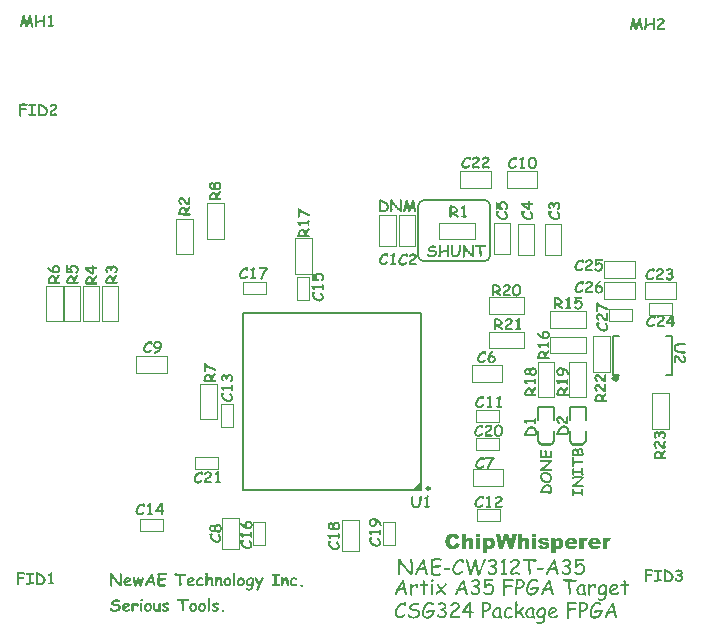
<source format=gto>
G04*
G04 #@! TF.GenerationSoftware,Altium Limited,Altium Designer,23.0.1 (38)*
G04*
G04 Layer_Color=65535*
%FSLAX45Y45*%
%MOMM*%
G71*
G04*
G04 #@! TF.SameCoordinates,E124BC29-41F8-45E3-8FB8-A4B905A5A323*
G04*
G04*
G04 #@! TF.FilePolarity,Positive*
G04*
G01*
G75*
%ADD10C,0.40000*%
%ADD11C,0.25000*%
%ADD12C,0.12700*%
%ADD13C,0.15000*%
%ADD14C,0.10000*%
%ADD15C,0.20000*%
G36*
X11331317Y6330000D02*
X11390000Y6388683D01*
Y6330000D01*
X11331317D01*
D02*
G37*
G36*
X11861961Y8406755D02*
X11863031Y8406636D01*
X11864458Y8406517D01*
X11866241Y8406279D01*
X11867311Y8406160D01*
X11868499Y8406041D01*
X11869926Y8405804D01*
X11871352Y8405685D01*
X11871709D01*
X11871947Y8405566D01*
X11872422D01*
X11873730Y8405447D01*
X11875156Y8405328D01*
X11876939Y8405209D01*
X11878722Y8405090D01*
X11880386Y8404972D01*
X11888826D01*
X11891323Y8405090D01*
X11896196D01*
X11897029Y8405209D01*
X11900832D01*
X11902853Y8405328D01*
X11908559D01*
X11910223Y8405209D01*
X11912244D01*
X11913552Y8405090D01*
X11914859D01*
X11916405Y8404972D01*
X11917950Y8404853D01*
X11919733Y8404734D01*
X11921516Y8404615D01*
X11922467D01*
X11923180Y8404496D01*
X11924012D01*
X11924963Y8404377D01*
X11927222D01*
X11929718Y8404258D01*
X11932215Y8404139D01*
X11934592Y8404021D01*
X11937445D01*
X11938158Y8403902D01*
X11939109Y8403664D01*
X11940179Y8403307D01*
X11941249Y8402832D01*
X11942438Y8402237D01*
X11943507Y8401286D01*
X11943626Y8401168D01*
X11943983Y8400811D01*
X11944340Y8400217D01*
X11944934Y8399503D01*
X11945409Y8398552D01*
X11945766Y8397483D01*
X11946123Y8396294D01*
X11946242Y8394867D01*
Y8394749D01*
Y8394273D01*
X11946123Y8393560D01*
X11945885Y8392609D01*
X11945528Y8391658D01*
X11945053Y8390588D01*
X11944458Y8389518D01*
X11943507Y8388448D01*
X11943389Y8388329D01*
X11943032Y8388092D01*
X11942438Y8387616D01*
X11941606Y8387141D01*
X11940655Y8386665D01*
X11939466Y8386190D01*
X11938158Y8385952D01*
X11936732Y8385833D01*
X11934592D01*
X11933760Y8385952D01*
X11930550D01*
X11929243Y8386071D01*
X11927816Y8386190D01*
X11926152D01*
X11924488Y8386309D01*
X11922586Y8386427D01*
X11920565Y8386546D01*
X11920090D01*
X11919614Y8386665D01*
X11917950D01*
X11916880Y8386784D01*
X11914622Y8386903D01*
X11912006Y8387022D01*
X11909272Y8387141D01*
X11906657Y8387260D01*
X11904399D01*
Y8387141D01*
Y8386903D01*
Y8386427D01*
X11904517Y8385714D01*
Y8384882D01*
Y8383812D01*
X11904636Y8382505D01*
X11904755Y8381078D01*
Y8379295D01*
X11904874Y8377274D01*
X11904993Y8375135D01*
X11905231Y8372638D01*
X11905350Y8369904D01*
X11905587Y8366932D01*
X11905825Y8363723D01*
X11906063Y8360157D01*
Y8359919D01*
X11906182Y8359444D01*
Y8358493D01*
X11906301Y8357304D01*
X11906419Y8355877D01*
X11906538Y8354213D01*
X11906657Y8352311D01*
X11906776Y8350290D01*
X11907014Y8345892D01*
X11907252Y8341375D01*
X11907489Y8336977D01*
Y8334837D01*
Y8332935D01*
Y8332816D01*
Y8332460D01*
Y8331984D01*
X11907608Y8331271D01*
Y8330320D01*
X11907727Y8329131D01*
X11907846Y8327705D01*
X11907965Y8326159D01*
Y8325922D01*
X11908084Y8325446D01*
Y8324614D01*
X11908202Y8323663D01*
X11908321Y8321523D01*
X11908440Y8320454D01*
Y8319503D01*
Y8319265D01*
Y8318670D01*
X11908321Y8317719D01*
X11908202Y8316531D01*
X11907965Y8315104D01*
X11907608Y8313678D01*
X11907133Y8312132D01*
X11906419Y8310587D01*
X11906301Y8310349D01*
X11905944Y8309755D01*
X11905231Y8308923D01*
X11904399Y8308091D01*
X11903210Y8307140D01*
X11901902Y8306308D01*
X11900357Y8305713D01*
X11899525Y8305595D01*
X11898574Y8305476D01*
X11897980D01*
X11897266Y8305595D01*
X11896434Y8305713D01*
X11895364Y8306070D01*
X11894294Y8306427D01*
X11893106Y8307021D01*
X11892036Y8307734D01*
X11891917Y8307853D01*
X11891560Y8308210D01*
X11891085Y8308804D01*
X11890491Y8309517D01*
X11889896Y8310468D01*
X11889421Y8311657D01*
X11889064Y8312846D01*
X11888945Y8314272D01*
Y8314510D01*
Y8314985D01*
X11889064Y8315936D01*
X11889183Y8317125D01*
Y8317244D01*
X11889302Y8317482D01*
X11889421Y8318195D01*
X11889540Y8319146D01*
Y8319978D01*
Y8320097D01*
Y8320572D01*
Y8321286D01*
Y8322355D01*
X11889421Y8323663D01*
X11889302Y8325208D01*
X11889183Y8327110D01*
X11889064Y8329250D01*
Y8329369D01*
Y8329488D01*
X11888945Y8330320D01*
Y8331390D01*
X11888826Y8332697D01*
X11888707Y8334243D01*
Y8335788D01*
X11888589Y8337333D01*
Y8338641D01*
Y8338760D01*
Y8339116D01*
Y8339592D01*
Y8340305D01*
Y8341137D01*
X11888470Y8342326D01*
Y8343515D01*
Y8345060D01*
X11888351Y8346605D01*
X11888232Y8348507D01*
X11888113Y8350409D01*
X11887994Y8352549D01*
X11887875Y8354926D01*
X11887757Y8357423D01*
X11887519Y8360038D01*
X11887281Y8362772D01*
Y8363010D01*
X11887162Y8363485D01*
Y8364436D01*
X11887043Y8365625D01*
X11886924Y8367051D01*
X11886806Y8368716D01*
X11886687Y8370499D01*
X11886449Y8372401D01*
X11886211Y8376323D01*
X11885855Y8380365D01*
X11885736Y8382267D01*
X11885617Y8384050D01*
Y8385595D01*
X11885498Y8387022D01*
X11879554D01*
X11878247Y8387141D01*
X11875156D01*
X11873492Y8387260D01*
X11869688Y8387497D01*
X11865884Y8387854D01*
X11861961Y8388329D01*
X11860178Y8388686D01*
X11858514Y8389043D01*
X11858395D01*
X11858157Y8389162D01*
X11857801Y8389280D01*
X11857325Y8389399D01*
X11856137Y8389994D01*
X11854829Y8390826D01*
X11853521Y8391896D01*
X11852333Y8393441D01*
X11851857Y8394392D01*
X11851501Y8395343D01*
X11851263Y8396532D01*
X11851144Y8397720D01*
Y8397839D01*
Y8398315D01*
X11851263Y8398909D01*
X11851501Y8399741D01*
X11851738Y8400692D01*
X11852095Y8401762D01*
X11852689Y8402832D01*
X11853521Y8403902D01*
X11853640Y8404021D01*
X11853997Y8404377D01*
X11854591Y8404853D01*
X11855423Y8405447D01*
X11856493Y8406041D01*
X11857682Y8406517D01*
X11859227Y8406873D01*
X11861248D01*
X11861961Y8406755D01*
D02*
G37*
G36*
X11497619Y8403545D02*
X11498451D01*
X11499283Y8403426D01*
X11500353Y8403307D01*
X11502611Y8402951D01*
X11505464Y8402356D01*
X11508555Y8401643D01*
X11512002Y8400573D01*
X11512121D01*
X11512478Y8400454D01*
X11513072Y8400217D01*
X11513904Y8399979D01*
X11514736Y8399622D01*
X11515806Y8399147D01*
X11518065Y8398077D01*
X11520204Y8396888D01*
X11521274Y8396175D01*
X11522106Y8395462D01*
X11522938Y8394630D01*
X11523533Y8393798D01*
X11523889Y8392965D01*
X11524008Y8392014D01*
Y8391896D01*
Y8391420D01*
X11523889Y8390826D01*
X11523652Y8389994D01*
X11523414Y8389043D01*
X11522938Y8387973D01*
X11522344Y8387022D01*
X11521512Y8385952D01*
X11521393Y8385833D01*
X11521036Y8385476D01*
X11520442Y8385001D01*
X11519729Y8384526D01*
X11518659Y8383931D01*
X11517589Y8383456D01*
X11516282Y8383099D01*
X11514736Y8382980D01*
X11514142D01*
X11513429Y8383099D01*
X11512359D01*
X11511051Y8383337D01*
X11509387Y8383575D01*
X11507485Y8383812D01*
X11505226Y8384288D01*
X11505108D01*
X11504989Y8384407D01*
X11504157Y8384526D01*
X11503087Y8384763D01*
X11501779Y8385001D01*
X11500234Y8385239D01*
X11498688Y8385358D01*
X11497143Y8385595D01*
X11495003D01*
X11494409Y8385476D01*
X11493577D01*
X11492745Y8385358D01*
X11490605Y8385001D01*
X11488109Y8384526D01*
X11485375Y8383812D01*
X11482522Y8382742D01*
X11479550Y8381435D01*
X11479431D01*
X11479193Y8381197D01*
X11478837Y8381078D01*
X11478361Y8380722D01*
X11477054Y8379890D01*
X11475627Y8378701D01*
X11474082Y8377393D01*
X11472893Y8375848D01*
X11472299Y8375016D01*
X11471942Y8374184D01*
X11471705Y8373352D01*
X11471586Y8372401D01*
Y8372282D01*
Y8372044D01*
X11471705Y8371568D01*
X11471942Y8370974D01*
X11472180Y8370261D01*
X11472537Y8369548D01*
X11473131Y8368953D01*
X11473963Y8368240D01*
X11474082Y8368121D01*
X11474439Y8368002D01*
X11475033Y8367646D01*
X11475746Y8367289D01*
X11476816Y8366932D01*
X11478005Y8366576D01*
X11479550Y8366219D01*
X11481214Y8365863D01*
X11482046D01*
X11482641Y8365744D01*
X11484424D01*
X11485375Y8365625D01*
X11486564D01*
X11489179Y8365506D01*
X11492032Y8365268D01*
X11495122Y8365149D01*
X11498332Y8365031D01*
X11498451D01*
X11499045Y8364912D01*
X11499758D01*
X11500828Y8364793D01*
X11502017Y8364555D01*
X11503443Y8364317D01*
X11505108Y8363961D01*
X11506772Y8363604D01*
X11510576Y8362534D01*
X11514380Y8360989D01*
X11516400Y8360157D01*
X11518302Y8359087D01*
X11520085Y8358017D01*
X11521750Y8356709D01*
X11521868Y8356591D01*
X11522106Y8356353D01*
X11522582Y8355877D01*
X11523295Y8355283D01*
X11524008Y8354451D01*
X11524721Y8353381D01*
X11525672Y8352192D01*
X11526505Y8350885D01*
X11527337Y8349458D01*
X11528288Y8347794D01*
X11529001Y8345892D01*
X11529833Y8343990D01*
X11530427Y8341850D01*
X11530903Y8339592D01*
X11531141Y8337214D01*
X11531259Y8334599D01*
Y8334362D01*
Y8333886D01*
X11531141Y8332935D01*
X11530903Y8331746D01*
X11530665Y8330320D01*
X11530190Y8328656D01*
X11529595Y8326873D01*
X11528763Y8324852D01*
X11527812Y8322831D01*
X11526505Y8320691D01*
X11524840Y8318552D01*
X11522938Y8316293D01*
X11520799Y8314272D01*
X11518065Y8312251D01*
X11515093Y8310349D01*
X11511646Y8308566D01*
X11511527Y8308447D01*
X11510932Y8308329D01*
X11510100Y8307972D01*
X11509030Y8307496D01*
X11507604Y8307021D01*
X11505940Y8306427D01*
X11503919Y8305832D01*
X11501779Y8305238D01*
X11499402Y8304644D01*
X11496787Y8304049D01*
X11493934Y8303455D01*
X11490962Y8302979D01*
X11487752Y8302504D01*
X11484543Y8302147D01*
X11481095Y8302028D01*
X11477529Y8301909D01*
X11475865D01*
X11474676Y8302028D01*
X11473250Y8302147D01*
X11471586Y8302266D01*
X11469803Y8302504D01*
X11467782Y8302860D01*
X11463502Y8303693D01*
X11461363Y8304406D01*
X11459104Y8305119D01*
X11456846Y8305951D01*
X11454706Y8306902D01*
X11452685Y8308091D01*
X11450783Y8309398D01*
X11450664Y8309517D01*
X11450426Y8309636D01*
X11450070Y8309993D01*
X11449475Y8310468D01*
X11448881Y8311063D01*
X11448287Y8311776D01*
X11446741Y8313559D01*
X11445315Y8315699D01*
X11444007Y8318195D01*
X11443413Y8319503D01*
X11443056Y8320929D01*
X11442819Y8322355D01*
X11442700Y8323901D01*
Y8324139D01*
Y8324614D01*
X11442819Y8325327D01*
X11443056Y8326278D01*
X11443294Y8327467D01*
X11443770Y8328537D01*
X11444364Y8329726D01*
X11445196Y8330795D01*
X11445315Y8330914D01*
X11445672Y8331271D01*
X11446266Y8331746D01*
X11446979Y8332222D01*
X11448049Y8332697D01*
X11449238Y8333173D01*
X11450664Y8333529D01*
X11452210Y8333648D01*
X11452447D01*
X11453160Y8333529D01*
X11454230Y8333292D01*
X11455538Y8332935D01*
X11456964Y8332103D01*
X11458391Y8331033D01*
X11459104Y8330320D01*
X11459817Y8329488D01*
X11460412Y8328537D01*
X11461006Y8327467D01*
Y8327348D01*
X11461244Y8327110D01*
X11461482Y8326754D01*
X11461838Y8326159D01*
X11462314Y8325565D01*
X11462908Y8324852D01*
X11463621Y8324139D01*
X11464572Y8323425D01*
X11465642Y8322593D01*
X11466831Y8321880D01*
X11468257Y8321167D01*
X11469803Y8320572D01*
X11471586Y8319978D01*
X11473488Y8319621D01*
X11475746Y8319384D01*
X11478124Y8319265D01*
X11479312D01*
X11480144Y8319384D01*
X11481095D01*
X11482284Y8319503D01*
X11483711Y8319621D01*
X11485256Y8319859D01*
X11486920Y8320097D01*
X11488584Y8320454D01*
X11492388Y8321286D01*
X11496311Y8322474D01*
X11500353Y8324139D01*
X11500472Y8324257D01*
X11500828Y8324376D01*
X11501423Y8324614D01*
X11502136Y8325090D01*
X11502968Y8325565D01*
X11503919Y8326040D01*
X11505940Y8327467D01*
X11507960Y8329131D01*
X11508911Y8330082D01*
X11509744Y8331033D01*
X11510457Y8332103D01*
X11511051Y8333173D01*
X11511408Y8334243D01*
X11511527Y8335431D01*
Y8335550D01*
Y8335788D01*
Y8336263D01*
X11511408Y8336739D01*
X11511170Y8338165D01*
X11510695Y8339949D01*
X11509862Y8341732D01*
X11509268Y8342683D01*
X11508555Y8343634D01*
X11507723Y8344466D01*
X11506891Y8345179D01*
X11505702Y8345892D01*
X11504513Y8346486D01*
X11504275Y8346605D01*
X11503919Y8346724D01*
X11503562Y8346843D01*
X11502968Y8346962D01*
X11502136Y8347081D01*
X11501304Y8347319D01*
X11500234Y8347437D01*
X11498926Y8347675D01*
X11497500Y8347913D01*
X11495954Y8348032D01*
X11494171Y8348270D01*
X11492150Y8348388D01*
X11489892Y8348507D01*
X11487396Y8348626D01*
X11484780Y8348745D01*
X11483592D01*
X11482878Y8348864D01*
X11481809Y8348983D01*
X11480620D01*
X11479312Y8349221D01*
X11477886Y8349339D01*
X11474557Y8349934D01*
X11471110Y8350647D01*
X11467544Y8351717D01*
X11464097Y8353024D01*
X11463978Y8353143D01*
X11463621Y8353262D01*
X11462908Y8353619D01*
X11462195Y8354094D01*
X11461244Y8354689D01*
X11460174Y8355283D01*
X11459104Y8356115D01*
X11457915Y8357066D01*
X11456846Y8358136D01*
X11455657Y8359325D01*
X11454706Y8360632D01*
X11453755Y8362059D01*
X11453042Y8363604D01*
X11452447Y8365268D01*
X11452091Y8367051D01*
X11451972Y8368953D01*
Y8369072D01*
Y8369548D01*
X11452091Y8370261D01*
X11452210Y8371093D01*
X11452447Y8372282D01*
X11452685Y8373589D01*
X11453160Y8375135D01*
X11453755Y8376799D01*
X11454468Y8378582D01*
X11455419Y8380484D01*
X11456489Y8382386D01*
X11457796Y8384407D01*
X11459461Y8386546D01*
X11461244Y8388567D01*
X11463383Y8390707D01*
X11465761Y8392728D01*
X11465880Y8392847D01*
X11466355Y8393203D01*
X11467187Y8393798D01*
X11468138Y8394392D01*
X11469446Y8395224D01*
X11470991Y8396175D01*
X11472655Y8397126D01*
X11474676Y8398196D01*
X11476816Y8399266D01*
X11479075Y8400217D01*
X11481571Y8401168D01*
X11484186Y8402000D01*
X11486920Y8402713D01*
X11489892Y8403188D01*
X11492745Y8403545D01*
X11495836Y8403664D01*
X11497024D01*
X11497619Y8403545D01*
D02*
G37*
G36*
X11626357Y8409370D02*
X11627189Y8409251D01*
X11628140Y8408894D01*
X11629210Y8408538D01*
X11630280Y8407943D01*
X11631350Y8407111D01*
X11631468Y8406992D01*
X11631825Y8406636D01*
X11632301Y8406041D01*
X11632895Y8405328D01*
X11633370Y8404377D01*
X11633846Y8403307D01*
X11634203Y8402119D01*
X11634321Y8400692D01*
Y8400573D01*
Y8400098D01*
X11634203Y8399385D01*
X11633965Y8398671D01*
Y8398434D01*
X11633727Y8397839D01*
X11633608Y8396888D01*
X11633370Y8395818D01*
X11633133Y8394511D01*
X11632895Y8393084D01*
X11632776Y8391658D01*
X11632657Y8390231D01*
Y8390113D01*
Y8389875D01*
Y8389399D01*
Y8388805D01*
X11632538Y8387973D01*
Y8387022D01*
X11632419Y8385833D01*
X11632301Y8384407D01*
Y8384288D01*
Y8383812D01*
X11632182Y8383099D01*
Y8382267D01*
X11632063Y8380246D01*
X11631944Y8379414D01*
Y8378582D01*
Y8378463D01*
Y8378344D01*
Y8377869D01*
Y8377393D01*
Y8376799D01*
Y8375967D01*
Y8375016D01*
X11631825Y8373827D01*
Y8372638D01*
Y8371212D01*
X11631706Y8369667D01*
Y8368002D01*
X11631587Y8366100D01*
Y8364080D01*
X11631468Y8361940D01*
X11631350Y8359681D01*
Y8359562D01*
Y8359087D01*
Y8358493D01*
X11631231Y8357660D01*
Y8356591D01*
X11631112Y8355402D01*
Y8354094D01*
Y8352668D01*
X11630993Y8349577D01*
X11630874Y8346486D01*
X11630755Y8343515D01*
Y8342207D01*
Y8340899D01*
Y8340662D01*
Y8339949D01*
Y8338879D01*
X11630874Y8337214D01*
Y8335194D01*
X11631112Y8332697D01*
X11631231Y8329726D01*
X11631468Y8326278D01*
Y8326159D01*
Y8325803D01*
X11631587Y8325327D01*
Y8324733D01*
Y8323901D01*
X11631706Y8322950D01*
X11631825Y8320810D01*
X11631944Y8318433D01*
X11632063Y8316055D01*
X11632182Y8313678D01*
Y8311657D01*
Y8311538D01*
Y8311063D01*
X11632063Y8310349D01*
X11631825Y8309517D01*
X11631587Y8308566D01*
X11631112Y8307496D01*
X11630399Y8306427D01*
X11629567Y8305476D01*
X11629448Y8305357D01*
X11629091Y8305119D01*
X11628497Y8304644D01*
X11627783Y8304287D01*
X11626832Y8303811D01*
X11625763Y8303336D01*
X11624574Y8303098D01*
X11623147Y8302979D01*
X11622553D01*
X11621721Y8303098D01*
X11620889Y8303336D01*
X11619819Y8303574D01*
X11618630Y8304049D01*
X11617442Y8304644D01*
X11616372Y8305476D01*
X11616253Y8305595D01*
X11615896Y8305951D01*
X11615421Y8306427D01*
X11614945Y8307140D01*
X11614470Y8308091D01*
X11613994Y8309042D01*
X11613638Y8310231D01*
X11613519Y8311538D01*
Y8311776D01*
Y8312489D01*
Y8313559D01*
Y8315223D01*
X11613400Y8317244D01*
X11613281Y8319740D01*
X11613162Y8322712D01*
X11613043Y8326159D01*
Y8326278D01*
Y8326635D01*
Y8327110D01*
X11612924Y8327705D01*
Y8328537D01*
Y8329488D01*
X11612806Y8331627D01*
X11612687Y8334005D01*
Y8336501D01*
X11612568Y8338760D01*
Y8340781D01*
Y8340899D01*
Y8341375D01*
Y8342088D01*
Y8343039D01*
X11612687Y8344109D01*
Y8345298D01*
X11612806Y8347556D01*
X11611736D01*
X11610904Y8347437D01*
X11609834Y8347319D01*
X11608645D01*
X11607219Y8347081D01*
X11605554Y8346962D01*
X11603771Y8346724D01*
X11601869Y8346486D01*
X11599730Y8346249D01*
X11597471Y8346011D01*
X11594975Y8345654D01*
X11592360Y8345179D01*
X11589744Y8344703D01*
X11586891Y8344228D01*
X11586773D01*
X11586297Y8344109D01*
X11585584Y8343990D01*
X11584633Y8343871D01*
X11583563Y8343634D01*
X11582137Y8343396D01*
X11580591Y8343039D01*
X11578927Y8342801D01*
X11577025Y8342445D01*
X11575004Y8341969D01*
X11570725Y8341256D01*
X11566089Y8340305D01*
X11561334Y8339473D01*
Y8339235D01*
Y8338641D01*
X11561215Y8337571D01*
X11561096Y8336145D01*
Y8335194D01*
X11560977Y8334124D01*
Y8332935D01*
X11560859Y8331746D01*
X11560740Y8330320D01*
X11560621Y8328775D01*
X11560502Y8327110D01*
X11560383Y8325327D01*
Y8325208D01*
Y8324971D01*
Y8324495D01*
X11560264Y8323901D01*
Y8323188D01*
X11560145Y8322237D01*
Y8320335D01*
X11560026Y8318076D01*
X11559908Y8315699D01*
X11559789Y8313321D01*
Y8311063D01*
Y8310944D01*
Y8310468D01*
X11559670Y8309874D01*
X11559432Y8309042D01*
X11559194Y8308210D01*
X11558719Y8307259D01*
X11558006Y8306308D01*
X11557173Y8305357D01*
X11557055Y8305238D01*
X11556698Y8305000D01*
X11556104Y8304644D01*
X11555390Y8304168D01*
X11554439Y8303693D01*
X11553370Y8303336D01*
X11552062Y8303098D01*
X11550636Y8302979D01*
X11550041D01*
X11549209Y8303098D01*
X11548377Y8303336D01*
X11547307Y8303574D01*
X11546237Y8304049D01*
X11545167Y8304644D01*
X11544098Y8305476D01*
X11543979Y8305595D01*
X11543741Y8305951D01*
X11543265Y8306427D01*
X11542909Y8307140D01*
X11542433Y8307972D01*
X11541958Y8309042D01*
X11541720Y8310112D01*
X11541601Y8311419D01*
Y8311538D01*
Y8311776D01*
Y8312132D01*
Y8312608D01*
Y8313321D01*
X11541720Y8314153D01*
Y8315223D01*
Y8316293D01*
X11541839Y8317601D01*
Y8319027D01*
X11541958Y8320691D01*
X11542077Y8322474D01*
X11542196Y8324376D01*
X11542314Y8326397D01*
X11542433Y8328656D01*
X11542671Y8331033D01*
Y8331152D01*
Y8331627D01*
X11542790Y8332341D01*
X11542909Y8333173D01*
Y8334243D01*
X11543028Y8335550D01*
X11543147Y8336977D01*
X11543265Y8338403D01*
X11543503Y8341613D01*
X11543622Y8344941D01*
X11543860Y8348032D01*
Y8349458D01*
Y8350766D01*
Y8350885D01*
Y8351122D01*
Y8351598D01*
Y8352311D01*
Y8353262D01*
Y8354332D01*
Y8355521D01*
Y8357066D01*
X11543979Y8358730D01*
Y8360513D01*
Y8362653D01*
Y8364912D01*
X11544098Y8367289D01*
Y8369904D01*
X11544216Y8372757D01*
Y8375848D01*
Y8376086D01*
Y8376561D01*
Y8377512D01*
X11544335Y8378582D01*
Y8380008D01*
Y8381554D01*
X11544454Y8383337D01*
Y8385239D01*
X11544573Y8389399D01*
Y8393560D01*
X11544692Y8395581D01*
Y8397483D01*
Y8399266D01*
Y8400930D01*
Y8401049D01*
Y8401524D01*
X11544811Y8402237D01*
X11545049Y8403070D01*
X11545286Y8404021D01*
X11545762Y8404972D01*
X11546356Y8406041D01*
X11547188Y8406992D01*
X11547307Y8407111D01*
X11547664Y8407349D01*
X11548258Y8407824D01*
X11548971Y8408300D01*
X11549922Y8408657D01*
X11551111Y8409132D01*
X11552300Y8409370D01*
X11553726Y8409489D01*
X11554321D01*
X11555034Y8409370D01*
X11555985Y8409132D01*
X11556936Y8408894D01*
X11558006Y8408419D01*
X11559075Y8407706D01*
X11560145Y8406873D01*
X11560264Y8406755D01*
X11560502Y8406398D01*
X11560977Y8405922D01*
X11561453Y8405209D01*
X11561928Y8404258D01*
X11562404Y8403188D01*
X11562642Y8402000D01*
X11562760Y8400692D01*
Y8400454D01*
Y8400217D01*
Y8399741D01*
Y8399147D01*
Y8398552D01*
Y8396888D01*
X11562642Y8394749D01*
X11562523Y8392133D01*
X11562404Y8389043D01*
X11562285Y8385476D01*
Y8385358D01*
Y8385001D01*
Y8384526D01*
Y8383812D01*
X11562166Y8382980D01*
Y8382029D01*
Y8379771D01*
X11562047Y8377274D01*
Y8374778D01*
X11561928Y8372401D01*
Y8370261D01*
Y8370142D01*
Y8369904D01*
Y8369429D01*
Y8368834D01*
X11561809Y8368002D01*
Y8366814D01*
X11561691Y8365506D01*
X11561572Y8363842D01*
Y8363604D01*
Y8363129D01*
X11561453Y8362296D01*
Y8361345D01*
X11561334Y8359206D01*
Y8358136D01*
Y8357185D01*
X11586891Y8361940D01*
X11587010D01*
X11587605Y8362059D01*
X11588318Y8362178D01*
X11589388Y8362415D01*
X11590695Y8362534D01*
X11592241Y8362772D01*
X11593905Y8363010D01*
X11595807Y8363366D01*
X11597709Y8363604D01*
X11599849Y8363842D01*
X11604128Y8364317D01*
X11608526Y8364793D01*
X11612806Y8365031D01*
Y8365268D01*
Y8365625D01*
Y8365981D01*
X11612924Y8366695D01*
Y8367527D01*
Y8368478D01*
X11613043Y8369667D01*
Y8371212D01*
X11613162Y8372876D01*
Y8374897D01*
X11613281Y8377155D01*
X11613400Y8379652D01*
Y8382505D01*
X11613519Y8385714D01*
X11613638Y8389280D01*
Y8389399D01*
Y8389518D01*
X11613757Y8390231D01*
X11613875Y8391301D01*
X11614113Y8392728D01*
X11614470Y8394392D01*
X11614945Y8396413D01*
X11615777Y8398671D01*
X11616728Y8401168D01*
Y8401286D01*
X11616847Y8401524D01*
X11617085Y8401881D01*
X11617323Y8402475D01*
X11618155Y8403783D01*
X11619106Y8405328D01*
X11620413Y8406873D01*
X11621840Y8408181D01*
X11622553Y8408775D01*
X11623385Y8409132D01*
X11624217Y8409370D01*
X11625049Y8409489D01*
X11625644D01*
X11626357Y8409370D01*
D02*
G37*
G36*
X11726091Y8404972D02*
X11727042Y8404615D01*
X11728230Y8404258D01*
X11729300Y8403664D01*
X11730370Y8402832D01*
X11731321Y8401643D01*
X11731440Y8401524D01*
X11731559Y8401286D01*
X11731915Y8400692D01*
X11732272Y8400098D01*
X11732510Y8399266D01*
X11732866Y8398434D01*
X11732985Y8397364D01*
X11733104Y8396294D01*
Y8396175D01*
Y8396056D01*
Y8395581D01*
Y8395105D01*
Y8394511D01*
Y8393798D01*
Y8391896D01*
X11732985Y8389756D01*
Y8387141D01*
X11732866Y8384288D01*
X11732747Y8381316D01*
X11732629Y8377988D01*
X11732510Y8374659D01*
X11732034Y8367765D01*
X11731796Y8364436D01*
X11731440Y8361227D01*
X11731083Y8358017D01*
X11730608Y8355164D01*
Y8355045D01*
Y8354926D01*
X11730489Y8354570D01*
X11730370Y8354213D01*
X11730132Y8353024D01*
X11729894Y8351360D01*
X11729419Y8349458D01*
X11728825Y8347200D01*
X11728111Y8344703D01*
X11727398Y8341969D01*
X11726447Y8338998D01*
X11725377Y8336026D01*
X11724189Y8332816D01*
X11722762Y8329726D01*
X11721336Y8326516D01*
X11719672Y8323425D01*
X11717888Y8320335D01*
X11715868Y8317482D01*
Y8317363D01*
X11715630Y8317244D01*
X11715392Y8316887D01*
X11715035Y8316412D01*
X11713966Y8315104D01*
X11712539Y8313559D01*
X11710875Y8311895D01*
X11708854Y8309993D01*
X11706596Y8308210D01*
X11704099Y8306427D01*
X11703980D01*
X11703743Y8306189D01*
X11703267Y8305951D01*
X11702673Y8305595D01*
X11701960Y8305238D01*
X11701009Y8304762D01*
X11699939Y8304287D01*
X11698869Y8303811D01*
X11696254Y8302860D01*
X11693282Y8302028D01*
X11690191Y8301434D01*
X11688527Y8301315D01*
X11686863Y8301196D01*
X11685199D01*
X11684129Y8301315D01*
X11682702Y8301434D01*
X11681038Y8301553D01*
X11679255Y8301672D01*
X11677353Y8302028D01*
X11673193Y8302742D01*
X11669032Y8303811D01*
X11667011Y8304525D01*
X11664990Y8305476D01*
X11663207Y8306427D01*
X11661543Y8307496D01*
X11661305Y8307615D01*
X11660830Y8308091D01*
X11659998Y8308923D01*
X11658809Y8310112D01*
X11657501Y8311657D01*
X11656075Y8313559D01*
X11654530Y8315818D01*
X11652865Y8318433D01*
X11651201Y8321523D01*
X11649656Y8324971D01*
X11648229Y8328775D01*
X11646922Y8333054D01*
X11645852Y8337809D01*
X11644901Y8342920D01*
X11644426Y8348507D01*
X11644188Y8354570D01*
Y8354689D01*
Y8355164D01*
Y8355877D01*
Y8356947D01*
X11644307Y8358255D01*
Y8359919D01*
Y8361821D01*
X11644426Y8364080D01*
Y8364198D01*
Y8364317D01*
Y8364674D01*
X11644544Y8365149D01*
Y8366338D01*
X11644663Y8367646D01*
Y8369310D01*
X11644782Y8370855D01*
Y8372401D01*
Y8373708D01*
Y8373827D01*
Y8374184D01*
Y8374778D01*
Y8375610D01*
Y8376680D01*
Y8377988D01*
X11644901Y8379533D01*
Y8381316D01*
Y8381435D01*
Y8381554D01*
Y8382148D01*
Y8383099D01*
X11645020Y8384169D01*
Y8385476D01*
Y8386784D01*
Y8387973D01*
Y8389043D01*
Y8389162D01*
Y8389280D01*
Y8389994D01*
X11645139Y8390945D01*
X11645258Y8392252D01*
X11645495Y8393798D01*
X11645852Y8395462D01*
X11646327Y8397126D01*
X11646922Y8398909D01*
Y8399028D01*
X11647041Y8399147D01*
X11647397Y8399860D01*
X11647992Y8400811D01*
X11648824Y8402000D01*
X11649894Y8403188D01*
X11651082Y8404139D01*
X11652509Y8404853D01*
X11653341Y8404972D01*
X11654173Y8405090D01*
X11654767D01*
X11655481Y8404972D01*
X11656432Y8404853D01*
X11657383Y8404496D01*
X11658452Y8404139D01*
X11659641Y8403545D01*
X11660711Y8402713D01*
X11660830Y8402594D01*
X11661186Y8402237D01*
X11661662Y8401762D01*
X11662256Y8400930D01*
X11662851Y8400098D01*
X11663326Y8398909D01*
X11663683Y8397720D01*
X11663802Y8396294D01*
Y8396175D01*
Y8395581D01*
Y8394749D01*
Y8393560D01*
Y8391896D01*
Y8389994D01*
X11663683Y8387616D01*
Y8385001D01*
Y8384882D01*
Y8384644D01*
Y8384288D01*
Y8383812D01*
Y8382386D01*
Y8380840D01*
Y8378939D01*
Y8377037D01*
Y8375254D01*
Y8373708D01*
Y8373589D01*
Y8373114D01*
Y8372401D01*
Y8371331D01*
X11663564Y8370023D01*
Y8368359D01*
X11663445Y8366457D01*
X11663326Y8364198D01*
Y8364080D01*
Y8363961D01*
Y8363604D01*
Y8363129D01*
X11663207Y8362059D01*
Y8360632D01*
X11663088Y8359087D01*
Y8357542D01*
X11662970Y8356115D01*
Y8354808D01*
Y8354689D01*
Y8354332D01*
Y8353857D01*
Y8353143D01*
X11663088Y8352192D01*
Y8351122D01*
X11663207Y8349934D01*
X11663326Y8348626D01*
X11663564Y8345773D01*
X11663921Y8342683D01*
X11664515Y8339354D01*
X11665347Y8336026D01*
Y8335907D01*
X11665466Y8335550D01*
X11665585Y8335075D01*
X11665822Y8334362D01*
X11666179Y8333529D01*
X11666536Y8332460D01*
X11667368Y8330320D01*
X11668557Y8327942D01*
X11669983Y8325446D01*
X11671647Y8323306D01*
X11672598Y8322355D01*
X11673549Y8321523D01*
X11673668Y8321404D01*
X11674144Y8321167D01*
X11674976Y8320810D01*
X11675570Y8320691D01*
X11676283Y8320454D01*
X11677115Y8320216D01*
X11677947Y8319978D01*
X11679136Y8319859D01*
X11680325Y8319621D01*
X11681751Y8319503D01*
X11683297Y8319384D01*
X11684961Y8319265D01*
X11687576D01*
X11688527Y8319384D01*
X11689716Y8319740D01*
X11691142Y8320097D01*
X11692806Y8320810D01*
X11694590Y8321642D01*
X11696491Y8322831D01*
X11698393Y8324495D01*
X11700414Y8326397D01*
X11701365Y8327586D01*
X11702435Y8328893D01*
X11703386Y8330201D01*
X11704337Y8331746D01*
X11705288Y8333411D01*
X11706120Y8335194D01*
X11707071Y8337096D01*
X11707903Y8339235D01*
X11708616Y8341494D01*
X11709330Y8343871D01*
X11710043Y8346486D01*
X11710637Y8349221D01*
Y8349458D01*
X11710756Y8349934D01*
X11710994Y8350885D01*
X11711113Y8352073D01*
X11711350Y8353738D01*
X11711707Y8355640D01*
X11711945Y8358017D01*
X11712301Y8360632D01*
X11712539Y8363604D01*
X11712777Y8366814D01*
X11713134Y8370499D01*
X11713371Y8374421D01*
X11713609Y8378701D01*
X11713728Y8383218D01*
X11713847Y8388092D01*
Y8393203D01*
Y8393322D01*
Y8393798D01*
X11713966Y8394630D01*
X11714085Y8395581D01*
X11714322Y8396650D01*
X11714798Y8397839D01*
X11715273Y8399147D01*
X11715986Y8400454D01*
X11716105Y8400692D01*
X11716581Y8401168D01*
X11717175Y8401881D01*
X11718126Y8402832D01*
X11719434Y8403664D01*
X11720860Y8404377D01*
X11722524Y8404853D01*
X11724545Y8405090D01*
X11725258D01*
X11726091Y8404972D01*
D02*
G37*
G36*
X11757116Y8409132D02*
X11758186Y8408775D01*
X11759494Y8408181D01*
X11760326Y8407706D01*
X11761158Y8407111D01*
X11762109Y8406517D01*
X11763060Y8405685D01*
X11764011Y8404615D01*
X11765081Y8403545D01*
X11766150Y8402237D01*
X11767220Y8400692D01*
X11767339Y8400573D01*
X11767577Y8400217D01*
X11768052Y8399622D01*
X11768528Y8398790D01*
X11769360Y8397720D01*
X11770192Y8396532D01*
X11771262Y8395105D01*
X11772451Y8393560D01*
X11773758Y8391777D01*
X11775185Y8389875D01*
X11776730Y8387854D01*
X11778275Y8385595D01*
X11780058Y8383337D01*
X11781960Y8380840D01*
X11786002Y8375729D01*
X11790400Y8370261D01*
X11795036Y8364555D01*
X11800029Y8358730D01*
X11805140Y8352787D01*
X11810490Y8346962D01*
X11815839Y8341137D01*
X11821426Y8335550D01*
X11826894Y8330320D01*
Y8330439D01*
Y8330795D01*
Y8331390D01*
Y8332341D01*
Y8333767D01*
Y8335431D01*
Y8336501D01*
Y8337690D01*
Y8338998D01*
Y8340424D01*
Y8340543D01*
Y8340781D01*
Y8341256D01*
Y8341850D01*
Y8342683D01*
Y8343515D01*
Y8344585D01*
Y8345773D01*
Y8348388D01*
Y8351360D01*
Y8354689D01*
X11826775Y8358255D01*
Y8361940D01*
Y8365625D01*
X11826656Y8369429D01*
Y8372995D01*
X11826537Y8376442D01*
Y8379533D01*
X11826419Y8382386D01*
X11826300Y8383575D01*
Y8384763D01*
Y8384882D01*
Y8385120D01*
X11826181Y8385595D01*
Y8386427D01*
X11826062Y8387378D01*
X11825943Y8388567D01*
X11825705Y8390113D01*
X11825468Y8391896D01*
Y8392133D01*
X11825349Y8392728D01*
X11825230Y8393560D01*
Y8394630D01*
X11825111Y8395818D01*
X11824992Y8397007D01*
X11824873Y8398196D01*
Y8399266D01*
Y8399385D01*
Y8399622D01*
X11824992Y8400098D01*
Y8400692D01*
X11825349Y8402237D01*
X11826062Y8403902D01*
X11826537Y8404734D01*
X11827251Y8405566D01*
X11827964Y8406398D01*
X11828915Y8407111D01*
X11829985Y8407706D01*
X11831292Y8408181D01*
X11832838Y8408419D01*
X11834502Y8408538D01*
X11834621D01*
X11834977Y8408419D01*
X11835453Y8408300D01*
X11836166Y8408062D01*
X11836998Y8407468D01*
X11837949Y8406755D01*
X11838900Y8405685D01*
X11839970Y8404377D01*
X11840921Y8402594D01*
X11841396Y8401524D01*
X11841872Y8400335D01*
X11842347Y8399028D01*
X11842823Y8397601D01*
X11843180Y8396056D01*
X11843655Y8394392D01*
X11844012Y8392490D01*
X11844368Y8390469D01*
X11844606Y8388329D01*
X11844844Y8385952D01*
X11845081Y8383456D01*
X11845200Y8380840D01*
X11845319Y8377988D01*
Y8374897D01*
Y8374659D01*
Y8374184D01*
Y8373352D01*
Y8372757D01*
Y8372044D01*
Y8371212D01*
Y8370142D01*
X11845200Y8369072D01*
Y8367646D01*
Y8366219D01*
Y8364436D01*
Y8364317D01*
Y8364080D01*
Y8363604D01*
Y8363010D01*
Y8362178D01*
Y8361227D01*
Y8360157D01*
X11845081Y8358968D01*
Y8356353D01*
Y8353262D01*
X11844963Y8349934D01*
Y8346486D01*
X11844844Y8339235D01*
Y8335669D01*
Y8332341D01*
X11844725Y8329250D01*
Y8326397D01*
Y8325208D01*
Y8324139D01*
Y8323069D01*
Y8322237D01*
Y8322118D01*
Y8321642D01*
Y8320810D01*
X11844606Y8319740D01*
X11844487Y8318195D01*
X11844249Y8316412D01*
X11844012Y8314272D01*
X11843655Y8311776D01*
Y8311657D01*
X11843536Y8311419D01*
X11843417Y8310944D01*
X11843298Y8310468D01*
X11842823Y8309042D01*
X11841872Y8307496D01*
X11840683Y8305951D01*
X11839851Y8305238D01*
X11838900Y8304525D01*
X11837949Y8304049D01*
X11836760Y8303574D01*
X11835334Y8303336D01*
X11833907Y8303217D01*
X11833670D01*
X11833075Y8303336D01*
X11832124Y8303455D01*
X11830817Y8303930D01*
X11829271Y8304525D01*
X11827488Y8305476D01*
X11825468Y8306783D01*
X11824398Y8307496D01*
X11823328Y8308447D01*
X11823209Y8308566D01*
X11823090Y8308685D01*
X11822615Y8309042D01*
X11822139Y8309517D01*
X11821545Y8310112D01*
X11820713Y8310825D01*
X11819881Y8311657D01*
X11818811Y8312727D01*
X11817741Y8313797D01*
X11816433Y8315104D01*
X11815007Y8316412D01*
X11813580Y8317957D01*
X11811916Y8319621D01*
X11810252Y8321286D01*
X11808469Y8323188D01*
X11806567Y8325208D01*
X11804546Y8327348D01*
X11802406Y8329607D01*
X11800267Y8331865D01*
X11798008Y8334362D01*
X11795631Y8336977D01*
X11793253Y8339711D01*
X11788142Y8345536D01*
X11782911Y8351717D01*
X11777324Y8358493D01*
X11771500Y8365625D01*
X11765556Y8373233D01*
Y8372995D01*
Y8372519D01*
Y8371568D01*
X11765437Y8370499D01*
Y8369072D01*
Y8367527D01*
X11765318Y8365863D01*
Y8364080D01*
X11765199Y8360395D01*
Y8358611D01*
Y8356947D01*
X11765081Y8355402D01*
Y8353975D01*
Y8352787D01*
Y8351955D01*
Y8351717D01*
Y8351360D01*
Y8351004D01*
Y8350409D01*
Y8349696D01*
Y8348983D01*
Y8348032D01*
Y8346962D01*
X11765199Y8345773D01*
Y8344466D01*
Y8343039D01*
Y8341494D01*
Y8339830D01*
X11765318Y8338047D01*
Y8336145D01*
Y8336026D01*
Y8335669D01*
Y8335194D01*
X11765437Y8334362D01*
Y8333529D01*
Y8332578D01*
X11765556Y8330201D01*
Y8327586D01*
X11765675Y8324971D01*
Y8322474D01*
Y8321404D01*
Y8320335D01*
Y8320097D01*
Y8319503D01*
X11765556Y8318552D01*
Y8317244D01*
X11765437Y8315818D01*
X11765199Y8314153D01*
X11764486Y8310587D01*
X11764011Y8308685D01*
X11763298Y8306902D01*
X11762584Y8305238D01*
X11761633Y8303811D01*
X11760563Y8302504D01*
X11759256Y8301553D01*
X11757711Y8300959D01*
X11756046Y8300721D01*
X11755214D01*
X11754382Y8300840D01*
X11753193Y8301077D01*
X11752005Y8301434D01*
X11750697Y8302028D01*
X11749390Y8302742D01*
X11748201Y8303811D01*
X11748082Y8303930D01*
X11747844Y8304287D01*
X11747369Y8304762D01*
X11747012Y8305595D01*
X11746537Y8306427D01*
X11746061Y8307496D01*
X11745823Y8308804D01*
X11745704Y8310112D01*
Y8310231D01*
Y8310587D01*
Y8311181D01*
Y8312132D01*
X11745823Y8313202D01*
Y8314629D01*
X11745942Y8316174D01*
X11746061Y8318076D01*
Y8318195D01*
Y8318314D01*
X11746180Y8319027D01*
Y8319978D01*
X11746299Y8321167D01*
Y8322474D01*
X11746418Y8323901D01*
Y8325090D01*
Y8326278D01*
Y8326516D01*
Y8326991D01*
Y8327942D01*
Y8329250D01*
X11746537Y8330914D01*
Y8332935D01*
Y8335313D01*
X11746655Y8338047D01*
Y8338165D01*
Y8338403D01*
Y8338760D01*
X11746774Y8339354D01*
Y8340781D01*
X11746893Y8342445D01*
Y8344347D01*
X11747012Y8346368D01*
Y8348151D01*
Y8349815D01*
Y8350053D01*
Y8350647D01*
Y8351598D01*
Y8352906D01*
Y8354689D01*
X11746893Y8356947D01*
Y8359444D01*
X11746774Y8362415D01*
Y8362534D01*
Y8362772D01*
Y8363247D01*
Y8363842D01*
Y8364555D01*
X11746655Y8365268D01*
Y8367170D01*
Y8369191D01*
X11746537Y8371331D01*
Y8373352D01*
Y8375135D01*
Y8375372D01*
Y8375848D01*
Y8376799D01*
X11746418Y8378106D01*
Y8379771D01*
X11746299Y8381791D01*
X11746061Y8384169D01*
X11745823Y8387022D01*
Y8387141D01*
Y8387378D01*
X11745704Y8387735D01*
Y8388329D01*
X11745586Y8389756D01*
X11745467Y8391539D01*
X11745348Y8393441D01*
X11745229Y8395343D01*
X11745110Y8397245D01*
Y8398909D01*
Y8399147D01*
Y8399622D01*
X11745348Y8400335D01*
X11745586Y8401286D01*
X11745942Y8402475D01*
X11746537Y8403664D01*
X11747369Y8404853D01*
X11748439Y8406041D01*
X11748557Y8406160D01*
X11749033Y8406517D01*
X11749746Y8407111D01*
X11750697Y8407706D01*
X11751886Y8408181D01*
X11753193Y8408775D01*
X11754739Y8409132D01*
X11756284Y8409251D01*
X11756522D01*
X11757116Y8409132D01*
D02*
G37*
G36*
X11326563Y8792208D02*
X11327039D01*
X11328346Y8791733D01*
X11329060Y8791376D01*
X11329892Y8790901D01*
X11330843Y8790306D01*
X11331675Y8789593D01*
X11332626Y8788642D01*
X11333458Y8787572D01*
X11334290Y8786383D01*
X11335241Y8784838D01*
X11335954Y8783174D01*
X11336667Y8781153D01*
X11336786Y8780915D01*
Y8780678D01*
X11336905Y8780321D01*
X11337024Y8779727D01*
X11337262Y8779132D01*
X11337381Y8778300D01*
X11337618Y8777468D01*
X11337856Y8776398D01*
X11338094Y8775210D01*
X11338332Y8773783D01*
X11338569Y8772238D01*
X11338807Y8770574D01*
X11339164Y8768790D01*
X11339402Y8766770D01*
X11339758Y8764511D01*
Y8764392D01*
Y8764154D01*
X11339877Y8763798D01*
X11339996Y8763203D01*
Y8762609D01*
X11340115Y8761777D01*
X11340234Y8760826D01*
X11340471Y8759756D01*
X11340828Y8757379D01*
X11341303Y8754526D01*
X11341779Y8751316D01*
X11342373Y8747869D01*
X11343087Y8744065D01*
X11343800Y8740261D01*
X11344632Y8736220D01*
X11345464Y8732059D01*
X11347366Y8723857D01*
X11348436Y8719815D01*
X11349506Y8715892D01*
X11349624Y8715655D01*
X11349743Y8715060D01*
X11350100Y8713990D01*
X11350457Y8712683D01*
X11350932Y8711019D01*
X11351408Y8709354D01*
X11351883Y8707334D01*
X11352477Y8705432D01*
X11353547Y8701390D01*
X11354023Y8699488D01*
X11354498Y8697824D01*
X11354855Y8696279D01*
X11355211Y8694971D01*
X11355330Y8694139D01*
X11355449Y8693544D01*
Y8693426D01*
Y8692950D01*
X11355330Y8692237D01*
X11355093Y8691286D01*
X11354617Y8690335D01*
X11354142Y8689265D01*
X11353310Y8688195D01*
X11352240Y8687125D01*
X11352121Y8687007D01*
X11351764Y8686769D01*
X11351170Y8686293D01*
X11350338Y8685937D01*
X11349387Y8685461D01*
X11348198Y8684986D01*
X11347009Y8684748D01*
X11345702Y8684629D01*
X11345345D01*
X11344988Y8684748D01*
X11344513D01*
X11343205Y8685223D01*
X11342373Y8685461D01*
X11341541Y8685937D01*
X11340709Y8686531D01*
X11339877Y8687125D01*
X11338926Y8687957D01*
X11337975Y8689027D01*
X11337143Y8690216D01*
X11336311Y8691524D01*
X11335598Y8693188D01*
X11334884Y8694971D01*
X11331080Y8711019D01*
Y8711138D01*
X11330962Y8711613D01*
X11330724Y8712326D01*
X11330486Y8713277D01*
X11330248Y8714466D01*
X11329892Y8716011D01*
X11329535Y8717794D01*
X11329060Y8719815D01*
X11328584Y8722193D01*
X11327990Y8724689D01*
X11327514Y8727542D01*
X11326920Y8730633D01*
X11326207Y8733961D01*
X11325612Y8737527D01*
X11324899Y8741450D01*
X11324186Y8745492D01*
Y8745373D01*
X11324067Y8745016D01*
X11323829Y8744541D01*
X11323592Y8743827D01*
X11323235Y8742876D01*
X11322878Y8741688D01*
X11322403Y8740261D01*
X11321808Y8738597D01*
X11321214Y8736814D01*
X11320501Y8734674D01*
X11319669Y8732416D01*
X11318718Y8729919D01*
X11317767Y8727185D01*
X11316697Y8724095D01*
X11315627Y8720885D01*
X11314320Y8717438D01*
X11310397Y8705194D01*
Y8705075D01*
X11310278Y8704837D01*
X11310159Y8704481D01*
X11309921Y8704005D01*
X11309446Y8702698D01*
X11308851Y8701033D01*
X11308019Y8699131D01*
X11307187Y8697111D01*
X11306236Y8695209D01*
X11305285Y8693307D01*
Y8693188D01*
X11305166Y8693069D01*
X11304691Y8692356D01*
X11303859Y8691405D01*
X11302670Y8690216D01*
X11301244Y8689027D01*
X11299579Y8688076D01*
X11297559Y8687363D01*
X11296489Y8687244D01*
X11295300Y8687125D01*
X11295062D01*
X11294230Y8687244D01*
X11293160Y8687482D01*
X11291853Y8688076D01*
X11290307Y8688908D01*
X11289475Y8689503D01*
X11288643Y8690216D01*
X11287930Y8691048D01*
X11287217Y8692118D01*
X11286503Y8693188D01*
X11285790Y8694495D01*
X11281986Y8706858D01*
Y8707096D01*
X11281749Y8707571D01*
X11281511Y8708522D01*
X11281154Y8709830D01*
X11280679Y8711375D01*
X11280084Y8713277D01*
X11279490Y8715298D01*
X11278896Y8717675D01*
X11278182Y8720291D01*
X11277469Y8723025D01*
X11276637Y8725997D01*
X11275924Y8729087D01*
X11275092Y8732416D01*
X11274260Y8735744D01*
X11272714Y8742639D01*
Y8742520D01*
X11272595Y8742163D01*
X11272358Y8741450D01*
X11272120Y8740618D01*
X11271882Y8739429D01*
X11271407Y8738121D01*
X11271050Y8736457D01*
X11270456Y8734555D01*
X11269980Y8732297D01*
X11269267Y8729919D01*
X11268554Y8727304D01*
X11267841Y8724332D01*
X11267008Y8721123D01*
X11266176Y8717675D01*
X11265225Y8713990D01*
X11264274Y8710068D01*
Y8709949D01*
Y8709711D01*
X11264156Y8709354D01*
X11264037Y8708760D01*
X11263918Y8708047D01*
X11263799Y8707334D01*
X11263561Y8705432D01*
X11263205Y8703173D01*
X11262729Y8700558D01*
X11262372Y8697943D01*
X11261897Y8695090D01*
Y8694971D01*
X11261778Y8694733D01*
X11261540Y8694258D01*
X11261303Y8693663D01*
X11260589Y8692118D01*
X11259520Y8690454D01*
X11258212Y8688671D01*
X11256429Y8687125D01*
X11255478Y8686531D01*
X11254289Y8686056D01*
X11253100Y8685818D01*
X11251793Y8685699D01*
X11251080D01*
X11250248Y8685818D01*
X11249178Y8686056D01*
X11247989Y8686531D01*
X11246800Y8687007D01*
X11245611Y8687839D01*
X11244542Y8688908D01*
X11244423Y8689027D01*
X11244185Y8689384D01*
X11243828Y8689859D01*
X11243472Y8690573D01*
X11242996Y8691524D01*
X11242640Y8692593D01*
X11242402Y8693782D01*
X11242283Y8695090D01*
Y8695209D01*
Y8695565D01*
Y8696160D01*
X11242402Y8696992D01*
Y8698062D01*
X11242521Y8699369D01*
X11242640Y8700796D01*
X11242877Y8702460D01*
X11243115Y8704243D01*
X11243353Y8706264D01*
X11243710Y8708403D01*
X11244185Y8710781D01*
X11244661Y8713158D01*
X11245255Y8715774D01*
X11245968Y8718508D01*
X11246800Y8721361D01*
Y8721479D01*
X11246919Y8721598D01*
Y8721955D01*
X11247157Y8722311D01*
X11247395Y8723500D01*
X11247870Y8725046D01*
X11248464Y8726829D01*
X11249059Y8728849D01*
X11249653Y8731108D01*
X11250366Y8733367D01*
X11251674Y8737884D01*
X11252268Y8740023D01*
X11252863Y8742044D01*
X11253338Y8743827D01*
X11253695Y8745373D01*
X11254051Y8746443D01*
X11254170Y8746918D01*
Y8747156D01*
Y8747275D01*
X11254289Y8747631D01*
X11254408Y8748226D01*
X11254527Y8748939D01*
X11254646Y8749890D01*
X11254884Y8750960D01*
X11255121Y8752148D01*
X11255478Y8753575D01*
X11255716Y8755120D01*
X11256072Y8756665D01*
X11256667Y8760113D01*
X11257380Y8763917D01*
X11258093Y8767721D01*
Y8767839D01*
X11258212Y8768315D01*
X11258450Y8769028D01*
X11258687Y8769979D01*
X11258925Y8771168D01*
X11259282Y8772475D01*
X11259638Y8773902D01*
X11260114Y8775328D01*
X11261065Y8778538D01*
X11262135Y8781629D01*
X11262729Y8783055D01*
X11263323Y8784363D01*
X11264037Y8785551D01*
X11264631Y8786502D01*
X11264750Y8786740D01*
X11265225Y8787216D01*
X11266057Y8788048D01*
X11267008Y8788880D01*
X11268316Y8789712D01*
X11269743Y8790544D01*
X11271526Y8791020D01*
X11273428Y8791257D01*
X11273665D01*
X11274379Y8791138D01*
X11275448Y8790901D01*
X11276875Y8790544D01*
X11278301Y8789712D01*
X11279847Y8788642D01*
X11280560Y8787929D01*
X11281273Y8787097D01*
X11281867Y8786146D01*
X11282462Y8785076D01*
Y8784957D01*
X11282581Y8784838D01*
X11282700Y8784482D01*
X11282937Y8783887D01*
X11283175Y8783174D01*
X11283413Y8782342D01*
X11283769Y8781272D01*
X11284126Y8779964D01*
X11284602Y8778419D01*
X11284958Y8776755D01*
X11285434Y8774853D01*
X11286028Y8772594D01*
X11286503Y8770217D01*
X11287098Y8767602D01*
X11287573Y8764630D01*
X11288168Y8761420D01*
Y8761183D01*
X11288287Y8760588D01*
X11288524Y8759637D01*
X11288762Y8758330D01*
X11289000Y8756784D01*
X11289356Y8754882D01*
X11289832Y8752624D01*
X11290307Y8750246D01*
X11290902Y8747512D01*
X11291496Y8744659D01*
X11292209Y8741569D01*
X11293041Y8738240D01*
X11293874Y8734793D01*
X11294825Y8731346D01*
X11296845Y8723976D01*
X11296964Y8724213D01*
X11297202Y8724927D01*
X11297559Y8725997D01*
X11298153Y8727423D01*
X11298866Y8729325D01*
X11299579Y8731465D01*
X11300530Y8733961D01*
X11301481Y8736814D01*
X11302551Y8739905D01*
X11303621Y8743233D01*
X11304810Y8746799D01*
X11305998Y8750603D01*
X11307306Y8754526D01*
X11308495Y8758686D01*
X11309802Y8762966D01*
X11310991Y8767364D01*
X11314795Y8782698D01*
Y8782817D01*
X11314914Y8783174D01*
X11315152Y8783649D01*
X11315508Y8784244D01*
X11316340Y8785789D01*
X11317529Y8787572D01*
X11319074Y8789236D01*
X11320976Y8790782D01*
X11322046Y8791495D01*
X11323235Y8791970D01*
X11324543Y8792208D01*
X11325850Y8792327D01*
X11326207D01*
X11326563Y8792208D01*
D02*
G37*
G36*
X11144214Y8793278D02*
X11145284Y8792921D01*
X11146591Y8792327D01*
X11147423Y8791852D01*
X11148255Y8791257D01*
X11149206Y8790663D01*
X11150157Y8789831D01*
X11151108Y8788761D01*
X11152178Y8787691D01*
X11153248Y8786383D01*
X11154318Y8784838D01*
X11154437Y8784719D01*
X11154674Y8784363D01*
X11155150Y8783768D01*
X11155625Y8782936D01*
X11156457Y8781866D01*
X11157290Y8780678D01*
X11158359Y8779251D01*
X11159548Y8777706D01*
X11160856Y8775923D01*
X11162282Y8774021D01*
X11163828Y8772000D01*
X11165373Y8769741D01*
X11167156Y8767483D01*
X11169058Y8764987D01*
X11173100Y8759875D01*
X11177498Y8754407D01*
X11182134Y8748701D01*
X11187126Y8742876D01*
X11192238Y8736933D01*
X11197587Y8731108D01*
X11202936Y8725283D01*
X11208523Y8719696D01*
X11213992Y8714466D01*
Y8714585D01*
Y8714941D01*
Y8715536D01*
Y8716487D01*
Y8717913D01*
Y8719577D01*
Y8720647D01*
Y8721836D01*
Y8723144D01*
Y8724570D01*
Y8724689D01*
Y8724927D01*
Y8725402D01*
Y8725997D01*
Y8726829D01*
Y8727661D01*
Y8728731D01*
Y8729919D01*
Y8732534D01*
Y8735506D01*
Y8738835D01*
X11213873Y8742401D01*
Y8746086D01*
Y8749771D01*
X11213754Y8753575D01*
Y8757141D01*
X11213635Y8760588D01*
Y8763679D01*
X11213516Y8766532D01*
X11213397Y8767721D01*
Y8768909D01*
Y8769028D01*
Y8769266D01*
X11213278Y8769741D01*
Y8770574D01*
X11213159Y8771524D01*
X11213041Y8772713D01*
X11212803Y8774259D01*
X11212565Y8776042D01*
Y8776279D01*
X11212446Y8776874D01*
X11212327Y8777706D01*
Y8778776D01*
X11212208Y8779964D01*
X11212090Y8781153D01*
X11211971Y8782342D01*
Y8783412D01*
Y8783531D01*
Y8783768D01*
X11212090Y8784244D01*
Y8784838D01*
X11212446Y8786383D01*
X11213159Y8788048D01*
X11213635Y8788880D01*
X11214348Y8789712D01*
X11215061Y8790544D01*
X11216012Y8791257D01*
X11217082Y8791852D01*
X11218390Y8792327D01*
X11219935Y8792565D01*
X11221599Y8792684D01*
X11221718D01*
X11222075Y8792565D01*
X11222550Y8792446D01*
X11223264Y8792208D01*
X11224096Y8791614D01*
X11225047Y8790901D01*
X11225998Y8789831D01*
X11227067Y8788523D01*
X11228018Y8786740D01*
X11228494Y8785670D01*
X11228969Y8784482D01*
X11229445Y8783174D01*
X11229920Y8781747D01*
X11230277Y8780202D01*
X11230752Y8778538D01*
X11231109Y8776636D01*
X11231466Y8774615D01*
X11231703Y8772475D01*
X11231941Y8770098D01*
X11232179Y8767602D01*
X11232298Y8764987D01*
X11232417Y8762134D01*
Y8759043D01*
Y8758805D01*
Y8758330D01*
Y8757498D01*
Y8756903D01*
Y8756190D01*
Y8755358D01*
Y8754288D01*
X11232298Y8753218D01*
Y8751792D01*
Y8750365D01*
Y8748582D01*
Y8748463D01*
Y8748226D01*
Y8747750D01*
Y8747156D01*
Y8746324D01*
Y8745373D01*
Y8744303D01*
X11232179Y8743114D01*
Y8740499D01*
Y8737408D01*
X11232060Y8734080D01*
Y8730633D01*
X11231941Y8723381D01*
Y8719815D01*
Y8716487D01*
X11231822Y8713396D01*
Y8710543D01*
Y8709354D01*
Y8708285D01*
Y8707215D01*
Y8706383D01*
Y8706264D01*
Y8705788D01*
Y8704956D01*
X11231703Y8703886D01*
X11231585Y8702341D01*
X11231347Y8700558D01*
X11231109Y8698418D01*
X11230752Y8695922D01*
Y8695803D01*
X11230634Y8695565D01*
X11230515Y8695090D01*
X11230396Y8694614D01*
X11229920Y8693188D01*
X11228969Y8691643D01*
X11227781Y8690097D01*
X11226949Y8689384D01*
X11225998Y8688671D01*
X11225047Y8688195D01*
X11223858Y8687720D01*
X11222431Y8687482D01*
X11221005Y8687363D01*
X11220767D01*
X11220173Y8687482D01*
X11219222Y8687601D01*
X11217914Y8688076D01*
X11216369Y8688671D01*
X11214586Y8689622D01*
X11212565Y8690929D01*
X11211495Y8691643D01*
X11210425Y8692593D01*
X11210307Y8692712D01*
X11210188Y8692831D01*
X11209712Y8693188D01*
X11209237Y8693663D01*
X11208642Y8694258D01*
X11207810Y8694971D01*
X11206978Y8695803D01*
X11205908Y8696873D01*
X11204838Y8697943D01*
X11203531Y8699250D01*
X11202104Y8700558D01*
X11200678Y8702103D01*
X11199014Y8703767D01*
X11197349Y8705432D01*
X11195566Y8707334D01*
X11193664Y8709354D01*
X11191644Y8711494D01*
X11189504Y8713753D01*
X11187364Y8716011D01*
X11185106Y8718508D01*
X11182728Y8721123D01*
X11180351Y8723857D01*
X11175239Y8729682D01*
X11170009Y8735863D01*
X11164422Y8742639D01*
X11158597Y8749771D01*
X11152654Y8757379D01*
Y8757141D01*
Y8756665D01*
Y8755715D01*
X11152535Y8754645D01*
Y8753218D01*
Y8751673D01*
X11152416Y8750009D01*
Y8748226D01*
X11152297Y8744541D01*
Y8742757D01*
Y8741093D01*
X11152178Y8739548D01*
Y8738121D01*
Y8736933D01*
Y8736101D01*
Y8735863D01*
Y8735506D01*
Y8735150D01*
Y8734555D01*
Y8733842D01*
Y8733129D01*
Y8732178D01*
Y8731108D01*
X11152297Y8729919D01*
Y8728612D01*
Y8727185D01*
Y8725640D01*
Y8723976D01*
X11152416Y8722193D01*
Y8720291D01*
Y8720172D01*
Y8719815D01*
Y8719340D01*
X11152535Y8718508D01*
Y8717675D01*
Y8716725D01*
X11152654Y8714347D01*
Y8711732D01*
X11152772Y8709117D01*
Y8706620D01*
Y8705551D01*
Y8704481D01*
Y8704243D01*
Y8703649D01*
X11152654Y8702698D01*
Y8701390D01*
X11152535Y8699964D01*
X11152297Y8698299D01*
X11151584Y8694733D01*
X11151108Y8692831D01*
X11150395Y8691048D01*
X11149682Y8689384D01*
X11148731Y8687957D01*
X11147661Y8686650D01*
X11146353Y8685699D01*
X11144808Y8685105D01*
X11143144Y8684867D01*
X11142312D01*
X11141480Y8684986D01*
X11140291Y8685223D01*
X11139102Y8685580D01*
X11137795Y8686174D01*
X11136487Y8686888D01*
X11135298Y8687957D01*
X11135179Y8688076D01*
X11134942Y8688433D01*
X11134466Y8688908D01*
X11134110Y8689741D01*
X11133634Y8690573D01*
X11133159Y8691643D01*
X11132921Y8692950D01*
X11132802Y8694258D01*
Y8694377D01*
Y8694733D01*
Y8695328D01*
Y8696279D01*
X11132921Y8697348D01*
Y8698775D01*
X11133040Y8700320D01*
X11133159Y8702222D01*
Y8702341D01*
Y8702460D01*
X11133277Y8703173D01*
Y8704124D01*
X11133396Y8705313D01*
Y8706620D01*
X11133515Y8708047D01*
Y8709236D01*
Y8710424D01*
Y8710662D01*
Y8711138D01*
Y8712088D01*
Y8713396D01*
X11133634Y8715060D01*
Y8717081D01*
Y8719459D01*
X11133753Y8722193D01*
Y8722311D01*
Y8722549D01*
Y8722906D01*
X11133872Y8723500D01*
Y8724927D01*
X11133991Y8726591D01*
Y8728493D01*
X11134110Y8730514D01*
Y8732297D01*
Y8733961D01*
Y8734199D01*
Y8734793D01*
Y8735744D01*
Y8737052D01*
Y8738835D01*
X11133991Y8741093D01*
Y8743590D01*
X11133872Y8746561D01*
Y8746680D01*
Y8746918D01*
Y8747393D01*
Y8747988D01*
Y8748701D01*
X11133753Y8749414D01*
Y8751316D01*
Y8753337D01*
X11133634Y8755477D01*
Y8757498D01*
Y8759281D01*
Y8759518D01*
Y8759994D01*
Y8760945D01*
X11133515Y8762252D01*
Y8763917D01*
X11133396Y8765938D01*
X11133159Y8768315D01*
X11132921Y8771168D01*
Y8771287D01*
Y8771524D01*
X11132802Y8771881D01*
Y8772475D01*
X11132683Y8773902D01*
X11132564Y8775685D01*
X11132445Y8777587D01*
X11132326Y8779489D01*
X11132208Y8781391D01*
Y8783055D01*
Y8783293D01*
Y8783768D01*
X11132445Y8784482D01*
X11132683Y8785433D01*
X11133040Y8786621D01*
X11133634Y8787810D01*
X11134466Y8788999D01*
X11135536Y8790187D01*
X11135655Y8790306D01*
X11136130Y8790663D01*
X11136844Y8791257D01*
X11137795Y8791852D01*
X11138983Y8792327D01*
X11140291Y8792921D01*
X11141836Y8793278D01*
X11143382Y8793397D01*
X11143619D01*
X11144214Y8793278D01*
D02*
G37*
G36*
X11049829Y8793635D02*
X11050543Y8793516D01*
X11051494Y8793278D01*
X11053039Y8792684D01*
X11053871Y8792446D01*
X11054941Y8791970D01*
X11056130Y8791495D01*
X11057437Y8791020D01*
X11058864Y8790306D01*
X11060409Y8789593D01*
X11060528D01*
X11060884Y8789355D01*
X11061360Y8789118D01*
X11062073Y8788761D01*
X11062905Y8788404D01*
X11063737Y8787929D01*
X11065877Y8786978D01*
X11067898Y8786027D01*
X11069919Y8785076D01*
X11070870Y8784719D01*
X11071583Y8784363D01*
X11072177Y8784125D01*
X11072653Y8784006D01*
X11072890Y8783887D01*
X11073485Y8783768D01*
X11074555Y8783293D01*
X11075862Y8782817D01*
X11077645Y8782104D01*
X11079547Y8781272D01*
X11081687Y8780321D01*
X11084183Y8779251D01*
X11086680Y8777944D01*
X11089295Y8776398D01*
X11092148Y8774853D01*
X11094882Y8773070D01*
X11097735Y8771168D01*
X11100588Y8769028D01*
X11103322Y8766770D01*
X11105937Y8764392D01*
X11106175Y8764154D01*
X11106650Y8763679D01*
X11107482Y8762847D01*
X11108552Y8761658D01*
X11109741Y8760113D01*
X11111167Y8758449D01*
X11112713Y8756428D01*
X11114258Y8754169D01*
X11115684Y8751673D01*
X11117230Y8748939D01*
X11118656Y8746086D01*
X11119845Y8742995D01*
X11120915Y8739786D01*
X11121747Y8736576D01*
X11122222Y8733129D01*
X11122460Y8729563D01*
Y8729444D01*
Y8729087D01*
Y8728374D01*
X11122341Y8727661D01*
Y8726591D01*
X11122222Y8725402D01*
X11121985Y8723976D01*
X11121747Y8722549D01*
X11121390Y8720885D01*
X11121034Y8719102D01*
X11120083Y8715417D01*
X11118656Y8711494D01*
X11117705Y8709592D01*
X11116754Y8707571D01*
X11116635Y8707452D01*
X11116517Y8707096D01*
X11116160Y8706502D01*
X11115684Y8705788D01*
X11115090Y8704956D01*
X11114377Y8703886D01*
X11113664Y8702698D01*
X11112713Y8701509D01*
X11110454Y8698775D01*
X11107839Y8695922D01*
X11104629Y8693188D01*
X11101182Y8690573D01*
X11101063Y8690454D01*
X11100707Y8690216D01*
X11099993Y8689859D01*
X11099161Y8689503D01*
X11097972Y8688908D01*
X11096665Y8688314D01*
X11095001Y8687720D01*
X11093099Y8687007D01*
X11091078Y8686293D01*
X11088700Y8685699D01*
X11086204Y8685105D01*
X11083351Y8684510D01*
X11080379Y8684154D01*
X11077170Y8683797D01*
X11073723Y8683559D01*
X11070038Y8683440D01*
X11069205D01*
X11068136Y8683559D01*
X11066828Y8683678D01*
X11065164Y8683797D01*
X11063262Y8684035D01*
X11061122Y8684391D01*
X11058864Y8684867D01*
X11058745D01*
X11058507Y8684986D01*
X11058150Y8685105D01*
X11057556Y8685223D01*
X11056248Y8685580D01*
X11054465Y8686056D01*
X11052563Y8686769D01*
X11050543Y8687482D01*
X11048522Y8688433D01*
X11046739Y8689384D01*
X11046620D01*
X11046144Y8689503D01*
X11045312D01*
X11044480Y8689741D01*
X11043410Y8690097D01*
X11042340Y8690573D01*
X11041271Y8691167D01*
X11040201Y8691999D01*
X11040082Y8692118D01*
X11039844Y8692475D01*
X11039369Y8693069D01*
X11038893Y8693782D01*
X11038418Y8694733D01*
X11037942Y8695803D01*
X11037704Y8697111D01*
X11037585Y8698418D01*
Y8698537D01*
Y8698775D01*
Y8699131D01*
Y8699726D01*
Y8700320D01*
Y8701271D01*
Y8702222D01*
X11037704Y8703411D01*
Y8704718D01*
Y8706264D01*
X11037823Y8707809D01*
Y8709711D01*
X11037942Y8711613D01*
Y8713753D01*
X11038061Y8716011D01*
X11038180Y8718389D01*
Y8718508D01*
Y8718983D01*
X11038299Y8719696D01*
Y8720528D01*
Y8721717D01*
X11038418Y8722906D01*
Y8724332D01*
X11038536Y8725878D01*
X11038655Y8729087D01*
X11038774Y8732416D01*
X11038893Y8735625D01*
Y8737052D01*
Y8738359D01*
Y8738478D01*
Y8738716D01*
Y8739191D01*
Y8739786D01*
Y8740499D01*
Y8741450D01*
Y8742639D01*
Y8743946D01*
X11038774Y8745373D01*
Y8747037D01*
Y8748820D01*
Y8750841D01*
X11038655Y8752980D01*
Y8755239D01*
Y8757854D01*
X11038536Y8760469D01*
Y8760588D01*
Y8761183D01*
Y8761896D01*
Y8762966D01*
Y8764154D01*
X11038418Y8765581D01*
Y8767126D01*
Y8768790D01*
Y8772475D01*
X11038299Y8776161D01*
Y8779727D01*
Y8781391D01*
Y8782817D01*
Y8782936D01*
Y8783412D01*
X11038536Y8784125D01*
X11038774Y8785076D01*
X11039131Y8786146D01*
X11039725Y8787334D01*
X11040557Y8788761D01*
X11041746Y8790069D01*
X11041865Y8790187D01*
X11042340Y8790663D01*
X11043054Y8791257D01*
X11044005Y8791970D01*
X11045193Y8792565D01*
X11046501Y8793159D01*
X11047927Y8793635D01*
X11049354Y8793754D01*
X11049473D01*
X11049829Y8793635D01*
D02*
G37*
G36*
X12766329Y5386827D02*
X12767735Y5386671D01*
X12769297Y5386359D01*
X12771172Y5386046D01*
X12773359Y5385577D01*
X12775545Y5384953D01*
X12777889Y5384328D01*
X12780388Y5383391D01*
X12783044Y5382297D01*
X12785699Y5381047D01*
X12788355Y5379485D01*
X12791010Y5377923D01*
X12793666Y5375892D01*
X12793822Y5375736D01*
X12794291Y5375424D01*
X12795072Y5374643D01*
X12796165Y5373706D01*
X12797259Y5372612D01*
X12798508Y5371206D01*
X12799914Y5369644D01*
X12801476Y5367770D01*
X12802882Y5365739D01*
X12804288Y5363552D01*
X12805537Y5361053D01*
X12806787Y5358553D01*
X12807726Y5355898D01*
X12808505Y5352930D01*
X12808974Y5349962D01*
X12809131Y5346837D01*
Y5346525D01*
Y5345900D01*
X12808974Y5344807D01*
X12808818Y5343245D01*
X12808662Y5341370D01*
X12808192Y5339339D01*
X12807726Y5336996D01*
X12807100Y5334341D01*
X12806163Y5331685D01*
X12805069Y5328873D01*
X12803819Y5326061D01*
X12802101Y5323093D01*
X12800227Y5320282D01*
X12798040Y5317470D01*
X12795540Y5314814D01*
X12792572Y5312315D01*
X12792416Y5312159D01*
X12791947Y5311846D01*
X12791010Y5311222D01*
X12789917Y5310440D01*
X12788511Y5309659D01*
X12786793Y5308722D01*
X12784918Y5307629D01*
X12782575Y5306535D01*
X12780232Y5305442D01*
X12777420Y5304348D01*
X12774608Y5303411D01*
X12771484Y5302630D01*
X12768047Y5301849D01*
X12764611Y5301224D01*
X12760862Y5300912D01*
X12757113Y5300755D01*
X12755863D01*
X12754926Y5300912D01*
X12753364Y5301068D01*
X12751645Y5301224D01*
X12749302Y5301537D01*
X12746490Y5301849D01*
Y5301693D01*
Y5301224D01*
Y5300443D01*
X12746334Y5299193D01*
Y5297787D01*
Y5295913D01*
X12746178Y5293726D01*
Y5291070D01*
Y5288102D01*
X12746022Y5284666D01*
Y5280917D01*
Y5276699D01*
X12745866Y5272169D01*
Y5267014D01*
Y5261547D01*
Y5255611D01*
Y5255455D01*
Y5254986D01*
X12745709Y5254361D01*
X12745553Y5253580D01*
X12745241Y5252643D01*
X12744928Y5251549D01*
X12744303Y5250612D01*
X12743522Y5249675D01*
X12743366Y5249519D01*
X12743054Y5249362D01*
X12742585Y5248894D01*
X12741960Y5248581D01*
X12741023Y5248113D01*
X12740086Y5247644D01*
X12738992Y5247488D01*
X12737743Y5247332D01*
X12737118D01*
X12736493Y5247488D01*
X12735712Y5247644D01*
X12734775Y5247956D01*
X12733837Y5248269D01*
X12732900Y5248894D01*
X12731963Y5249675D01*
X12731807Y5249831D01*
X12731650Y5250143D01*
X12731338Y5250612D01*
X12730869Y5251237D01*
X12730401Y5252174D01*
X12730088Y5253111D01*
X12729932Y5254361D01*
X12729776Y5255611D01*
Y5281385D01*
Y5281542D01*
Y5282010D01*
Y5282791D01*
Y5283729D01*
Y5285134D01*
X12729932Y5286697D01*
Y5288571D01*
Y5290758D01*
X12730088Y5293101D01*
Y5295913D01*
X12730245Y5298881D01*
X12730401Y5302161D01*
X12730557Y5305598D01*
X12730713Y5309347D01*
X12730869Y5313408D01*
X12731182Y5317626D01*
Y5317939D01*
X12731338Y5318720D01*
Y5319969D01*
X12731494Y5321688D01*
X12731650Y5323875D01*
X12731807Y5326218D01*
X12731963Y5328873D01*
X12732119Y5331685D01*
X12732431Y5337621D01*
X12732744Y5343557D01*
X12732900Y5346525D01*
X12733056Y5349181D01*
X12733213Y5351680D01*
Y5353867D01*
Y5365895D01*
Y5366051D01*
Y5366207D01*
Y5366676D01*
Y5367301D01*
Y5368863D01*
X12733369Y5370738D01*
X12733525Y5372768D01*
X12733681Y5374799D01*
X12733994Y5376830D01*
X12734306Y5378548D01*
Y5378704D01*
X12734462Y5378860D01*
X12734775Y5379798D01*
X12735243Y5380891D01*
X12736024Y5382297D01*
X12737274Y5383547D01*
X12738680Y5384484D01*
X12739617Y5384953D01*
X12740554Y5385109D01*
X12741648Y5385265D01*
X12742898Y5385109D01*
X12743054D01*
X12743366Y5385265D01*
X12743991Y5385421D01*
X12744928Y5385577D01*
X12746022Y5385890D01*
X12747428Y5386046D01*
X12748990Y5386359D01*
X12750864Y5386515D01*
X12751177D01*
X12751802Y5386671D01*
X12752895D01*
X12754457Y5386827D01*
X12756175D01*
X12758362Y5386983D01*
X12765079D01*
X12766329Y5386827D01*
D02*
G37*
G36*
X11944664D02*
X11946070Y5386671D01*
X11947632Y5386359D01*
X11949507Y5386046D01*
X11951694Y5385577D01*
X11953881Y5384953D01*
X11956224Y5384328D01*
X11958723Y5383391D01*
X11961379Y5382297D01*
X11964034Y5381047D01*
X11966690Y5379485D01*
X11969346Y5377923D01*
X11972001Y5375892D01*
X11972157Y5375736D01*
X11972626Y5375424D01*
X11973407Y5374643D01*
X11974501Y5373706D01*
X11975594Y5372612D01*
X11976844Y5371206D01*
X11978250Y5369644D01*
X11979812Y5367770D01*
X11981218Y5365739D01*
X11982623Y5363552D01*
X11983873Y5361053D01*
X11985123Y5358553D01*
X11986060Y5355898D01*
X11986841Y5352930D01*
X11987310Y5349962D01*
X11987466Y5346837D01*
Y5346525D01*
Y5345900D01*
X11987310Y5344807D01*
X11987154Y5343245D01*
X11986997Y5341370D01*
X11986529Y5339339D01*
X11986060Y5336996D01*
X11985435Y5334341D01*
X11984498Y5331685D01*
X11983405Y5328873D01*
X11982155Y5326061D01*
X11980437Y5323093D01*
X11978562Y5320282D01*
X11976375Y5317470D01*
X11973876Y5314814D01*
X11970908Y5312315D01*
X11970752Y5312159D01*
X11970283Y5311846D01*
X11969346Y5311222D01*
X11968252Y5310440D01*
X11966846Y5309659D01*
X11965128Y5308722D01*
X11963253Y5307629D01*
X11960910Y5306535D01*
X11958567Y5305442D01*
X11955755Y5304348D01*
X11952944Y5303411D01*
X11949819Y5302630D01*
X11946383Y5301849D01*
X11942946Y5301224D01*
X11939197Y5300912D01*
X11935448Y5300755D01*
X11934198D01*
X11933261Y5300912D01*
X11931699Y5301068D01*
X11929981Y5301224D01*
X11927638Y5301537D01*
X11924826Y5301849D01*
Y5301693D01*
Y5301224D01*
Y5300443D01*
X11924670Y5299193D01*
Y5297787D01*
Y5295913D01*
X11924513Y5293726D01*
Y5291070D01*
Y5288102D01*
X11924357Y5284666D01*
Y5280917D01*
Y5276699D01*
X11924201Y5272169D01*
Y5267014D01*
Y5261547D01*
Y5255611D01*
Y5255455D01*
Y5254986D01*
X11924045Y5254361D01*
X11923889Y5253580D01*
X11923576Y5252643D01*
X11923264Y5251549D01*
X11922639Y5250612D01*
X11921858Y5249675D01*
X11921702Y5249519D01*
X11921389Y5249362D01*
X11920921Y5248894D01*
X11920296Y5248581D01*
X11919358Y5248113D01*
X11918421Y5247644D01*
X11917328Y5247488D01*
X11916078Y5247332D01*
X11915453D01*
X11914828Y5247488D01*
X11914047Y5247644D01*
X11913110Y5247956D01*
X11912173Y5248269D01*
X11911236Y5248894D01*
X11910298Y5249675D01*
X11910142Y5249831D01*
X11909986Y5250143D01*
X11909673Y5250612D01*
X11909205Y5251237D01*
X11908736Y5252174D01*
X11908424Y5253111D01*
X11908268Y5254361D01*
X11908111Y5255611D01*
Y5281385D01*
Y5281542D01*
Y5282010D01*
Y5282791D01*
Y5283729D01*
Y5285134D01*
X11908268Y5286697D01*
Y5288571D01*
Y5290758D01*
X11908424Y5293101D01*
Y5295913D01*
X11908580Y5298881D01*
X11908736Y5302161D01*
X11908892Y5305598D01*
X11909049Y5309347D01*
X11909205Y5313408D01*
X11909517Y5317626D01*
Y5317939D01*
X11909673Y5318720D01*
Y5319969D01*
X11909830Y5321688D01*
X11909986Y5323875D01*
X11910142Y5326218D01*
X11910298Y5328873D01*
X11910454Y5331685D01*
X11910767Y5337621D01*
X11911079Y5343557D01*
X11911236Y5346525D01*
X11911392Y5349181D01*
X11911548Y5351680D01*
Y5353867D01*
Y5365895D01*
Y5366051D01*
Y5366207D01*
Y5366676D01*
Y5367301D01*
Y5368863D01*
X11911704Y5370738D01*
X11911860Y5372768D01*
X11912017Y5374799D01*
X11912329Y5376830D01*
X11912641Y5378548D01*
Y5378704D01*
X11912798Y5378860D01*
X11913110Y5379798D01*
X11913579Y5380891D01*
X11914360Y5382297D01*
X11915609Y5383547D01*
X11917015Y5384484D01*
X11917953Y5384953D01*
X11918890Y5385109D01*
X11919983Y5385265D01*
X11921233Y5385109D01*
X11921389D01*
X11921702Y5385265D01*
X11922326Y5385421D01*
X11923264Y5385577D01*
X11924357Y5385890D01*
X11925763Y5386046D01*
X11927325Y5386359D01*
X11929200Y5386515D01*
X11929512D01*
X11930137Y5386671D01*
X11931230D01*
X11932792Y5386827D01*
X11934511D01*
X11936698Y5386983D01*
X11943415D01*
X11944664Y5386827D01*
D02*
G37*
G36*
X12679633Y5386983D02*
X12680882D01*
X12682132Y5386827D01*
X12683538D01*
X12686974Y5386359D01*
X12690880Y5385890D01*
X12695254Y5385109D01*
X12699940Y5384172D01*
X12700096D01*
X12700721Y5384015D01*
X12701502Y5383703D01*
X12702752Y5383391D01*
X12704001Y5383078D01*
X12705563Y5382610D01*
X12708844Y5381360D01*
X12711968Y5379798D01*
X12713530Y5379017D01*
X12714780Y5378079D01*
X12716029Y5376986D01*
X12716810Y5376049D01*
X12717435Y5374955D01*
X12717592Y5373706D01*
Y5373549D01*
Y5373081D01*
X12717435Y5372456D01*
X12717279Y5371519D01*
X12716967Y5370581D01*
X12716654Y5369488D01*
X12716029Y5368551D01*
X12715248Y5367457D01*
X12715092Y5367301D01*
X12714780Y5366989D01*
X12714311Y5366520D01*
X12713530Y5366051D01*
X12712593Y5365426D01*
X12711499Y5364958D01*
X12710406Y5364645D01*
X12709000Y5364489D01*
X12708688D01*
X12707907Y5364645D01*
X12706813Y5364802D01*
X12705563Y5365114D01*
X12705407D01*
X12705095Y5365270D01*
X12704470Y5365426D01*
X12703533Y5365739D01*
X12702595Y5366051D01*
X12701189Y5366364D01*
X12699627Y5366832D01*
X12697909Y5367145D01*
X12696035Y5367457D01*
X12693848Y5367926D01*
X12691504Y5368238D01*
X12688849Y5368551D01*
X12686193Y5368863D01*
X12683225Y5369019D01*
X12680101Y5369175D01*
X12674634D01*
X12672915Y5369019D01*
X12671041D01*
X12668698Y5368863D01*
X12666042Y5368551D01*
X12663230Y5368238D01*
X12662918D01*
X12662449Y5368082D01*
X12661825D01*
X12660262Y5367926D01*
X12658232Y5367613D01*
X12655732Y5367301D01*
X12652764Y5366832D01*
X12649484Y5366364D01*
X12646047Y5365739D01*
X12645891Y5327780D01*
X12646047D01*
X12646672Y5327936D01*
X12647453Y5328248D01*
X12648703Y5328561D01*
X12650109Y5328873D01*
X12651671Y5329186D01*
X12653389Y5329654D01*
X12655420Y5330123D01*
X12659481Y5330904D01*
X12663699Y5331685D01*
X12667761Y5332154D01*
X12669479Y5332310D01*
X12676196D01*
X12677914Y5332154D01*
X12679789D01*
X12681819Y5331997D01*
X12684006D01*
X12688693Y5331685D01*
X12693848Y5331216D01*
X12699159Y5330748D01*
X12699471D01*
X12700408Y5330435D01*
X12701814Y5329967D01*
X12703376Y5329342D01*
X12704782Y5328092D01*
X12706188Y5326530D01*
X12707125Y5324499D01*
X12707282Y5323250D01*
X12707438Y5321844D01*
Y5321688D01*
Y5321219D01*
X12707282Y5320438D01*
X12707125Y5319501D01*
X12706813Y5318407D01*
X12706344Y5317314D01*
X12705720Y5316220D01*
X12704782Y5315283D01*
X12704626Y5315127D01*
X12704314Y5314971D01*
X12703845Y5314502D01*
X12703064Y5314033D01*
X12702127Y5313565D01*
X12701033Y5313252D01*
X12699940Y5312940D01*
X12698534Y5312784D01*
X12696659D01*
X12695097Y5312940D01*
X12693223D01*
X12690880Y5313096D01*
X12688068Y5313252D01*
X12684787Y5313565D01*
X12683850D01*
X12683382Y5313721D01*
X12681663Y5313877D01*
X12679633Y5314033D01*
X12677446D01*
X12675259Y5314190D01*
X12673072Y5314346D01*
X12669947D01*
X12669166Y5314190D01*
X12668229Y5314033D01*
X12667136Y5313877D01*
X12665730Y5313721D01*
X12664168Y5313408D01*
X12662293Y5313096D01*
X12660262Y5312627D01*
X12657919Y5312159D01*
X12655264Y5311534D01*
X12652296Y5310909D01*
X12649172Y5310128D01*
X12645579Y5309191D01*
X12644798Y5249206D01*
Y5249050D01*
Y5248581D01*
X12644641Y5247956D01*
X12644485Y5247019D01*
X12644173Y5245926D01*
X12643704Y5244988D01*
X12643079Y5243895D01*
X12642298Y5242802D01*
X12642142Y5242645D01*
X12641830Y5242333D01*
X12641361Y5242021D01*
X12640580Y5241552D01*
X12639643Y5240927D01*
X12638549Y5240615D01*
X12637456Y5240302D01*
X12636050Y5240146D01*
X12635425D01*
X12634800Y5240302D01*
X12633863Y5240458D01*
X12632926Y5240771D01*
X12631832Y5241239D01*
X12630739Y5241864D01*
X12629802Y5242802D01*
X12629645Y5242958D01*
X12629489Y5243270D01*
X12629020Y5243895D01*
X12628552Y5244676D01*
X12628083Y5245613D01*
X12627771Y5246707D01*
X12627458Y5247800D01*
X12627302Y5249206D01*
Y5249362D01*
Y5249987D01*
Y5251081D01*
Y5252487D01*
Y5254205D01*
Y5256392D01*
Y5259047D01*
X12627458Y5262015D01*
Y5265452D01*
Y5269201D01*
Y5273575D01*
X12627615Y5278105D01*
Y5283260D01*
X12627771Y5288571D01*
Y5294507D01*
X12627927Y5300755D01*
Y5300912D01*
Y5301224D01*
Y5301693D01*
Y5302318D01*
Y5303099D01*
Y5304036D01*
X12628083Y5306379D01*
Y5309347D01*
Y5312627D01*
X12628239Y5316220D01*
Y5320126D01*
Y5324343D01*
X12628396Y5328561D01*
Y5337152D01*
X12628552Y5341370D01*
Y5345432D01*
Y5349181D01*
Y5352617D01*
Y5352773D01*
Y5353398D01*
Y5354179D01*
Y5355429D01*
Y5357147D01*
Y5359022D01*
X12628396Y5361365D01*
Y5364177D01*
Y5364333D01*
Y5364489D01*
Y5365426D01*
Y5366832D01*
Y5368551D01*
Y5370425D01*
Y5372300D01*
Y5374174D01*
Y5375736D01*
Y5375892D01*
Y5376361D01*
X12628552Y5377142D01*
X12628708Y5378079D01*
X12629020Y5379017D01*
X12629333Y5380110D01*
X12629958Y5381204D01*
X12630739Y5382297D01*
X12630895Y5382453D01*
X12631207Y5382766D01*
X12631676Y5383078D01*
X12632457Y5383703D01*
X12633238Y5384172D01*
X12634332Y5384484D01*
X12635581Y5384796D01*
X12636987Y5384953D01*
X12637456D01*
X12638081Y5384796D01*
X12638705D01*
X12640424Y5384172D01*
X12641205Y5383859D01*
X12642142Y5383234D01*
X12642298D01*
X12642611Y5383391D01*
X12643236D01*
X12644017Y5383547D01*
X12644954Y5383703D01*
X12646047Y5383859D01*
X12648703Y5384328D01*
X12651671Y5384796D01*
X12654951Y5385421D01*
X12658388Y5385734D01*
X12661668Y5386202D01*
X12661981D01*
X12662449Y5386359D01*
X12663074D01*
X12664793Y5386515D01*
X12666823Y5386671D01*
X12669166Y5386827D01*
X12671822Y5386983D01*
X12674321Y5387140D01*
X12678695D01*
X12679633Y5386983D01*
D02*
G37*
G36*
X11260152Y5382610D02*
X11261246Y5382297D01*
X11262339Y5381828D01*
X11263745Y5380735D01*
X11264995Y5379329D01*
X11265463Y5378392D01*
X11266088Y5377298D01*
X11266557Y5376049D01*
X11266869Y5374643D01*
Y5374330D01*
X11267025Y5373393D01*
X11267338Y5371831D01*
X11267650Y5369800D01*
X11267807Y5367301D01*
X11268119Y5364333D01*
X11268275Y5361053D01*
Y5357303D01*
Y5357147D01*
Y5356679D01*
X11268119Y5356054D01*
X11267963Y5355117D01*
X11267494Y5353086D01*
X11266869Y5351992D01*
X11266244Y5350899D01*
X11266088Y5350743D01*
X11265776Y5350430D01*
X11265307Y5349805D01*
X11264526Y5349337D01*
X11263589Y5348712D01*
X11262495Y5348087D01*
X11261089Y5347775D01*
X11259527Y5347618D01*
X11259215D01*
X11258590Y5347775D01*
X11257653Y5347931D01*
X11256403Y5348400D01*
X11254997Y5349181D01*
X11253591Y5350430D01*
X11252342Y5351992D01*
X11251248Y5354179D01*
X11251092Y5354492D01*
X11250780Y5355117D01*
X11250311Y5356054D01*
X11249686Y5357147D01*
X11249061Y5358241D01*
X11248280Y5359334D01*
X11247343Y5360271D01*
X11246562Y5360896D01*
X11246406D01*
X11246250Y5361053D01*
X11245625Y5361209D01*
X11244844Y5361521D01*
X11243594Y5361677D01*
X11242032Y5361834D01*
X11240001Y5361990D01*
X11236877D01*
X11236252Y5361834D01*
X11235315Y5361677D01*
X11234065Y5361365D01*
X11232659Y5360896D01*
X11231097Y5360428D01*
X11229223Y5359490D01*
X11227192Y5358553D01*
X11225005Y5357303D01*
X11222662Y5355585D01*
X11220319Y5353711D01*
X11217663Y5351524D01*
X11215008Y5348868D01*
X11212196Y5345900D01*
X11209228Y5342464D01*
X11209072Y5342151D01*
X11208291Y5341370D01*
X11207353Y5339964D01*
X11205947Y5338090D01*
X11204385Y5335747D01*
X11202667Y5332935D01*
X11200792Y5329967D01*
X11198762Y5326530D01*
X11196887Y5322781D01*
X11194856Y5318876D01*
X11193138Y5314814D01*
X11191576Y5310597D01*
X11190170Y5306379D01*
X11189233Y5301849D01*
X11188608Y5297475D01*
X11188296Y5293101D01*
Y5292945D01*
Y5292633D01*
Y5292008D01*
X11188452Y5291227D01*
Y5290289D01*
X11188608Y5289040D01*
X11189233Y5286384D01*
X11190014Y5283260D01*
X11191264Y5280136D01*
X11193138Y5276699D01*
X11194232Y5275137D01*
X11195481Y5273575D01*
X11195638Y5273419D01*
X11195794Y5273263D01*
X11196262Y5272794D01*
X11196887Y5272325D01*
X11198449Y5270919D01*
X11200480Y5269513D01*
X11203136Y5267951D01*
X11206260Y5266545D01*
X11209696Y5265608D01*
X11211571Y5265452D01*
X11213445Y5265296D01*
X11215008D01*
X11215789Y5265452D01*
X11216726Y5265608D01*
X11219069Y5265921D01*
X11221881Y5266389D01*
X11224849Y5267170D01*
X11228129Y5268264D01*
X11231566Y5269826D01*
X11231878Y5269982D01*
X11232503Y5270295D01*
X11233753Y5271076D01*
X11235471Y5272169D01*
X11237658Y5273575D01*
X11240314Y5275293D01*
X11243438Y5277480D01*
X11247187Y5280136D01*
X11247343Y5280292D01*
X11247968Y5280761D01*
X11248905Y5281385D01*
X11249999Y5282010D01*
X11251248Y5282635D01*
X11252498Y5283260D01*
X11253591Y5283729D01*
X11254685Y5283885D01*
X11255310D01*
X11255935Y5283729D01*
X11256872Y5283572D01*
X11257809Y5283104D01*
X11258903Y5282635D01*
X11259996Y5281854D01*
X11260933Y5280917D01*
X11261089Y5280761D01*
X11261402Y5280448D01*
X11261714Y5279823D01*
X11262339Y5279042D01*
X11262808Y5278105D01*
X11263120Y5277168D01*
X11263433Y5275918D01*
X11263589Y5274668D01*
Y5274512D01*
Y5274044D01*
X11263433Y5273263D01*
X11263120Y5272325D01*
X11262808Y5271232D01*
X11262183Y5270138D01*
X11261246Y5268889D01*
X11260152Y5267795D01*
X11259840Y5267639D01*
X11259059Y5266858D01*
X11257809Y5265921D01*
X11256247Y5264671D01*
X11254060Y5263109D01*
X11251561Y5261391D01*
X11248749Y5259516D01*
X11245625Y5257642D01*
X11242188Y5255611D01*
X11238595Y5253736D01*
X11234690Y5252018D01*
X11230629Y5250612D01*
X11226567Y5249206D01*
X11222193Y5248269D01*
X11217819Y5247644D01*
X11213445Y5247332D01*
X11212664D01*
X11211727Y5247488D01*
X11210477D01*
X11208915Y5247800D01*
X11207041Y5248113D01*
X11205010Y5248425D01*
X11202823Y5249050D01*
X11200480Y5249831D01*
X11197981Y5250768D01*
X11195481Y5251862D01*
X11192826Y5253268D01*
X11190326Y5254830D01*
X11187671Y5256704D01*
X11185171Y5258735D01*
X11182828Y5261234D01*
X11182672Y5261391D01*
X11182360Y5261859D01*
X11181735Y5262640D01*
X11180954Y5263577D01*
X11180017Y5264983D01*
X11179079Y5266389D01*
X11177986Y5268264D01*
X11176892Y5270295D01*
X11175643Y5272481D01*
X11174549Y5274981D01*
X11173612Y5277480D01*
X11172675Y5280292D01*
X11171894Y5283260D01*
X11171269Y5286384D01*
X11170956Y5289665D01*
X11170800Y5293101D01*
Y5293257D01*
Y5293414D01*
Y5293882D01*
Y5294507D01*
X11170956Y5296069D01*
X11171269Y5298256D01*
X11171581Y5300912D01*
X11172050Y5304192D01*
X11172831Y5307785D01*
X11173924Y5311846D01*
X11175174Y5316220D01*
X11176892Y5320907D01*
X11178923Y5326061D01*
X11181266Y5331216D01*
X11184078Y5336684D01*
X11187515Y5342307D01*
X11191264Y5348087D01*
X11195638Y5353867D01*
X11195950Y5354179D01*
X11196575Y5354960D01*
X11197668Y5356210D01*
X11199230Y5357928D01*
X11201105Y5359959D01*
X11203292Y5362146D01*
X11205791Y5364489D01*
X11208603Y5366989D01*
X11211727Y5369332D01*
X11215008Y5371675D01*
X11218444Y5373862D01*
X11222037Y5375892D01*
X11225786Y5377611D01*
X11229691Y5378860D01*
X11233597Y5379642D01*
X11237502Y5379954D01*
X11240001D01*
X11241251Y5379798D01*
X11242501D01*
X11245156Y5379485D01*
X11245312D01*
X11245781Y5379329D01*
X11246406D01*
X11247187Y5379173D01*
X11249218Y5378704D01*
X11251248Y5378236D01*
X11251404Y5378392D01*
X11251873Y5379017D01*
X11252498Y5379642D01*
X11253435Y5380579D01*
X11254529Y5381360D01*
X11255935Y5382141D01*
X11257497Y5382610D01*
X11259215Y5382766D01*
X11259527D01*
X11260152Y5382610D01*
D02*
G37*
G36*
X12885361Y5386827D02*
X12886455Y5386671D01*
X12887547Y5386515D01*
X12888799Y5386359D01*
X12891766Y5385734D01*
X12895515Y5384796D01*
X12899576Y5383391D01*
X12904262Y5381672D01*
X12904419D01*
X12904887Y5381360D01*
X12905669Y5381047D01*
X12906763Y5380579D01*
X12908012Y5379954D01*
X12909261Y5379329D01*
X12912228Y5377611D01*
X12915198Y5375580D01*
X12916447Y5374330D01*
X12917697Y5373237D01*
X12918790Y5371831D01*
X12919571Y5370581D01*
X12920039Y5369175D01*
X12920197Y5367770D01*
Y5367613D01*
Y5367145D01*
X12920039Y5366520D01*
X12919884Y5365583D01*
X12919571Y5364645D01*
X12919102Y5363552D01*
X12918478Y5362458D01*
X12917540Y5361365D01*
X12917384Y5361209D01*
X12917072Y5360896D01*
X12916447Y5360584D01*
X12915822Y5360115D01*
X12914885Y5359490D01*
X12913791Y5359178D01*
X12912543Y5358866D01*
X12911136Y5358709D01*
X12910823D01*
X12910355Y5358866D01*
X12909731Y5359022D01*
X12908949Y5359178D01*
X12908168Y5359647D01*
X12907074Y5360115D01*
X12905824Y5360740D01*
X12905669Y5360896D01*
X12905200Y5361053D01*
X12904575Y5361521D01*
X12903638Y5361990D01*
X12902388Y5362615D01*
X12901138Y5363396D01*
X12899576Y5364177D01*
X12898013Y5364958D01*
X12894421Y5366364D01*
X12890672Y5367770D01*
X12886768Y5368707D01*
X12884892Y5368863D01*
X12883174Y5369019D01*
X12882861D01*
X12882082Y5368863D01*
X12880675Y5368707D01*
X12878957Y5368238D01*
X12876926Y5367301D01*
X12874583Y5366051D01*
X12872083Y5364489D01*
X12870834Y5363396D01*
X12869427Y5362146D01*
X12869270Y5361990D01*
X12868803Y5361521D01*
X12867867Y5360584D01*
X12866772Y5359334D01*
X12865366Y5357616D01*
X12863492Y5355429D01*
X12861461Y5352773D01*
X12859119Y5349649D01*
X12858961Y5349337D01*
X12858182Y5348400D01*
X12857243Y5346994D01*
X12855994Y5344963D01*
X12854431Y5342464D01*
X12852713Y5339496D01*
X12850995Y5336059D01*
X12849120Y5332310D01*
X12847246Y5328092D01*
X12845370Y5323562D01*
X12843652Y5318876D01*
X12842091Y5313721D01*
X12840842Y5308410D01*
X12839903Y5302942D01*
X12839124Y5297163D01*
X12838966Y5291383D01*
Y5291227D01*
Y5290602D01*
Y5289821D01*
X12839124Y5288727D01*
Y5287321D01*
X12839279Y5285916D01*
X12839592Y5282323D01*
X12840216Y5278574D01*
X12841154Y5274825D01*
X12842247Y5271232D01*
X12843028Y5269826D01*
X12843965Y5268420D01*
X12844278Y5268108D01*
X12845059Y5267327D01*
X12845683Y5266702D01*
X12846465Y5266077D01*
X12847401Y5265452D01*
X12848495Y5264827D01*
X12849901Y5264202D01*
X12851308Y5263577D01*
X12853026Y5262953D01*
X12854900Y5262328D01*
X12856931Y5261859D01*
X12859119Y5261547D01*
X12861617Y5261391D01*
X12864273Y5261234D01*
X12865836D01*
X12866928Y5261391D01*
X12868178Y5261547D01*
X12869896Y5261703D01*
X12871616Y5262015D01*
X12873489Y5262484D01*
X12877707Y5263577D01*
X12880051Y5264515D01*
X12882393Y5265452D01*
X12884579Y5266545D01*
X12886923Y5267795D01*
X12889265Y5269357D01*
X12891454Y5271076D01*
X12891609Y5271232D01*
X12891922Y5271544D01*
X12892548Y5272169D01*
X12893484Y5272950D01*
X12894421Y5274044D01*
X12895515Y5275449D01*
X12896764Y5277012D01*
X12898170Y5278730D01*
X12899576Y5280761D01*
X12900983Y5282948D01*
X12902388Y5285447D01*
X12903793Y5288102D01*
X12905045Y5291070D01*
X12906293Y5294195D01*
X12907542Y5297475D01*
X12908479Y5301068D01*
X12907387D01*
X12906137Y5300912D01*
X12904419Y5300755D01*
X12902232Y5300599D01*
X12899889Y5300287D01*
X12897076Y5299818D01*
X12894109Y5299506D01*
X12890985Y5298881D01*
X12887704Y5298256D01*
X12880675Y5296538D01*
X12873645Y5294507D01*
X12870209Y5293101D01*
X12866928Y5291695D01*
X12866772D01*
X12866615Y5291539D01*
X12865678Y5291227D01*
X12864429Y5290914D01*
X12862868Y5290758D01*
X12862242D01*
X12861617Y5290914D01*
X12860680Y5291070D01*
X12859743Y5291539D01*
X12858649Y5292008D01*
X12857556Y5292789D01*
X12856618Y5293726D01*
X12856462Y5293882D01*
X12856306Y5294195D01*
X12855836Y5294819D01*
X12855525Y5295444D01*
X12855057Y5296382D01*
X12854588Y5297475D01*
X12854431Y5298725D01*
X12854276Y5299974D01*
Y5300131D01*
Y5300755D01*
X12854588Y5301693D01*
X12854900Y5302786D01*
X12855370Y5304036D01*
X12856149Y5305286D01*
X12857243Y5306535D01*
X12858804Y5307785D01*
X12858961Y5307941D01*
X12859743Y5308254D01*
X12860835Y5308878D01*
X12862553Y5309659D01*
X12864584Y5310440D01*
X12867241Y5311378D01*
X12870364Y5312471D01*
X12874113Y5313565D01*
X12878333Y5314658D01*
X12883018Y5315752D01*
X12888329Y5316689D01*
X12894266Y5317470D01*
X12900826Y5318251D01*
X12908012Y5318876D01*
X12911761Y5319032D01*
X12915666Y5319188D01*
X12919884Y5319344D01*
X12924725D01*
X12925351Y5319188D01*
X12926288Y5319032D01*
X12927225Y5318720D01*
X12928319Y5318251D01*
X12929411Y5317626D01*
X12930350Y5316689D01*
X12930505Y5316533D01*
X12930818Y5316220D01*
X12931131Y5315752D01*
X12931755Y5314971D01*
X12932224Y5314033D01*
X12932536Y5312940D01*
X12932849Y5311690D01*
X12933005Y5310284D01*
Y5309972D01*
Y5309347D01*
X12932693Y5308410D01*
X12932381Y5307160D01*
X12931755Y5305910D01*
X12930974Y5304505D01*
X12929726Y5303255D01*
X12928163Y5302161D01*
Y5301849D01*
X12927850Y5300912D01*
X12927538Y5299506D01*
X12927069Y5297787D01*
X12926288Y5295444D01*
X12925507Y5292789D01*
X12924414Y5289821D01*
X12923320Y5286697D01*
X12921758Y5283416D01*
X12920197Y5279823D01*
X12918321Y5276230D01*
X12916135Y5272638D01*
X12913791Y5269201D01*
X12911292Y5265608D01*
X12908324Y5262328D01*
X12905200Y5259204D01*
X12905045Y5259047D01*
X12904419Y5258579D01*
X12903481Y5257798D01*
X12902077Y5256704D01*
X12900513Y5255455D01*
X12898483Y5254205D01*
X12896140Y5252799D01*
X12893640Y5251237D01*
X12890672Y5249831D01*
X12887547Y5248269D01*
X12884268Y5247019D01*
X12880675Y5245770D01*
X12876770Y5244676D01*
X12872864Y5243895D01*
X12868646Y5243426D01*
X12864273Y5243270D01*
X12863335D01*
X12862242Y5243426D01*
X12860680D01*
X12858961Y5243583D01*
X12856931Y5243895D01*
X12854588Y5244207D01*
X12852087Y5244832D01*
X12849590Y5245457D01*
X12846933Y5246238D01*
X12844278Y5247175D01*
X12841466Y5248425D01*
X12838966Y5249675D01*
X12836467Y5251393D01*
X12834125Y5253111D01*
X12831937Y5255298D01*
X12831781Y5255455D01*
X12831470Y5255923D01*
X12831000Y5256548D01*
X12830219Y5257485D01*
X12829437Y5258891D01*
X12828658Y5260453D01*
X12827563Y5262172D01*
X12826627Y5264359D01*
X12825690Y5266702D01*
X12824751Y5269357D01*
X12823814Y5272325D01*
X12823033Y5275606D01*
X12822252Y5279198D01*
X12821783Y5282948D01*
X12821471Y5287009D01*
X12821315Y5291383D01*
Y5291695D01*
Y5292476D01*
Y5293570D01*
X12821471Y5295288D01*
X12821626Y5297319D01*
X12821941Y5299818D01*
X12822252Y5302630D01*
X12822720Y5305754D01*
X12823189Y5309035D01*
X12823972Y5312784D01*
X12824751Y5316533D01*
X12825845Y5320594D01*
X12827095Y5324812D01*
X12828500Y5329186D01*
X12830063Y5333560D01*
X12831937Y5338090D01*
X12832092Y5338402D01*
X12832407Y5339183D01*
X12833031Y5340433D01*
X12833812Y5342151D01*
X12834904Y5344182D01*
X12836311Y5346525D01*
X12837717Y5349181D01*
X12839435Y5351992D01*
X12841310Y5354960D01*
X12843341Y5358085D01*
X12845683Y5361365D01*
X12848027Y5364645D01*
X12850682Y5367926D01*
X12853494Y5371050D01*
X12856306Y5374174D01*
X12859430Y5376986D01*
X12859586Y5377142D01*
X12859898Y5377455D01*
X12860524Y5377923D01*
X12861461Y5378548D01*
X12862398Y5379329D01*
X12863647Y5380110D01*
X12865054Y5381047D01*
X12866615Y5381985D01*
X12870209Y5383859D01*
X12874271Y5385421D01*
X12876302Y5386046D01*
X12878644Y5386515D01*
X12880830Y5386827D01*
X12883174Y5386983D01*
X12884579D01*
X12885361Y5386827D01*
D02*
G37*
G36*
X11466349D02*
X11467443Y5386671D01*
X11468536Y5386515D01*
X11469786Y5386359D01*
X11472754Y5385734D01*
X11476503Y5384796D01*
X11480565Y5383391D01*
X11485251Y5381672D01*
X11485407D01*
X11485876Y5381360D01*
X11486657Y5381047D01*
X11487750Y5380579D01*
X11489000Y5379954D01*
X11490250Y5379329D01*
X11493218Y5377611D01*
X11496186Y5375580D01*
X11497435Y5374330D01*
X11498685Y5373237D01*
X11499778Y5371831D01*
X11500559Y5370581D01*
X11501028Y5369175D01*
X11501184Y5367770D01*
Y5367613D01*
Y5367145D01*
X11501028Y5366520D01*
X11500872Y5365583D01*
X11500559Y5364645D01*
X11500091Y5363552D01*
X11499466Y5362458D01*
X11498529Y5361365D01*
X11498372Y5361209D01*
X11498060Y5360896D01*
X11497435Y5360584D01*
X11496810Y5360115D01*
X11495873Y5359490D01*
X11494780Y5359178D01*
X11493530Y5358866D01*
X11492124Y5358709D01*
X11491812D01*
X11491343Y5358866D01*
X11490718Y5359022D01*
X11489937Y5359178D01*
X11489156Y5359647D01*
X11488063Y5360115D01*
X11486813Y5360740D01*
X11486657Y5360896D01*
X11486188Y5361053D01*
X11485563Y5361521D01*
X11484626Y5361990D01*
X11483376Y5362615D01*
X11482127Y5363396D01*
X11480565Y5364177D01*
X11479002Y5364958D01*
X11475410Y5366364D01*
X11471661Y5367770D01*
X11467755Y5368707D01*
X11465881Y5368863D01*
X11464162Y5369019D01*
X11463850D01*
X11463069Y5368863D01*
X11461663Y5368707D01*
X11459945Y5368238D01*
X11457914Y5367301D01*
X11455571Y5366051D01*
X11453072Y5364489D01*
X11451822Y5363396D01*
X11450416Y5362146D01*
X11450260Y5361990D01*
X11449791Y5361521D01*
X11448854Y5360584D01*
X11447760Y5359334D01*
X11446355Y5357616D01*
X11444480Y5355429D01*
X11442449Y5352773D01*
X11440106Y5349649D01*
X11439950Y5349337D01*
X11439169Y5348400D01*
X11438232Y5346994D01*
X11436982Y5344963D01*
X11435420Y5342464D01*
X11433702Y5339496D01*
X11431983Y5336059D01*
X11430109Y5332310D01*
X11428234Y5328092D01*
X11426360Y5323562D01*
X11424641Y5318876D01*
X11423079Y5313721D01*
X11421830Y5308410D01*
X11420892Y5302942D01*
X11420111Y5297163D01*
X11419955Y5291383D01*
Y5291227D01*
Y5290602D01*
Y5289821D01*
X11420111Y5288727D01*
Y5287321D01*
X11420267Y5285916D01*
X11420580Y5282323D01*
X11421205Y5278574D01*
X11422142Y5274825D01*
X11423235Y5271232D01*
X11424017Y5269826D01*
X11424954Y5268420D01*
X11425266Y5268108D01*
X11426047Y5267327D01*
X11426672Y5266702D01*
X11427453Y5266077D01*
X11428390Y5265452D01*
X11429484Y5264827D01*
X11430890Y5264202D01*
X11432296Y5263577D01*
X11434014Y5262953D01*
X11435888Y5262328D01*
X11437919Y5261859D01*
X11440106Y5261547D01*
X11442606Y5261391D01*
X11445261Y5261234D01*
X11446823D01*
X11447917Y5261391D01*
X11449166Y5261547D01*
X11450885Y5261703D01*
X11452603Y5262015D01*
X11454477Y5262484D01*
X11458695Y5263577D01*
X11461038Y5264515D01*
X11463381Y5265452D01*
X11465568Y5266545D01*
X11467912Y5267795D01*
X11470255Y5269357D01*
X11472442Y5271076D01*
X11472598Y5271232D01*
X11472910Y5271544D01*
X11473535Y5272169D01*
X11474472Y5272950D01*
X11475410Y5274044D01*
X11476503Y5275449D01*
X11477753Y5277012D01*
X11479159Y5278730D01*
X11480565Y5280761D01*
X11481970Y5282948D01*
X11483376Y5285447D01*
X11484782Y5288102D01*
X11486032Y5291070D01*
X11487282Y5294195D01*
X11488531Y5297475D01*
X11489469Y5301068D01*
X11488375D01*
X11487125Y5300912D01*
X11485407Y5300755D01*
X11483220Y5300599D01*
X11480877Y5300287D01*
X11478065Y5299818D01*
X11475097Y5299506D01*
X11471973Y5298881D01*
X11468693Y5298256D01*
X11461663Y5296538D01*
X11454634Y5294507D01*
X11451197Y5293101D01*
X11447917Y5291695D01*
X11447760D01*
X11447604Y5291539D01*
X11446667Y5291227D01*
X11445417Y5290914D01*
X11443855Y5290758D01*
X11443230D01*
X11442606Y5290914D01*
X11441668Y5291070D01*
X11440731Y5291539D01*
X11439638Y5292008D01*
X11438544Y5292789D01*
X11437607Y5293726D01*
X11437451Y5293882D01*
X11437294Y5294195D01*
X11436826Y5294819D01*
X11436513Y5295444D01*
X11436045Y5296382D01*
X11435576Y5297475D01*
X11435420Y5298725D01*
X11435264Y5299974D01*
Y5300131D01*
Y5300755D01*
X11435576Y5301693D01*
X11435888Y5302786D01*
X11436357Y5304036D01*
X11437138Y5305286D01*
X11438232Y5306535D01*
X11439794Y5307785D01*
X11439950Y5307941D01*
X11440731Y5308254D01*
X11441824Y5308878D01*
X11443543Y5309659D01*
X11445574Y5310440D01*
X11448229Y5311378D01*
X11451353Y5312471D01*
X11455102Y5313565D01*
X11459320Y5314658D01*
X11464006Y5315752D01*
X11469317Y5316689D01*
X11475253Y5317470D01*
X11481814Y5318251D01*
X11489000Y5318876D01*
X11492749Y5319032D01*
X11496654Y5319188D01*
X11500872Y5319344D01*
X11505714D01*
X11506339Y5319188D01*
X11507276Y5319032D01*
X11508214Y5318720D01*
X11509307Y5318251D01*
X11510401Y5317626D01*
X11511338Y5316689D01*
X11511494Y5316533D01*
X11511807Y5316220D01*
X11512119Y5315752D01*
X11512744Y5314971D01*
X11513212Y5314033D01*
X11513525Y5312940D01*
X11513837Y5311690D01*
X11513993Y5310284D01*
Y5309972D01*
Y5309347D01*
X11513681Y5308410D01*
X11513369Y5307160D01*
X11512744Y5305910D01*
X11511963Y5304505D01*
X11510713Y5303255D01*
X11509151Y5302161D01*
Y5301849D01*
X11508839Y5300912D01*
X11508526Y5299506D01*
X11508058Y5297787D01*
X11507276Y5295444D01*
X11506495Y5292789D01*
X11505402Y5289821D01*
X11504308Y5286697D01*
X11502746Y5283416D01*
X11501184Y5279823D01*
X11499310Y5276230D01*
X11497123Y5272638D01*
X11494780Y5269201D01*
X11492280Y5265608D01*
X11489312Y5262328D01*
X11486188Y5259204D01*
X11486032Y5259047D01*
X11485407Y5258579D01*
X11484470Y5257798D01*
X11483064Y5256704D01*
X11481502Y5255455D01*
X11479471Y5254205D01*
X11477128Y5252799D01*
X11474629Y5251237D01*
X11471661Y5249831D01*
X11468536Y5248269D01*
X11465256Y5247019D01*
X11461663Y5245770D01*
X11457758Y5244676D01*
X11453853Y5243895D01*
X11449635Y5243426D01*
X11445261Y5243270D01*
X11444324D01*
X11443230Y5243426D01*
X11441668D01*
X11439950Y5243583D01*
X11437919Y5243895D01*
X11435576Y5244207D01*
X11433077Y5244832D01*
X11430577Y5245457D01*
X11427922Y5246238D01*
X11425266Y5247175D01*
X11422454Y5248425D01*
X11419955Y5249675D01*
X11417456Y5251393D01*
X11415113Y5253111D01*
X11412926Y5255298D01*
X11412769Y5255455D01*
X11412457Y5255923D01*
X11411988Y5256548D01*
X11411207Y5257485D01*
X11410426Y5258891D01*
X11409645Y5260453D01*
X11408552Y5262172D01*
X11407614Y5264359D01*
X11406677Y5266702D01*
X11405740Y5269357D01*
X11404803Y5272325D01*
X11404022Y5275606D01*
X11403241Y5279198D01*
X11402772Y5282948D01*
X11402460Y5287009D01*
X11402303Y5291383D01*
Y5291695D01*
Y5292476D01*
Y5293570D01*
X11402460Y5295288D01*
X11402616Y5297319D01*
X11402928Y5299818D01*
X11403241Y5302630D01*
X11403709Y5305754D01*
X11404178Y5309035D01*
X11404959Y5312784D01*
X11405740Y5316533D01*
X11406833Y5320594D01*
X11408083Y5324812D01*
X11409489Y5329186D01*
X11411051Y5333560D01*
X11412926Y5338090D01*
X11413082Y5338402D01*
X11413394Y5339183D01*
X11414019Y5340433D01*
X11414800Y5342151D01*
X11415894Y5344182D01*
X11417299Y5346525D01*
X11418705Y5349181D01*
X11420424Y5351992D01*
X11422298Y5354960D01*
X11424329Y5358085D01*
X11426672Y5361365D01*
X11429015Y5364645D01*
X11431671Y5367926D01*
X11434483Y5371050D01*
X11437294Y5374174D01*
X11440419Y5376986D01*
X11440575Y5377142D01*
X11440887Y5377455D01*
X11441512Y5377923D01*
X11442449Y5378548D01*
X11443387Y5379329D01*
X11444636Y5380110D01*
X11446042Y5381047D01*
X11447604Y5381985D01*
X11451197Y5383859D01*
X11455259Y5385421D01*
X11457289Y5386046D01*
X11459632Y5386515D01*
X11461819Y5386827D01*
X11464162Y5386983D01*
X11465568D01*
X11466349Y5386827D01*
D02*
G37*
G36*
X11349036Y5377611D02*
X11349973D01*
X11352316Y5377455D01*
X11355128Y5376986D01*
X11358408Y5376517D01*
X11362001Y5375736D01*
X11365906Y5374799D01*
X11366063D01*
X11366531Y5374643D01*
X11367156Y5374487D01*
X11368093Y5374174D01*
X11369187Y5373706D01*
X11370436Y5373237D01*
X11373092Y5372143D01*
X11375591Y5370738D01*
X11376841Y5369956D01*
X11377935Y5369175D01*
X11378872Y5368238D01*
X11379497Y5367301D01*
X11379965Y5366207D01*
X11380122Y5365114D01*
Y5364958D01*
Y5364802D01*
X11379965Y5363864D01*
X11379653Y5362771D01*
X11379184Y5361365D01*
X11378247Y5359959D01*
X11376841Y5358709D01*
X11375904Y5358241D01*
X11374810Y5357772D01*
X11373561Y5357616D01*
X11372155Y5357460D01*
X11371530D01*
X11370593Y5357616D01*
X11369343Y5357772D01*
X11367625Y5357928D01*
X11365438Y5358241D01*
X11362938Y5358709D01*
X11359814Y5359334D01*
X11359658D01*
X11359502Y5359490D01*
X11359033D01*
X11358408Y5359647D01*
X11356846Y5359959D01*
X11354815Y5360271D01*
X11352629Y5360584D01*
X11350442Y5360896D01*
X11348255Y5361209D01*
X11344974D01*
X11343881Y5361053D01*
X11342787Y5360896D01*
X11341381Y5360740D01*
X11339819Y5360584D01*
X11338257Y5360271D01*
X11334508Y5359334D01*
X11330603Y5358241D01*
X11326698Y5356522D01*
X11322949Y5354335D01*
X11322792D01*
X11322480Y5354023D01*
X11322011Y5353711D01*
X11321387Y5353086D01*
X11319824Y5351680D01*
X11318106Y5349805D01*
X11316388Y5347462D01*
X11314826Y5344650D01*
X11314201Y5343088D01*
X11313732Y5341526D01*
X11313420Y5339808D01*
X11313264Y5338090D01*
Y5337933D01*
Y5337777D01*
X11313420Y5336840D01*
X11313888Y5335590D01*
X11314826Y5334028D01*
X11315607Y5333247D01*
X11316388Y5332310D01*
X11317481Y5331529D01*
X11318731Y5330592D01*
X11320293Y5329811D01*
X11322011Y5329029D01*
X11323886Y5328405D01*
X11326229Y5327780D01*
X11326385D01*
X11327166Y5327624D01*
X11328416Y5327467D01*
X11329353Y5327311D01*
X11330291Y5327155D01*
X11331540Y5326999D01*
X11332790Y5326843D01*
X11334352Y5326686D01*
X11336070Y5326530D01*
X11337945Y5326218D01*
X11339976Y5326061D01*
X11342319Y5325905D01*
X11344818Y5325749D01*
X11344974D01*
X11345755Y5325593D01*
X11346693D01*
X11348098Y5325280D01*
X11349817Y5325124D01*
X11351848Y5324656D01*
X11354034Y5324187D01*
X11356378Y5323562D01*
X11361376Y5322000D01*
X11364032Y5320907D01*
X11366531Y5319813D01*
X11369187Y5318407D01*
X11371686Y5316845D01*
X11374029Y5315127D01*
X11376216Y5313096D01*
X11376372Y5312940D01*
X11376685Y5312627D01*
X11377154Y5312003D01*
X11377935Y5311222D01*
X11378716Y5310284D01*
X11379497Y5309191D01*
X11380434Y5307785D01*
X11381527Y5306223D01*
X11382465Y5304505D01*
X11383402Y5302630D01*
X11385120Y5298412D01*
X11385745Y5296069D01*
X11386214Y5293570D01*
X11386526Y5290914D01*
X11386682Y5288259D01*
Y5288102D01*
Y5287321D01*
X11386526Y5286228D01*
X11386370Y5284822D01*
X11386057Y5283104D01*
X11385589Y5281073D01*
X11385120Y5278730D01*
X11384339Y5276387D01*
X11383246Y5273731D01*
X11381996Y5271076D01*
X11380434Y5268264D01*
X11378559Y5265452D01*
X11376372Y5262640D01*
X11373717Y5259985D01*
X11370749Y5257485D01*
X11367312Y5254986D01*
X11367156Y5254830D01*
X11366531Y5254517D01*
X11365594Y5254049D01*
X11364344Y5253268D01*
X11362782Y5252487D01*
X11360908Y5251706D01*
X11358721Y5250612D01*
X11356221Y5249675D01*
X11353410Y5248738D01*
X11350442Y5247800D01*
X11347317Y5246863D01*
X11343881Y5246082D01*
X11340288Y5245301D01*
X11336539Y5244832D01*
X11332634Y5244520D01*
X11328572Y5244364D01*
X11327010D01*
X11325917Y5244520D01*
X11324511D01*
X11322792Y5244676D01*
X11320918Y5244832D01*
X11318887Y5245145D01*
X11314357Y5245926D01*
X11309358Y5246863D01*
X11304360Y5248425D01*
X11299205Y5250456D01*
X11299049Y5250612D01*
X11298580Y5250768D01*
X11297643Y5251237D01*
X11296705Y5251862D01*
X11295456Y5252643D01*
X11294050Y5253580D01*
X11292488Y5254674D01*
X11290926Y5255923D01*
X11287958Y5258735D01*
X11286552Y5260453D01*
X11285302Y5262328D01*
X11284209Y5264359D01*
X11283428Y5266389D01*
X11282803Y5268732D01*
X11282646Y5271076D01*
Y5271232D01*
Y5271700D01*
X11282803Y5272325D01*
X11282959Y5273263D01*
X11283115Y5274200D01*
X11283584Y5275293D01*
X11284209Y5276230D01*
X11284990Y5277168D01*
X11285146Y5277324D01*
X11285458Y5277480D01*
X11286083Y5277949D01*
X11286864Y5278417D01*
X11287801Y5278730D01*
X11288895Y5279198D01*
X11289988Y5279355D01*
X11291394Y5279511D01*
X11292175D01*
X11292956Y5279198D01*
X11294050Y5278886D01*
X11295143Y5278261D01*
X11296549Y5277480D01*
X11297799Y5276230D01*
X11299049Y5274512D01*
X11299205Y5274200D01*
X11299830Y5273419D01*
X11300611Y5272325D01*
X11301704Y5270919D01*
X11302954Y5269357D01*
X11304203Y5267795D01*
X11305609Y5266545D01*
X11307015Y5265452D01*
X11307171D01*
X11307328Y5265296D01*
X11307796Y5264983D01*
X11308421Y5264671D01*
X11309202Y5264359D01*
X11310139Y5263890D01*
X11311233Y5263421D01*
X11312483Y5263109D01*
X11313888Y5262640D01*
X11315451Y5262172D01*
X11317325Y5261703D01*
X11319200Y5261391D01*
X11321387Y5261078D01*
X11323573Y5260766D01*
X11325917Y5260609D01*
X11329978D01*
X11330915Y5260766D01*
X11332009D01*
X11333571Y5260922D01*
X11335133Y5261078D01*
X11336851Y5261391D01*
X11340757Y5262015D01*
X11344974Y5263109D01*
X11349504Y5264515D01*
X11353878Y5266389D01*
X11354034Y5266545D01*
X11354503Y5266702D01*
X11355284Y5267170D01*
X11356221Y5267795D01*
X11357315Y5268576D01*
X11358565Y5269513D01*
X11359970Y5270607D01*
X11361376Y5271857D01*
X11362782Y5273263D01*
X11364188Y5274825D01*
X11365438Y5276543D01*
X11366531Y5278417D01*
X11367469Y5280448D01*
X11368250Y5282635D01*
X11368718Y5284822D01*
X11368874Y5287321D01*
Y5287478D01*
Y5287790D01*
X11368718Y5288415D01*
Y5289196D01*
X11368562Y5290133D01*
X11368250Y5291227D01*
X11367312Y5293726D01*
X11366687Y5294976D01*
X11365750Y5296382D01*
X11364813Y5297944D01*
X11363563Y5299350D01*
X11362157Y5300755D01*
X11360439Y5302161D01*
X11358408Y5303411D01*
X11356221Y5304661D01*
X11356065D01*
X11355753Y5304973D01*
X11355128Y5305129D01*
X11354347Y5305598D01*
X11353253Y5305910D01*
X11352004Y5306535D01*
X11350598Y5307004D01*
X11349036Y5307472D01*
X11347161Y5308097D01*
X11345130Y5308566D01*
X11342944Y5309191D01*
X11340600Y5309659D01*
X11335602Y5310284D01*
X11329978Y5310753D01*
X11329353D01*
X11328572Y5310909D01*
X11327635D01*
X11326541Y5311065D01*
X11325136Y5311222D01*
X11323573Y5311378D01*
X11321855Y5311690D01*
X11318106Y5312471D01*
X11314201Y5313408D01*
X11310296Y5314814D01*
X11306390Y5316689D01*
X11306234Y5316845D01*
X11305922Y5317001D01*
X11305297Y5317470D01*
X11304516Y5318095D01*
X11303579Y5318720D01*
X11302485Y5319657D01*
X11301392Y5320750D01*
X11300298Y5322000D01*
X11297955Y5324812D01*
X11295924Y5328248D01*
X11295143Y5330279D01*
X11294518Y5332310D01*
X11294206Y5334653D01*
X11294050Y5336996D01*
Y5337152D01*
Y5337621D01*
X11294206Y5338558D01*
X11294362Y5339652D01*
X11294518Y5341058D01*
X11294987Y5342620D01*
X11295456Y5344494D01*
X11296237Y5346369D01*
X11297174Y5348556D01*
X11298424Y5350899D01*
X11299830Y5353242D01*
X11301548Y5355585D01*
X11303579Y5358085D01*
X11305922Y5360584D01*
X11308577Y5363083D01*
X11311702Y5365583D01*
X11311858Y5365739D01*
X11312483Y5366051D01*
X11313420Y5366676D01*
X11314670Y5367457D01*
X11316232Y5368394D01*
X11317950Y5369488D01*
X11320137Y5370581D01*
X11322480Y5371675D01*
X11324979Y5372768D01*
X11327635Y5373862D01*
X11330603Y5374955D01*
X11333571Y5375892D01*
X11336695Y5376674D01*
X11339976Y5377298D01*
X11343256Y5377611D01*
X11346693Y5377767D01*
X11348255D01*
X11349036Y5377611D01*
D02*
G37*
G36*
X12137271Y5342307D02*
X12138209D01*
X12140552Y5341995D01*
X12143364Y5341526D01*
X12146644Y5340745D01*
X12150237Y5339808D01*
X12154142Y5338402D01*
X12154298D01*
X12154767Y5338246D01*
X12155392Y5337933D01*
X12156173Y5337465D01*
X12157266Y5336996D01*
X12158360Y5336371D01*
X12160859Y5334965D01*
X12163358Y5333091D01*
X12164452Y5331997D01*
X12165545Y5330904D01*
X12166326Y5329654D01*
X12166951Y5328405D01*
X12167420Y5327155D01*
X12167576Y5325749D01*
Y5325593D01*
Y5325124D01*
X12167420Y5324499D01*
X12167264Y5323718D01*
X12166639Y5321844D01*
X12166170Y5320907D01*
X12165389Y5319813D01*
X12165233Y5319657D01*
X12165077Y5319501D01*
X12164452Y5319032D01*
X12163827Y5318563D01*
X12162109Y5317782D01*
X12161172Y5317470D01*
X12159922Y5317314D01*
X12159453D01*
X12158985Y5317470D01*
X12158516D01*
X12156954Y5317939D01*
X12155548Y5318720D01*
X12155392D01*
X12155236Y5319032D01*
X12154454Y5319657D01*
X12153205Y5320750D01*
X12151799Y5321844D01*
X12151486Y5322000D01*
X12150862Y5322469D01*
X12149612Y5323250D01*
X12147737Y5324031D01*
X12145394Y5324656D01*
X12142583Y5325437D01*
X12138990Y5325905D01*
X12134928Y5326061D01*
X12134460D01*
X12133991Y5325905D01*
X12133366Y5325749D01*
X12131648Y5325280D01*
X12130554Y5324656D01*
X12129461Y5324031D01*
X12128055Y5323250D01*
X12126649Y5322156D01*
X12125243Y5320907D01*
X12123681Y5319344D01*
X12122119Y5317470D01*
X12120557Y5315283D01*
X12118995Y5312784D01*
X12117277Y5309972D01*
X12117120Y5309816D01*
X12116964Y5309347D01*
X12116495Y5308566D01*
X12116027Y5307472D01*
X12115402Y5306223D01*
X12114777Y5304817D01*
X12114152Y5303099D01*
X12113371Y5301380D01*
X12111965Y5297475D01*
X12110716Y5293101D01*
X12109778Y5288884D01*
X12109622Y5286697D01*
X12109466Y5284666D01*
Y5284510D01*
Y5284197D01*
Y5283572D01*
X12109622Y5282791D01*
X12109778Y5281854D01*
X12109935Y5280604D01*
X12110403Y5278105D01*
X12111341Y5275137D01*
X12112746Y5272013D01*
X12113684Y5270607D01*
X12114777Y5269045D01*
X12115871Y5267639D01*
X12117277Y5266389D01*
X12117433D01*
X12117589Y5266077D01*
X12118058Y5265764D01*
X12118682Y5265452D01*
X12120244Y5264515D01*
X12122431Y5263421D01*
X12125087Y5262172D01*
X12128367Y5261234D01*
X12132116Y5260609D01*
X12136178Y5260297D01*
X12137115D01*
X12138209Y5260453D01*
X12139458Y5260609D01*
X12141177Y5260922D01*
X12143051Y5261547D01*
X12145238Y5262172D01*
X12147425Y5263109D01*
X12157422Y5268420D01*
X12157579D01*
X12157891Y5268732D01*
X12158985Y5269201D01*
X12160234Y5269670D01*
X12161328Y5269982D01*
X12161796D01*
X12162421Y5269826D01*
X12163202Y5269670D01*
X12163983Y5269357D01*
X12164921Y5268889D01*
X12165858Y5268264D01*
X12166795Y5267327D01*
X12166951Y5267170D01*
X12167264Y5266858D01*
X12167576Y5266389D01*
X12168045Y5265608D01*
X12168982Y5263734D01*
X12169138Y5262640D01*
X12169294Y5261391D01*
Y5261078D01*
X12169138Y5260297D01*
X12168513Y5259047D01*
X12168201Y5258266D01*
X12167576Y5257485D01*
X12166951Y5256548D01*
X12166014Y5255611D01*
X12164921Y5254674D01*
X12163515Y5253580D01*
X12161953Y5252487D01*
X12160234Y5251393D01*
X12158047Y5250300D01*
X12155704Y5249206D01*
X12155548D01*
X12155236Y5249050D01*
X12154611Y5248738D01*
X12153830Y5248425D01*
X12152736Y5247956D01*
X12151643Y5247488D01*
X12148831Y5246551D01*
X12145863Y5245613D01*
X12142583Y5244676D01*
X12139302Y5244051D01*
X12136178Y5243895D01*
X12134460D01*
X12133210Y5244051D01*
X12131648Y5244207D01*
X12129930Y5244520D01*
X12127899Y5244832D01*
X12125712Y5245301D01*
X12123369Y5245770D01*
X12121026Y5246551D01*
X12118526Y5247332D01*
X12116027Y5248425D01*
X12113371Y5249675D01*
X12110872Y5251081D01*
X12108529Y5252799D01*
X12106186Y5254674D01*
X12106029Y5254830D01*
X12105717Y5255142D01*
X12105092Y5255923D01*
X12104311Y5256704D01*
X12103218Y5257954D01*
X12102280Y5259204D01*
X12101031Y5260922D01*
X12099937Y5262640D01*
X12098844Y5264827D01*
X12097594Y5267014D01*
X12096657Y5269513D01*
X12095720Y5272169D01*
X12094782Y5274981D01*
X12094157Y5278105D01*
X12093845Y5281229D01*
X12093689Y5284666D01*
Y5284822D01*
Y5285447D01*
X12093845Y5286384D01*
Y5287790D01*
X12094001Y5289352D01*
X12094314Y5291227D01*
X12094626Y5293570D01*
X12095095Y5295913D01*
X12095720Y5298569D01*
X12096501Y5301537D01*
X12097438Y5304505D01*
X12098688Y5307629D01*
X12099937Y5310909D01*
X12101499Y5314346D01*
X12103374Y5317782D01*
X12105405Y5321375D01*
X12105561Y5321688D01*
X12106029Y5322312D01*
X12106654Y5323250D01*
X12107748Y5324656D01*
X12108997Y5326218D01*
X12110403Y5328092D01*
X12112122Y5329967D01*
X12113996Y5331997D01*
X12116183Y5333872D01*
X12118370Y5335747D01*
X12120869Y5337621D01*
X12123369Y5339183D01*
X12126180Y5340589D01*
X12128992Y5341526D01*
X12131960Y5342307D01*
X12134928Y5342464D01*
X12136490D01*
X12137271Y5342307D01*
D02*
G37*
G36*
X11812355Y5385734D02*
X11813917Y5385421D01*
X11815791Y5384796D01*
X11817666Y5383859D01*
X11819228Y5382297D01*
X11819853Y5381360D01*
X11820321Y5380110D01*
X11820634Y5378860D01*
X11820790Y5377298D01*
Y5304661D01*
X11825789D01*
X11826726Y5304505D01*
X11827976Y5304348D01*
X11829381Y5304192D01*
X11832349Y5303567D01*
X11835317Y5302474D01*
X11836723Y5301849D01*
X11837973Y5300912D01*
X11838910Y5299974D01*
X11839848Y5298881D01*
X11840316Y5297475D01*
X11840472Y5295913D01*
Y5295601D01*
X11840316Y5294976D01*
X11840160Y5293882D01*
X11839691Y5292633D01*
X11838910Y5291227D01*
X11837661Y5289977D01*
X11835942Y5288727D01*
X11835005Y5288259D01*
X11833755Y5287946D01*
X11833599D01*
X11833131Y5287790D01*
X11832349D01*
X11831100Y5287634D01*
X11829225Y5287478D01*
X11824227D01*
X11822664Y5287634D01*
X11820790D01*
Y5255142D01*
Y5254986D01*
Y5254830D01*
X11820634Y5253892D01*
X11820321Y5252643D01*
X11819853Y5251081D01*
X11818759Y5249519D01*
X11817353Y5248269D01*
X11816416Y5247800D01*
X11815323Y5247332D01*
X11814073Y5247175D01*
X11812667Y5247019D01*
X11812198D01*
X11811886Y5247175D01*
X11811261D01*
X11809699Y5247644D01*
X11808137Y5248581D01*
X11807200Y5249206D01*
X11806419Y5250143D01*
X11805638Y5251081D01*
X11804857Y5252330D01*
X11804232Y5253736D01*
X11803919Y5255455D01*
X11803607Y5257485D01*
X11803451Y5259672D01*
Y5259985D01*
Y5260766D01*
Y5262172D01*
X11803607Y5264046D01*
Y5264202D01*
Y5264515D01*
Y5264983D01*
X11803763Y5265608D01*
Y5267014D01*
Y5267639D01*
Y5268108D01*
Y5288102D01*
X11765023Y5289040D01*
X11760961D01*
X11758462Y5289196D01*
X11755650D01*
X11752995Y5289352D01*
X11750495Y5289508D01*
X11749402Y5289665D01*
X11748465Y5289821D01*
X11748152D01*
X11747215Y5290133D01*
X11745965Y5290446D01*
X11744559Y5291070D01*
X11742997Y5291851D01*
X11741748Y5292945D01*
X11740810Y5294195D01*
X11740654Y5294976D01*
X11740498Y5295913D01*
Y5296069D01*
X11740654Y5296694D01*
X11740810Y5297475D01*
X11741123Y5298569D01*
X11741591Y5300131D01*
X11742529Y5301849D01*
X11743622Y5303723D01*
X11745184Y5305910D01*
X11752839Y5314814D01*
X11795953Y5377611D01*
Y5377767D01*
X11796265Y5377923D01*
X11797046Y5378860D01*
X11798296Y5380266D01*
X11800014Y5381828D01*
X11802045Y5383234D01*
X11804700Y5384640D01*
X11807512Y5385577D01*
X11809074Y5385734D01*
X11810792Y5385890D01*
X11811730D01*
X11812355Y5385734D01*
D02*
G37*
G36*
X11570385Y5382766D02*
X11571947Y5382610D01*
X11573822Y5382453D01*
X11575853Y5382297D01*
X11578040Y5381828D01*
X11582726Y5380891D01*
X11587725Y5379329D01*
X11590224Y5378392D01*
X11592567Y5377298D01*
X11594910Y5376049D01*
X11597097Y5374487D01*
X11597253Y5374330D01*
X11597566Y5374018D01*
X11598191Y5373549D01*
X11598972Y5372768D01*
X11599909Y5371987D01*
X11600846Y5370738D01*
X11601940Y5369488D01*
X11603033Y5367926D01*
X11604127Y5366207D01*
X11605220Y5364333D01*
X11606157Y5362302D01*
X11607095Y5359959D01*
X11607876Y5357460D01*
X11608501Y5354804D01*
X11608813Y5351992D01*
X11608969Y5349024D01*
Y5348868D01*
Y5348087D01*
X11608813Y5347150D01*
X11608657Y5345744D01*
X11608501Y5344026D01*
X11608032Y5342151D01*
X11607563Y5340120D01*
X11606938Y5337933D01*
X11606001Y5335747D01*
X11604908Y5333403D01*
X11603502Y5331216D01*
X11601940Y5329029D01*
X11600065Y5326999D01*
X11597722Y5325124D01*
X11595223Y5323406D01*
X11592255Y5322000D01*
X11591942Y5321844D01*
X11591317Y5321688D01*
X11590224Y5321219D01*
X11588818Y5320750D01*
X11588974D01*
X11589287Y5320594D01*
X11589912Y5320282D01*
X11590693Y5319969D01*
X11591786Y5319501D01*
X11592880Y5319032D01*
X11595379Y5317626D01*
X11598191Y5315752D01*
X11601159Y5313565D01*
X11603970Y5310909D01*
X11606314Y5307941D01*
Y5307785D01*
X11606626Y5307629D01*
X11606782Y5307004D01*
X11607251Y5306379D01*
X11607719Y5305598D01*
X11608188Y5304505D01*
X11608657Y5303411D01*
X11609282Y5302005D01*
X11610219Y5298881D01*
X11611156Y5295288D01*
X11611781Y5291070D01*
X11612093Y5286540D01*
Y5286384D01*
Y5285759D01*
Y5284822D01*
X11611937Y5283729D01*
X11611781Y5282166D01*
X11611469Y5280448D01*
X11611000Y5278574D01*
X11610531Y5276387D01*
X11609906Y5274200D01*
X11609125Y5271857D01*
X11608188Y5269513D01*
X11606938Y5267014D01*
X11605533Y5264515D01*
X11603970Y5262015D01*
X11602096Y5259672D01*
X11599909Y5257329D01*
X11599753Y5257173D01*
X11599284Y5256860D01*
X11598659Y5256236D01*
X11597722Y5255455D01*
X11596629Y5254517D01*
X11595066Y5253580D01*
X11593504Y5252487D01*
X11591630Y5251393D01*
X11589599Y5250143D01*
X11587256Y5249050D01*
X11584913Y5248113D01*
X11582257Y5247175D01*
X11579445Y5246394D01*
X11576477Y5245770D01*
X11573509Y5245457D01*
X11570229Y5245301D01*
X11568979D01*
X11568042Y5245457D01*
X11566792D01*
X11565543Y5245613D01*
X11563981Y5245770D01*
X11562262Y5245926D01*
X11558670Y5246707D01*
X11554608Y5247644D01*
X11550547Y5248894D01*
X11546485Y5250768D01*
X11546329Y5250924D01*
X11546017Y5251081D01*
X11545392Y5251393D01*
X11544611Y5252018D01*
X11543673Y5252643D01*
X11542580Y5253424D01*
X11540081Y5255455D01*
X11537425Y5257954D01*
X11534769Y5261078D01*
X11532426Y5264671D01*
X11531333Y5266702D01*
X11530552Y5268732D01*
Y5269045D01*
X11530396Y5269670D01*
X11530239Y5270607D01*
X11530083Y5271700D01*
Y5271857D01*
Y5272325D01*
X11530239Y5272950D01*
X11530396Y5273731D01*
X11530708Y5274668D01*
X11531177Y5275762D01*
X11531801Y5276699D01*
X11532739Y5277636D01*
X11532895Y5277793D01*
X11533207Y5277949D01*
X11533832Y5278417D01*
X11534457Y5278886D01*
X11535394Y5279198D01*
X11536488Y5279667D01*
X11537581Y5279823D01*
X11538831Y5279980D01*
X11539456D01*
X11540081Y5279823D01*
X11541018Y5279511D01*
X11541955Y5279198D01*
X11542892Y5278574D01*
X11543986Y5277793D01*
X11544923Y5276699D01*
X11548985Y5270607D01*
X11549141Y5270451D01*
X11549609Y5269982D01*
X11550234Y5269201D01*
X11551171Y5268264D01*
X11552421Y5267170D01*
X11553827Y5266077D01*
X11555545Y5265140D01*
X11557420Y5264202D01*
X11557732Y5264046D01*
X11558357Y5263890D01*
X11559451Y5263577D01*
X11561013Y5263265D01*
X11562887Y5262796D01*
X11565074Y5262484D01*
X11567574Y5262328D01*
X11570229Y5262172D01*
X11571166D01*
X11571791Y5262328D01*
X11573666Y5262484D01*
X11575853Y5262953D01*
X11578508Y5263577D01*
X11581320Y5264671D01*
X11584132Y5266077D01*
X11586944Y5268108D01*
X11587100D01*
X11587256Y5268420D01*
X11588193Y5269201D01*
X11589443Y5270607D01*
X11590849Y5272325D01*
X11592255Y5274668D01*
X11593348Y5277168D01*
X11594285Y5280136D01*
X11594442Y5281698D01*
X11594598Y5283416D01*
Y5283572D01*
Y5284041D01*
Y5284666D01*
X11594442Y5285603D01*
X11594285Y5286697D01*
X11594129Y5288102D01*
X11593348Y5291070D01*
X11592255Y5294351D01*
X11591474Y5296225D01*
X11590380Y5297944D01*
X11589287Y5299662D01*
X11588037Y5301380D01*
X11586475Y5302942D01*
X11584757Y5304505D01*
X11584600Y5304661D01*
X11584288Y5304817D01*
X11583819Y5305129D01*
X11583195Y5305598D01*
X11582413Y5306223D01*
X11581320Y5306691D01*
X11580070Y5307472D01*
X11578664Y5308097D01*
X11577102Y5308878D01*
X11575384Y5309503D01*
X11571635Y5310909D01*
X11567105Y5312003D01*
X11562106Y5312784D01*
X11561638D01*
X11561169Y5312940D01*
X11560544Y5313096D01*
X11558982Y5313408D01*
X11557264Y5314190D01*
X11555545Y5315127D01*
X11553983Y5316533D01*
X11553358Y5317470D01*
X11552890Y5318407D01*
X11552577Y5319501D01*
X11552421Y5320750D01*
Y5320907D01*
X11552577Y5321531D01*
X11552890Y5322469D01*
X11553358Y5323718D01*
X11554296Y5324968D01*
X11555545Y5326218D01*
X11557420Y5327467D01*
X11558670Y5328092D01*
X11559919Y5328561D01*
X11580851Y5333716D01*
X11581164Y5333872D01*
X11581789Y5334184D01*
X11582882Y5334653D01*
X11584288Y5335278D01*
X11585694Y5336059D01*
X11587256Y5337152D01*
X11588662Y5338402D01*
X11589912Y5339652D01*
X11590068Y5339808D01*
X11590380Y5340277D01*
X11590849Y5341058D01*
X11591474Y5342151D01*
X11592098Y5343557D01*
X11592567Y5345119D01*
X11593036Y5346837D01*
X11593192Y5348712D01*
Y5348868D01*
Y5349024D01*
Y5349962D01*
X11592880Y5351368D01*
X11592567Y5353086D01*
X11591786Y5355117D01*
X11590693Y5357147D01*
X11589130Y5359178D01*
X11587100Y5361053D01*
X11586787Y5361209D01*
X11586006Y5361834D01*
X11584444Y5362615D01*
X11582570Y5363552D01*
X11580070Y5364489D01*
X11576946Y5365270D01*
X11573353Y5365895D01*
X11569292Y5366051D01*
X11568355D01*
X11567105Y5365895D01*
X11565699Y5365739D01*
X11563824Y5365270D01*
X11561950Y5364802D01*
X11559919Y5364021D01*
X11557732Y5363083D01*
X11547735Y5356835D01*
X11547579D01*
X11547266Y5356522D01*
X11546798Y5356366D01*
X11546173Y5356054D01*
X11544611Y5355429D01*
X11543830Y5355273D01*
X11543205Y5355117D01*
X11542580D01*
X11541955Y5355273D01*
X11541174Y5355429D01*
X11540081Y5355741D01*
X11539143Y5356210D01*
X11538050Y5356835D01*
X11537113Y5357772D01*
X11536956Y5357928D01*
X11536800Y5358241D01*
X11536332Y5358866D01*
X11536019Y5359490D01*
X11535550Y5360428D01*
X11535082Y5361521D01*
X11534926Y5362615D01*
X11534769Y5363864D01*
Y5364021D01*
Y5364177D01*
X11534926Y5365114D01*
X11535550Y5366364D01*
X11536488Y5368082D01*
X11537113Y5369019D01*
X11538050Y5370113D01*
X11539143Y5371206D01*
X11540393Y5372300D01*
X11541955Y5373549D01*
X11543673Y5374799D01*
X11545704Y5375892D01*
X11548047Y5377142D01*
X11548203D01*
X11548516Y5377455D01*
X11549141Y5377611D01*
X11550078Y5378079D01*
X11551015Y5378548D01*
X11552109Y5379017D01*
X11554921Y5380110D01*
X11557888Y5381047D01*
X11561169Y5381985D01*
X11564293Y5382610D01*
X11567261Y5382922D01*
X11569136D01*
X11570385Y5382766D01*
D02*
G37*
G36*
X11686449Y5383703D02*
X11687699D01*
X11689261Y5383391D01*
X11690823Y5383234D01*
X11692542Y5382922D01*
X11696603Y5381985D01*
X11700821Y5380579D01*
X11703008Y5379642D01*
X11705195Y5378704D01*
X11707381Y5377455D01*
X11709412Y5376049D01*
X11709568Y5375892D01*
X11709881Y5375580D01*
X11710506Y5375111D01*
X11711443Y5374487D01*
X11712380Y5373706D01*
X11713317Y5372612D01*
X11714567Y5371362D01*
X11715661Y5370113D01*
X11716754Y5368551D01*
X11718004Y5366832D01*
X11720034Y5363083D01*
X11720816Y5360896D01*
X11721440Y5358709D01*
X11721753Y5356366D01*
X11721909Y5353867D01*
Y5353711D01*
Y5353398D01*
Y5352930D01*
Y5352305D01*
X11721753Y5350586D01*
X11721597Y5348400D01*
X11721284Y5345900D01*
X11720816Y5343088D01*
X11720191Y5340120D01*
X11719253Y5337309D01*
Y5337152D01*
X11719097Y5336996D01*
X11718785Y5336059D01*
X11718160Y5334653D01*
X11717379Y5332779D01*
X11716285Y5330592D01*
X11715036Y5328405D01*
X11713474Y5325905D01*
X11711599Y5323562D01*
Y5323406D01*
X11711287Y5323250D01*
X11710818Y5322781D01*
X11710349Y5322156D01*
X11709568Y5321531D01*
X11708631Y5320594D01*
X11707538Y5319501D01*
X11706288Y5318407D01*
X11704882Y5317158D01*
X11703320Y5315752D01*
X11701445Y5314346D01*
X11699415Y5312784D01*
X11697228Y5311222D01*
X11694728Y5309503D01*
X11692073Y5307785D01*
X11689261Y5305910D01*
X11689105Y5305754D01*
X11688480Y5305442D01*
X11687699Y5304973D01*
X11686606Y5304192D01*
X11685356Y5303411D01*
X11683794Y5302318D01*
X11680357Y5300131D01*
X11676764Y5297631D01*
X11673328Y5294976D01*
X11671609Y5293726D01*
X11670047Y5292476D01*
X11668798Y5291383D01*
X11667704Y5290289D01*
X11667548Y5290133D01*
X11667235Y5289821D01*
X11666767Y5289196D01*
X11666142Y5288415D01*
X11665361Y5287478D01*
X11664580Y5286384D01*
X11663799Y5284978D01*
X11662862Y5283416D01*
X11661924Y5281698D01*
X11660987Y5279823D01*
X11659581Y5275762D01*
X11658956Y5273419D01*
X11658488Y5271076D01*
X11658175Y5268576D01*
Y5265921D01*
X11676139Y5267483D01*
X11676921D01*
X11677858Y5267639D01*
X11679107D01*
X11680670Y5267795D01*
X11682388D01*
X11684419Y5267951D01*
X11686449Y5268108D01*
X11690823Y5268264D01*
X11695197Y5268420D01*
X11697228D01*
X11699259Y5268576D01*
X11703789D01*
X11705195Y5268420D01*
X11706757Y5268264D01*
X11708787Y5267951D01*
X11710818Y5267639D01*
X11713161Y5267014D01*
X11715348Y5266233D01*
X11715504D01*
X11715661Y5266077D01*
X11716598Y5265764D01*
X11717848Y5264983D01*
X11719410Y5264046D01*
X11720816Y5262796D01*
X11722065Y5261391D01*
X11723002Y5259672D01*
X11723159Y5258735D01*
X11723315Y5257798D01*
Y5257642D01*
Y5257173D01*
X11723159Y5256548D01*
X11723002Y5255767D01*
X11722690Y5254830D01*
X11722221Y5253736D01*
X11721597Y5252799D01*
X11720816Y5251706D01*
X11720659Y5251549D01*
X11720347Y5251393D01*
X11719878Y5250924D01*
X11719253Y5250456D01*
X11718316Y5249987D01*
X11717379Y5249675D01*
X11716285Y5249362D01*
X11715036Y5249206D01*
X11714098D01*
X11713474Y5249362D01*
X11712536Y5249519D01*
X11711443Y5249675D01*
X11710193Y5249987D01*
X11708787Y5250456D01*
X11708631D01*
X11708163Y5250612D01*
X11707381Y5250924D01*
X11706600Y5251237D01*
X11704570Y5251706D01*
X11703632Y5251862D01*
X11699415D01*
X11697540Y5251706D01*
X11695197Y5251549D01*
X11692385Y5251393D01*
X11689261Y5251237D01*
X11687855D01*
X11686137Y5251081D01*
X11684262D01*
X11682075Y5250924D01*
X11679889D01*
X11677702Y5250768D01*
X11674421D01*
X11673328Y5250612D01*
X11671766D01*
X11670047Y5250456D01*
X11668017Y5250143D01*
X11665673Y5249831D01*
X11665361D01*
X11664580Y5249675D01*
X11663330Y5249519D01*
X11661924D01*
X11658644Y5249206D01*
X11657082Y5249050D01*
X11654895D01*
X11653958Y5249206D01*
X11652708Y5249362D01*
X11652396D01*
X11651771Y5249519D01*
X11650833Y5249675D01*
X11649740D01*
X11649115Y5249831D01*
X11648022Y5249987D01*
X11646772Y5250456D01*
X11645366Y5251081D01*
X11644116Y5252174D01*
X11643023Y5253580D01*
X11642086Y5255611D01*
Y5255767D01*
X11641929Y5256236D01*
X11641773Y5257017D01*
X11641617Y5258110D01*
X11641461Y5259516D01*
X11641305Y5261234D01*
X11641148Y5263421D01*
Y5266077D01*
Y5266389D01*
Y5267014D01*
Y5268108D01*
X11641305Y5269513D01*
X11641461Y5271232D01*
X11641773Y5273106D01*
X11642086Y5275449D01*
X11642554Y5277793D01*
X11643179Y5280292D01*
X11643804Y5282948D01*
X11644741Y5285759D01*
X11645835Y5288415D01*
X11647084Y5291227D01*
X11648647Y5293882D01*
X11650365Y5296382D01*
X11652239Y5298881D01*
X11652552Y5299193D01*
X11652864Y5299506D01*
X11653333Y5299974D01*
X11654114Y5300599D01*
X11655051Y5301537D01*
X11656145Y5302474D01*
X11657550Y5303567D01*
X11659113Y5304973D01*
X11661143Y5306535D01*
X11663330Y5308254D01*
X11665830Y5310128D01*
X11668798Y5312315D01*
X11671922Y5314658D01*
X11675671Y5317158D01*
X11679576Y5319969D01*
X11679732Y5320126D01*
X11680201Y5320282D01*
X11680826Y5320750D01*
X11681607Y5321375D01*
X11682544Y5322156D01*
X11683794Y5322937D01*
X11686293Y5324812D01*
X11689105Y5326999D01*
X11691917Y5329186D01*
X11694416Y5331216D01*
X11695353Y5332310D01*
X11696291Y5333247D01*
X11696447Y5333403D01*
X11696603Y5333560D01*
X11697072Y5334028D01*
X11697540Y5334809D01*
X11698009Y5335590D01*
X11698790Y5336528D01*
X11700196Y5338871D01*
X11701602Y5341839D01*
X11702695Y5345119D01*
X11703632Y5348868D01*
X11703789Y5350899D01*
X11703945Y5352930D01*
Y5353242D01*
X11703789Y5353867D01*
X11703632Y5354960D01*
X11703008Y5356366D01*
X11702227Y5357772D01*
X11700821Y5359490D01*
X11699102Y5361209D01*
X11697853Y5362146D01*
X11696603Y5362927D01*
X11696291Y5363083D01*
X11695510Y5363552D01*
X11694260Y5364177D01*
X11692698Y5364958D01*
X11690667Y5365739D01*
X11688636Y5366364D01*
X11686449Y5366832D01*
X11684106Y5366989D01*
X11682700D01*
X11681138Y5366676D01*
X11679107Y5366364D01*
X11676764Y5365895D01*
X11674265Y5364958D01*
X11671453Y5363864D01*
X11668798Y5362302D01*
X11656301Y5352461D01*
X11656145Y5352305D01*
X11655676Y5351992D01*
X11655051Y5351524D01*
X11654114Y5351055D01*
X11652083Y5349962D01*
X11651146Y5349649D01*
X11650209Y5349493D01*
X11649428D01*
X11648803Y5349649D01*
X11647397Y5349805D01*
X11645835Y5350430D01*
X11644116Y5351211D01*
X11642711Y5352461D01*
X11642086Y5353398D01*
X11641617Y5354335D01*
X11641461Y5355429D01*
X11641305Y5356679D01*
Y5356835D01*
Y5357303D01*
X11641461Y5358085D01*
X11641773Y5359022D01*
X11642086Y5360115D01*
X11642711Y5361365D01*
X11643492Y5362615D01*
X11644585Y5363708D01*
X11644741Y5363864D01*
X11645054Y5364177D01*
X11645522Y5364645D01*
X11646303Y5365270D01*
X11647241Y5366051D01*
X11648178Y5366989D01*
X11650677Y5369175D01*
X11653333Y5371362D01*
X11656457Y5373706D01*
X11659425Y5375892D01*
X11662393Y5377767D01*
X11662549D01*
X11662862Y5378079D01*
X11663486Y5378392D01*
X11664268Y5378704D01*
X11665205Y5379173D01*
X11666298Y5379642D01*
X11667548Y5380266D01*
X11669110Y5380891D01*
X11672234Y5381985D01*
X11675983Y5382922D01*
X11679889Y5383547D01*
X11684106Y5383859D01*
X11685512D01*
X11686449Y5383703D01*
D02*
G37*
G36*
X13020013Y5378548D02*
X13021265Y5378236D01*
X13022670Y5377455D01*
X13024232Y5376361D01*
X13025014Y5375580D01*
X13025793Y5374643D01*
X13026575Y5373549D01*
X13027200Y5372143D01*
X13027824Y5370738D01*
X13028293Y5369019D01*
X13033917Y5339652D01*
X13046883Y5278730D01*
X13051881Y5264983D01*
X13052037Y5264671D01*
X13052350Y5263890D01*
X13052663Y5262640D01*
X13053287Y5261078D01*
X13053755Y5259516D01*
X13054068Y5257954D01*
X13054379Y5256548D01*
X13054536Y5255455D01*
Y5255298D01*
Y5254830D01*
X13054379Y5254205D01*
X13054224Y5253268D01*
X13053912Y5252330D01*
X13053287Y5251237D01*
X13052663Y5250143D01*
X13051724Y5249206D01*
X13051569Y5249050D01*
X13051256Y5248894D01*
X13050632Y5248425D01*
X13050006Y5247956D01*
X13049069Y5247488D01*
X13047977Y5247175D01*
X13046725Y5246863D01*
X13045476Y5246707D01*
X13045164D01*
X13044695Y5246863D01*
X13044070Y5247019D01*
X13043446Y5247332D01*
X13042665Y5247800D01*
X13041727Y5248425D01*
X13040790Y5249362D01*
X13039697Y5250456D01*
X13038603Y5251706D01*
X13037354Y5253424D01*
X13036259Y5255455D01*
X13035010Y5257798D01*
X13033762Y5260453D01*
X13032510Y5263734D01*
X13031416Y5267327D01*
Y5267483D01*
X13031261Y5267639D01*
Y5268108D01*
X13031105Y5268889D01*
X13030794Y5269670D01*
X13030479Y5270763D01*
X13030168Y5272169D01*
X13029855Y5273731D01*
X13029543Y5275449D01*
X13029074Y5277480D01*
X13028606Y5279667D01*
X13028137Y5282166D01*
X13027669Y5284978D01*
X13027045Y5287946D01*
X13026419Y5291227D01*
X13025793Y5294819D01*
X13025325D01*
X13024857Y5294663D01*
X13024232D01*
X13023296Y5294507D01*
X13022202Y5294351D01*
X13020950Y5294038D01*
X13019545Y5293882D01*
X13017982Y5293570D01*
X13016264Y5293257D01*
X13014233Y5292945D01*
X13012204Y5292476D01*
X13007674Y5291539D01*
X13002519Y5290446D01*
X12979243Y5285759D01*
Y5285603D01*
X12979086Y5285291D01*
X12978775Y5284510D01*
X12978462Y5283572D01*
X12977837Y5282479D01*
X12977370Y5280917D01*
X12976588Y5279198D01*
X12975807Y5277168D01*
X12974713Y5274981D01*
X12973621Y5272481D01*
X12972369Y5269670D01*
X12971120Y5266702D01*
X12969559Y5263421D01*
X12967996Y5259985D01*
X12966122Y5256236D01*
X12964247Y5252174D01*
X12964091Y5252018D01*
X12963779Y5251393D01*
X12963155Y5250612D01*
X12962216Y5249831D01*
X12961124Y5248894D01*
X12959872Y5248113D01*
X12958311Y5247488D01*
X12956593Y5247332D01*
X12955968D01*
X12955344Y5247488D01*
X12954562Y5247644D01*
X12953625Y5247956D01*
X12952531Y5248425D01*
X12951437Y5249050D01*
X12950343Y5249831D01*
X12950188Y5249987D01*
X12949876Y5250300D01*
X12949564Y5250768D01*
X12949095Y5251549D01*
X12948470Y5252487D01*
X12948157Y5253580D01*
X12947845Y5254674D01*
X12947688Y5256079D01*
Y5256392D01*
X12947845Y5256704D01*
Y5257173D01*
X12948157Y5257954D01*
X12948314Y5258891D01*
X12948782Y5260141D01*
X12949406Y5261703D01*
X12950032Y5263577D01*
X12950969Y5265764D01*
X12951907Y5268420D01*
X12953156Y5271388D01*
X12954718Y5274825D01*
X12956438Y5278730D01*
X12958467Y5283104D01*
X12960811Y5288102D01*
Y5288259D01*
X12960498Y5288571D01*
X12960342Y5288884D01*
X12960030Y5289508D01*
X12959561Y5291227D01*
X12959248Y5293257D01*
Y5293414D01*
Y5293570D01*
X12959406Y5294351D01*
X12959717Y5295601D01*
X12960342Y5297163D01*
X12961279Y5298725D01*
X12962840Y5300131D01*
X12963934Y5300912D01*
X12965028Y5301537D01*
X12966278Y5302005D01*
X12967841Y5302474D01*
X12967996Y5302630D01*
X12968309Y5303255D01*
X12968933Y5304348D01*
X12969714Y5305754D01*
X12970651Y5307629D01*
X12971745Y5309659D01*
X12973151Y5312159D01*
X12974713Y5314814D01*
X12976431Y5317939D01*
X12978307Y5321219D01*
X12980493Y5324812D01*
X12982680Y5328561D01*
X12985023Y5332466D01*
X12987521Y5336684D01*
X12990178Y5340901D01*
X12992990Y5345432D01*
Y5345588D01*
X12993301Y5345744D01*
X12993459Y5346213D01*
X12993927Y5346837D01*
X12995020Y5348556D01*
X12996271Y5350586D01*
X12997987Y5353086D01*
X12999863Y5355898D01*
X13001894Y5359022D01*
X13004082Y5362146D01*
X13006268Y5365114D01*
X13008455Y5368238D01*
X13010641Y5371050D01*
X13012672Y5373549D01*
X13014548Y5375580D01*
X13016264Y5377298D01*
X13017046Y5377923D01*
X13017827Y5378392D01*
X13018452Y5378548D01*
X13018921Y5378704D01*
X13019234D01*
X13020013Y5378548D01*
D02*
G37*
G36*
X12202723Y5389795D02*
X12203661Y5389639D01*
X12204598Y5389327D01*
X12205691Y5388858D01*
X12206629Y5388233D01*
X12207566Y5387452D01*
X12207722Y5387296D01*
X12208035Y5386983D01*
X12208347Y5386515D01*
X12208816Y5385734D01*
X12209284Y5384796D01*
X12209753Y5383703D01*
X12209909Y5382453D01*
X12210065Y5381047D01*
Y5380891D01*
Y5380266D01*
Y5379485D01*
Y5378392D01*
X12210221Y5376986D01*
Y5375268D01*
X12210378Y5373549D01*
X12210534Y5371519D01*
Y5371206D01*
X12210690Y5370581D01*
Y5369644D01*
X12210846Y5368238D01*
Y5366832D01*
X12211003Y5365270D01*
Y5361990D01*
X12210378Y5333872D01*
Y5333716D01*
Y5333247D01*
Y5332310D01*
Y5331216D01*
X12210221Y5329811D01*
Y5328248D01*
Y5326374D01*
Y5324343D01*
X12210065Y5322000D01*
Y5319657D01*
Y5314502D01*
Y5309035D01*
Y5303255D01*
X12210221Y5303411D01*
X12210534Y5303723D01*
X12211315Y5304192D01*
X12212096Y5304817D01*
X12213189Y5305754D01*
X12214439Y5306691D01*
X12215845Y5307941D01*
X12217407Y5309191D01*
X12220844Y5312159D01*
X12224749Y5315595D01*
X12228810Y5319344D01*
X12232872Y5323250D01*
X12252242Y5343245D01*
X12252398Y5343401D01*
X12252711Y5343713D01*
X12253335Y5344182D01*
X12254116Y5344807D01*
X12255054Y5345275D01*
X12256147Y5345744D01*
X12257241Y5346056D01*
X12258490Y5346213D01*
X12259115D01*
X12259740Y5346056D01*
X12260521Y5345900D01*
X12261458Y5345588D01*
X12262396Y5344963D01*
X12263489Y5344338D01*
X12264583Y5343401D01*
X12264739Y5343245D01*
X12265051Y5342932D01*
X12265520Y5342307D01*
X12265988Y5341682D01*
X12266457Y5340745D01*
X12266926Y5339652D01*
X12267238Y5338402D01*
X12267394Y5337152D01*
Y5336996D01*
Y5336684D01*
X12267238Y5336059D01*
X12267082Y5335278D01*
X12266769Y5334341D01*
X12266301Y5333403D01*
X12265676Y5332310D01*
X12264739Y5331216D01*
X12264583Y5331060D01*
X12264270Y5330592D01*
X12263645Y5329967D01*
X12262864Y5329029D01*
X12261771Y5327936D01*
X12260521Y5326530D01*
X12259115Y5324968D01*
X12257397Y5323250D01*
X12255522Y5321219D01*
X12253492Y5319188D01*
X12251305Y5317001D01*
X12248962Y5314658D01*
X12243807Y5309659D01*
X12238183Y5304348D01*
X12257397Y5278105D01*
X12257553Y5277949D01*
X12258022Y5277324D01*
X12258647Y5276387D01*
X12259428Y5275137D01*
X12260521Y5273731D01*
X12261615Y5272013D01*
X12264114Y5268264D01*
X12266613Y5264359D01*
X12267707Y5262328D01*
X12268800Y5260453D01*
X12269581Y5258579D01*
X12270206Y5257017D01*
X12270675Y5255611D01*
X12270831Y5254361D01*
Y5254205D01*
Y5253736D01*
X12270675Y5253111D01*
X12270519Y5252330D01*
X12270206Y5251393D01*
X12269581Y5250456D01*
X12268956Y5249362D01*
X12268019Y5248425D01*
X12267863Y5248269D01*
X12267551Y5248113D01*
X12266926Y5247644D01*
X12266145Y5247175D01*
X12265207Y5246707D01*
X12264114Y5246394D01*
X12262864Y5246082D01*
X12261615Y5245926D01*
X12261458D01*
X12260833Y5246082D01*
X12259896Y5246238D01*
X12258959Y5246551D01*
X12257709Y5247175D01*
X12256460Y5248113D01*
X12255366Y5249206D01*
X12254273Y5250924D01*
Y5251081D01*
X12254116Y5251393D01*
X12253804Y5251862D01*
X12253492Y5252487D01*
X12253023Y5253268D01*
X12252398Y5254361D01*
X12251617Y5255455D01*
X12250836Y5256860D01*
X12248962Y5259828D01*
X12246618Y5263421D01*
X12243807Y5267483D01*
X12240526Y5271857D01*
X12225061Y5292945D01*
X12224749Y5292789D01*
X12224124Y5292164D01*
X12222874Y5291227D01*
X12221156Y5289977D01*
X12218969Y5288415D01*
X12216314Y5286384D01*
X12213033Y5284197D01*
X12209284Y5281542D01*
Y5281385D01*
Y5280917D01*
X12209128Y5280136D01*
Y5279198D01*
Y5277949D01*
X12208972Y5276543D01*
Y5274981D01*
X12208816Y5273106D01*
X12208659Y5269201D01*
X12208503Y5264671D01*
X12208347Y5259985D01*
Y5255142D01*
Y5254986D01*
Y5254517D01*
X12208191Y5253736D01*
X12208035Y5252955D01*
X12207722Y5251862D01*
X12207253Y5250924D01*
X12206629Y5249831D01*
X12205848Y5248894D01*
X12205691Y5248738D01*
X12205379Y5248581D01*
X12204910Y5248113D01*
X12204129Y5247644D01*
X12203348Y5247175D01*
X12202255Y5246863D01*
X12201005Y5246551D01*
X12199599Y5246394D01*
X12199287D01*
X12198193Y5246551D01*
X12196787Y5247019D01*
X12195225Y5247956D01*
X12194444Y5248581D01*
X12193663Y5249362D01*
X12192882Y5250300D01*
X12192257Y5251393D01*
X12191632Y5252799D01*
X12191164Y5254361D01*
X12191008Y5256236D01*
X12190851Y5258266D01*
Y5258423D01*
Y5258579D01*
Y5259047D01*
Y5259672D01*
Y5260453D01*
Y5261234D01*
X12191008Y5262484D01*
Y5263734D01*
Y5265140D01*
Y5266702D01*
X12191164Y5268576D01*
X12191320Y5270451D01*
Y5272638D01*
X12191476Y5274825D01*
X12191632Y5277324D01*
X12191789Y5279980D01*
Y5280136D01*
Y5280604D01*
X12191945Y5281385D01*
Y5282323D01*
X12192101Y5283572D01*
Y5284978D01*
X12192414Y5288102D01*
X12192570Y5291695D01*
X12192726Y5295288D01*
X12192882Y5298725D01*
Y5300287D01*
Y5301693D01*
Y5301849D01*
Y5302318D01*
Y5303099D01*
Y5304036D01*
Y5305286D01*
Y5306848D01*
Y5308566D01*
Y5310597D01*
Y5312627D01*
X12193038Y5314971D01*
Y5317626D01*
Y5320282D01*
Y5325905D01*
X12193195Y5332154D01*
Y5332310D01*
Y5332935D01*
Y5333872D01*
X12193351Y5335122D01*
Y5336528D01*
Y5338246D01*
Y5340277D01*
X12193507Y5342464D01*
Y5347150D01*
X12193663Y5352149D01*
Y5357460D01*
Y5362458D01*
Y5362615D01*
Y5363083D01*
Y5364021D01*
Y5365114D01*
X12193507Y5366364D01*
Y5367926D01*
X12193351Y5369800D01*
X12193195Y5371675D01*
Y5371987D01*
Y5372612D01*
X12193038Y5373549D01*
Y5374955D01*
Y5376361D01*
X12192882Y5377923D01*
Y5381047D01*
Y5381204D01*
Y5381672D01*
X12193038Y5382453D01*
X12193195Y5383391D01*
X12193507Y5384328D01*
X12193819Y5385421D01*
X12194444Y5386515D01*
X12195225Y5387452D01*
X12195382Y5387608D01*
X12195694Y5387921D01*
X12196163Y5388233D01*
X12196944Y5388702D01*
X12197725Y5389170D01*
X12198818Y5389639D01*
X12200068Y5389795D01*
X12201474Y5389951D01*
X12202099D01*
X12202723Y5389795D01*
D02*
G37*
G36*
X12514519Y5340745D02*
X12516081Y5340589D01*
X12517643Y5340433D01*
X12519361Y5340277D01*
X12523110Y5339652D01*
X12527015Y5338871D01*
X12531077Y5337621D01*
X12534670Y5335903D01*
X12534826D01*
X12535138Y5335590D01*
X12535763Y5335278D01*
X12536388Y5334809D01*
X12538262Y5333247D01*
X12540449Y5331373D01*
X12542480Y5328717D01*
X12544355Y5325437D01*
X12544979Y5323718D01*
X12545604Y5321688D01*
X12545917Y5319657D01*
X12546073Y5317314D01*
Y5317158D01*
Y5317001D01*
Y5316533D01*
X12545917Y5315908D01*
X12545604Y5314190D01*
X12544823Y5312003D01*
X12543574Y5309659D01*
X12542793Y5308254D01*
X12541855Y5306848D01*
X12540762Y5305598D01*
X12539356Y5304192D01*
X12537794Y5302786D01*
X12536076Y5301380D01*
X12535919Y5301224D01*
X12535138Y5300755D01*
X12533889Y5299974D01*
X12533108Y5299506D01*
X12532170Y5299037D01*
X12530921Y5298412D01*
X12529671Y5297631D01*
X12528109Y5296850D01*
X12526390Y5295913D01*
X12524516Y5294976D01*
X12522329Y5293882D01*
X12519986Y5292789D01*
X12517487Y5291539D01*
X12484214Y5275606D01*
X12484370Y5275293D01*
X12485151Y5274356D01*
X12486088Y5273106D01*
X12487494Y5271544D01*
X12489213Y5269826D01*
X12491399Y5267951D01*
X12493743Y5266233D01*
X12496242Y5264671D01*
X12496398D01*
X12496554Y5264515D01*
X12497023Y5264359D01*
X12497492Y5264046D01*
X12499054Y5263577D01*
X12501084Y5262953D01*
X12503584Y5262172D01*
X12506552Y5261703D01*
X12509832Y5261234D01*
X12513269Y5261078D01*
X12514362D01*
X12515612Y5261234D01*
X12517330Y5261391D01*
X12519361Y5261547D01*
X12521860Y5262015D01*
X12524516Y5262484D01*
X12527484Y5263265D01*
X12527640D01*
X12527953Y5263421D01*
X12528421Y5263577D01*
X12529202Y5263734D01*
X12530921Y5264515D01*
X12532951Y5265296D01*
X12535294Y5266389D01*
X12537481Y5267795D01*
X12539356Y5269201D01*
X12540137Y5270138D01*
X12540762Y5270919D01*
X12540918Y5271076D01*
X12541230Y5271700D01*
X12541855Y5272481D01*
X12542636Y5273263D01*
X12543574Y5274200D01*
X12544667Y5274825D01*
X12545917Y5275449D01*
X12547166Y5275606D01*
X12547635D01*
X12548260Y5275449D01*
X12549041Y5275293D01*
X12549822Y5274981D01*
X12550759Y5274668D01*
X12551697Y5274044D01*
X12552634Y5273263D01*
X12552790Y5273106D01*
X12553102Y5272794D01*
X12553415Y5272325D01*
X12553883Y5271700D01*
X12554821Y5269982D01*
X12554977Y5268889D01*
X12555133Y5267795D01*
Y5267639D01*
Y5267327D01*
X12554977Y5266858D01*
X12554821Y5266233D01*
X12554352Y5264359D01*
X12553883Y5263265D01*
X12553102Y5262172D01*
X12552321Y5260766D01*
X12551228Y5259516D01*
X12549978Y5258110D01*
X12548416Y5256704D01*
X12546698Y5255298D01*
X12544511Y5253892D01*
X12542168Y5252487D01*
X12539356Y5251237D01*
X12539200D01*
X12538731Y5250924D01*
X12538106Y5250768D01*
X12537013Y5250300D01*
X12535919Y5249831D01*
X12534513Y5249362D01*
X12532951Y5248894D01*
X12531077Y5248269D01*
X12527172Y5247175D01*
X12522798Y5246238D01*
X12518111Y5245613D01*
X12513269Y5245301D01*
X12511394D01*
X12509988Y5245457D01*
X12508270Y5245613D01*
X12506396Y5245770D01*
X12504209Y5246082D01*
X12501866Y5246551D01*
X12496867Y5247644D01*
X12494211Y5248581D01*
X12491399Y5249519D01*
X12488744Y5250612D01*
X12486245Y5251862D01*
X12483589Y5253424D01*
X12481246Y5255142D01*
X12481090Y5255298D01*
X12480621Y5255611D01*
X12479996Y5256236D01*
X12479215Y5257173D01*
X12478122Y5258266D01*
X12477028Y5259672D01*
X12475778Y5261234D01*
X12474685Y5263109D01*
X12473435Y5265140D01*
X12472186Y5267483D01*
X12471092Y5269982D01*
X12469999Y5272638D01*
X12469218Y5275606D01*
X12468593Y5278730D01*
X12468124Y5282166D01*
X12467968Y5285759D01*
Y5286072D01*
Y5286697D01*
Y5287946D01*
X12468124Y5289508D01*
X12468280Y5291539D01*
X12468593Y5293726D01*
X12468905Y5296382D01*
X12469374Y5299037D01*
X12469842Y5302005D01*
X12470624Y5305129D01*
X12471561Y5308254D01*
X12472654Y5311534D01*
X12473904Y5314814D01*
X12475310Y5317939D01*
X12477028Y5321063D01*
X12478903Y5324031D01*
X12479059Y5324187D01*
X12479527Y5324812D01*
X12480152Y5325593D01*
X12481090Y5326686D01*
X12482339Y5327936D01*
X12483745Y5329342D01*
X12485463Y5330904D01*
X12487494Y5332466D01*
X12489525Y5334028D01*
X12492024Y5335590D01*
X12494680Y5336996D01*
X12497492Y5338246D01*
X12500616Y5339339D01*
X12503740Y5340120D01*
X12507333Y5340745D01*
X12510926Y5340901D01*
X12513269D01*
X12514519Y5340745D01*
D02*
G37*
G36*
X12330035Y5340589D02*
X12332065Y5340277D01*
X12334565Y5339808D01*
X12337533Y5339027D01*
X12340813Y5338090D01*
X12344250Y5336684D01*
X12344406D01*
X12344718Y5336528D01*
X12345343Y5336215D01*
X12346124Y5335903D01*
X12347999Y5334809D01*
X12350186Y5333403D01*
X12352373Y5331685D01*
X12354247Y5329654D01*
X12355028Y5328561D01*
X12355653Y5327467D01*
X12355965Y5326218D01*
X12356122Y5324968D01*
Y5324812D01*
Y5324656D01*
X12355965Y5323562D01*
X12355341Y5322156D01*
X12355028Y5321531D01*
X12354403Y5320750D01*
Y5320594D01*
X12354247Y5320126D01*
X12354091Y5319188D01*
X12353935Y5318095D01*
X12353622Y5316533D01*
X12353466Y5314658D01*
X12353154Y5312315D01*
X12352997Y5309659D01*
Y5309503D01*
Y5309347D01*
Y5308878D01*
Y5308254D01*
X12352841Y5307629D01*
Y5306691D01*
Y5304505D01*
X12352685Y5301693D01*
Y5298256D01*
X12352529Y5294507D01*
Y5290289D01*
Y5290133D01*
Y5289821D01*
Y5289196D01*
Y5288415D01*
Y5287634D01*
Y5286540D01*
X12352685Y5284041D01*
X12352841Y5281229D01*
X12352997Y5278417D01*
X12353466Y5275606D01*
X12353935Y5273106D01*
Y5272950D01*
X12354091Y5272325D01*
X12354403Y5271232D01*
X12355028Y5269670D01*
X12355653Y5267639D01*
X12356122Y5266389D01*
X12356590Y5264983D01*
X12357215Y5263421D01*
X12357840Y5261703D01*
X12358621Y5259672D01*
X12359402Y5257642D01*
X12359558Y5257329D01*
X12359871Y5256548D01*
X12360495Y5255142D01*
X12361433Y5253111D01*
X12362058Y5251549D01*
Y5251393D01*
Y5251081D01*
X12361901Y5250456D01*
X12361745Y5249675D01*
X12361433Y5248738D01*
X12360964Y5247800D01*
X12360339Y5246863D01*
X12359558Y5245926D01*
X12359402Y5245770D01*
X12359090Y5245613D01*
X12358621Y5245145D01*
X12357840Y5244832D01*
X12356122Y5243895D01*
X12355028Y5243739D01*
X12353778Y5243583D01*
X12353466D01*
X12352997Y5243739D01*
X12352529Y5244051D01*
X12351592Y5244520D01*
X12350654Y5245301D01*
X12349405Y5246238D01*
X12347842Y5247488D01*
X12347686Y5247644D01*
X12347218Y5248113D01*
X12346437Y5248738D01*
X12345656Y5249519D01*
X12343625Y5251706D01*
X12342688Y5252799D01*
X12341906Y5253892D01*
X12341750D01*
X12341594Y5253736D01*
X12341125Y5253424D01*
X12340501Y5253111D01*
X12338938Y5252330D01*
X12336908Y5251393D01*
X12334565Y5250300D01*
X12332065Y5249050D01*
X12329566Y5247956D01*
X12327067Y5247019D01*
X12326754Y5246863D01*
X12325973Y5246707D01*
X12324880Y5246238D01*
X12323317Y5245926D01*
X12321599Y5245457D01*
X12319881Y5244988D01*
X12318163Y5244832D01*
X12316444Y5244676D01*
X12315507D01*
X12314414Y5244832D01*
X12313008D01*
X12311446Y5244988D01*
X12309415Y5245301D01*
X12307228Y5245613D01*
X12305041Y5246082D01*
X12302542Y5246707D01*
X12300042Y5247488D01*
X12297543Y5248425D01*
X12295043Y5249519D01*
X12292700Y5250768D01*
X12290513Y5252330D01*
X12288326Y5254049D01*
X12286452Y5256079D01*
X12286296Y5256236D01*
X12286140Y5256548D01*
X12285671Y5257173D01*
X12285046Y5258110D01*
X12284421Y5259360D01*
X12283640Y5260766D01*
X12282859Y5262328D01*
X12282078Y5264359D01*
X12281297Y5266545D01*
X12280516Y5269045D01*
X12279735Y5271700D01*
X12279110Y5274668D01*
X12278485Y5277949D01*
X12278017Y5281542D01*
X12277860Y5285291D01*
X12277704Y5289352D01*
Y5289665D01*
Y5290289D01*
X12277860Y5291383D01*
Y5292945D01*
X12278173Y5294819D01*
X12278485Y5296850D01*
X12278954Y5299193D01*
X12279579Y5301849D01*
X12280360Y5304661D01*
X12281297Y5307472D01*
X12282390Y5310597D01*
X12283796Y5313565D01*
X12285515Y5316689D01*
X12287389Y5319813D01*
X12289732Y5322781D01*
X12292232Y5325593D01*
X12292388Y5325749D01*
X12292857Y5326218D01*
X12293794Y5326999D01*
X12294887Y5327936D01*
X12296293Y5329186D01*
X12298011Y5330435D01*
X12299886Y5331685D01*
X12302073Y5333247D01*
X12304572Y5334653D01*
X12307228Y5335903D01*
X12310040Y5337309D01*
X12313164Y5338402D01*
X12316444Y5339339D01*
X12319725Y5340120D01*
X12323317Y5340589D01*
X12327067Y5340745D01*
X12328472D01*
X12330035Y5340589D01*
D02*
G37*
G36*
X12049325D02*
X12051356Y5340277D01*
X12053855Y5339808D01*
X12056823Y5339027D01*
X12060104Y5338090D01*
X12063540Y5336684D01*
X12063696D01*
X12064009Y5336528D01*
X12064634Y5336215D01*
X12065415Y5335903D01*
X12067289Y5334809D01*
X12069476Y5333403D01*
X12071663Y5331685D01*
X12073538Y5329654D01*
X12074319Y5328561D01*
X12074944Y5327467D01*
X12075256Y5326218D01*
X12075412Y5324968D01*
Y5324812D01*
Y5324656D01*
X12075256Y5323562D01*
X12074631Y5322156D01*
X12074319Y5321531D01*
X12073694Y5320750D01*
Y5320594D01*
X12073538Y5320126D01*
X12073381Y5319188D01*
X12073225Y5318095D01*
X12072913Y5316533D01*
X12072757Y5314658D01*
X12072444Y5312315D01*
X12072288Y5309659D01*
Y5309503D01*
Y5309347D01*
Y5308878D01*
Y5308254D01*
X12072132Y5307629D01*
Y5306691D01*
Y5304505D01*
X12071976Y5301693D01*
Y5298256D01*
X12071819Y5294507D01*
Y5290289D01*
Y5290133D01*
Y5289821D01*
Y5289196D01*
Y5288415D01*
Y5287634D01*
Y5286540D01*
X12071976Y5284041D01*
X12072132Y5281229D01*
X12072288Y5278417D01*
X12072757Y5275606D01*
X12073225Y5273106D01*
Y5272950D01*
X12073381Y5272325D01*
X12073694Y5271232D01*
X12074319Y5269670D01*
X12074944Y5267639D01*
X12075412Y5266389D01*
X12075881Y5264983D01*
X12076506Y5263421D01*
X12077131Y5261703D01*
X12077912Y5259672D01*
X12078693Y5257642D01*
X12078849Y5257329D01*
X12079161Y5256548D01*
X12079786Y5255142D01*
X12080723Y5253111D01*
X12081348Y5251549D01*
Y5251393D01*
Y5251081D01*
X12081192Y5250456D01*
X12081036Y5249675D01*
X12080723Y5248738D01*
X12080255Y5247800D01*
X12079630Y5246863D01*
X12078849Y5245926D01*
X12078693Y5245770D01*
X12078380Y5245613D01*
X12077912Y5245145D01*
X12077131Y5244832D01*
X12075412Y5243895D01*
X12074319Y5243739D01*
X12073069Y5243583D01*
X12072757D01*
X12072288Y5243739D01*
X12071819Y5244051D01*
X12070882Y5244520D01*
X12069945Y5245301D01*
X12068695Y5246238D01*
X12067133Y5247488D01*
X12066977Y5247644D01*
X12066508Y5248113D01*
X12065727Y5248738D01*
X12064946Y5249519D01*
X12062915Y5251706D01*
X12061978Y5252799D01*
X12061197Y5253892D01*
X12061041D01*
X12060885Y5253736D01*
X12060416Y5253424D01*
X12059791Y5253111D01*
X12058229Y5252330D01*
X12056198Y5251393D01*
X12053855Y5250300D01*
X12051356Y5249050D01*
X12048857Y5247956D01*
X12046357Y5247019D01*
X12046045Y5246863D01*
X12045264Y5246707D01*
X12044170Y5246238D01*
X12042608Y5245926D01*
X12040890Y5245457D01*
X12039172Y5244988D01*
X12037453Y5244832D01*
X12035735Y5244676D01*
X12034798D01*
X12033704Y5244832D01*
X12032298D01*
X12030736Y5244988D01*
X12028705Y5245301D01*
X12026518Y5245613D01*
X12024332Y5246082D01*
X12021832Y5246707D01*
X12019333Y5247488D01*
X12016833Y5248425D01*
X12014334Y5249519D01*
X12011991Y5250768D01*
X12009804Y5252330D01*
X12007617Y5254049D01*
X12005743Y5256079D01*
X12005586Y5256236D01*
X12005430Y5256548D01*
X12004962Y5257173D01*
X12004337Y5258110D01*
X12003712Y5259360D01*
X12002931Y5260766D01*
X12002150Y5262328D01*
X12001369Y5264359D01*
X12000588Y5266545D01*
X11999807Y5269045D01*
X11999026Y5271700D01*
X11998401Y5274668D01*
X11997776Y5277949D01*
X11997307Y5281542D01*
X11997151Y5285291D01*
X11996995Y5289352D01*
Y5289665D01*
Y5290289D01*
X11997151Y5291383D01*
Y5292945D01*
X11997463Y5294819D01*
X11997776Y5296850D01*
X11998244Y5299193D01*
X11998869Y5301849D01*
X11999650Y5304661D01*
X12000588Y5307472D01*
X12001681Y5310597D01*
X12003087Y5313565D01*
X12004805Y5316689D01*
X12006680Y5319813D01*
X12009023Y5322781D01*
X12011522Y5325593D01*
X12011679Y5325749D01*
X12012147Y5326218D01*
X12013084Y5326999D01*
X12014178Y5327936D01*
X12015584Y5329186D01*
X12017302Y5330435D01*
X12019177Y5331685D01*
X12021364Y5333247D01*
X12023863Y5334653D01*
X12026518Y5335903D01*
X12029330Y5337309D01*
X12032454Y5338402D01*
X12035735Y5339339D01*
X12039015Y5340120D01*
X12042608Y5340589D01*
X12046357Y5340745D01*
X12047763D01*
X12049325Y5340589D01*
D02*
G37*
G36*
X12424854Y5338871D02*
X12426729Y5338714D01*
X12428915Y5338558D01*
X12431259Y5338090D01*
X12433446Y5337621D01*
X12435632Y5336840D01*
X12435945Y5336684D01*
X12436570Y5336528D01*
X12437507Y5335903D01*
X12438757Y5335278D01*
X12440163Y5334497D01*
X12441568Y5333403D01*
X12442818Y5332154D01*
X12444068Y5330592D01*
X12444536D01*
X12445005Y5330435D01*
X12445474D01*
X12447036Y5329967D01*
X12448754Y5329186D01*
X12450472Y5327936D01*
X12451253Y5326999D01*
X12452035Y5326061D01*
X12452503Y5324812D01*
X12452972Y5323562D01*
X12453284Y5321844D01*
X12453440Y5320126D01*
Y5319813D01*
Y5319032D01*
X12453284Y5317626D01*
Y5315752D01*
X12452972Y5313408D01*
X12452659Y5310440D01*
X12452191Y5307316D01*
X12451566Y5303567D01*
Y5303411D01*
Y5303099D01*
X12451410Y5302474D01*
X12451253Y5301537D01*
X12451097Y5300599D01*
X12450941Y5299506D01*
X12450629Y5297006D01*
X12450160Y5294195D01*
X12449848Y5291383D01*
X12449535Y5289040D01*
Y5287946D01*
X12449379Y5287009D01*
X12447348Y5257642D01*
Y5257485D01*
Y5256860D01*
Y5255923D01*
X12447192Y5254830D01*
Y5253268D01*
X12447036Y5251549D01*
X12446880Y5249675D01*
X12446723Y5247644D01*
X12446255Y5243114D01*
X12445630Y5238271D01*
X12444693Y5233585D01*
X12443755Y5229211D01*
Y5229055D01*
X12443599Y5228586D01*
X12443287Y5227805D01*
X12442974Y5226868D01*
X12442506Y5225775D01*
X12442037Y5224369D01*
X12440631Y5221245D01*
X12438913Y5217808D01*
X12436726Y5214371D01*
X12434070Y5211091D01*
X12432664Y5209685D01*
X12431102Y5208279D01*
X12430946Y5208123D01*
X12430634Y5207967D01*
X12430009Y5207498D01*
X12429228Y5207029D01*
X12428134Y5206405D01*
X12426729Y5205624D01*
X12425166Y5204843D01*
X12423448Y5204218D01*
X12421417Y5203437D01*
X12419074Y5202656D01*
X12416575Y5201875D01*
X12413919Y5201250D01*
X12410951Y5200781D01*
X12407827Y5200312D01*
X12404390Y5200156D01*
X12400798Y5200000D01*
X12397830D01*
X12396736Y5200156D01*
X12393924D01*
X12390956Y5200469D01*
X12387676Y5200781D01*
X12384396Y5201093D01*
X12381271Y5201718D01*
X12381115D01*
X12380803Y5201875D01*
X12380334Y5202031D01*
X12379553Y5202187D01*
X12377835Y5202812D01*
X12375804Y5203749D01*
X12373773Y5204843D01*
X12372055Y5206405D01*
X12371274Y5207342D01*
X12370805Y5208435D01*
X12370493Y5209529D01*
X12370337Y5210779D01*
Y5210935D01*
Y5211091D01*
X12370493Y5212028D01*
X12370805Y5213278D01*
X12371274Y5214684D01*
X12372211Y5216090D01*
X12373461Y5217339D01*
X12375335Y5218277D01*
X12376585Y5218433D01*
X12377835Y5218589D01*
X12379241D01*
X12380334Y5218433D01*
X12381740Y5218277D01*
X12383615Y5217964D01*
X12385801Y5217496D01*
X12388301Y5217027D01*
X12388613D01*
X12389551Y5216714D01*
X12391113Y5216558D01*
X12393143Y5216246D01*
X12395487Y5215933D01*
X12398298Y5215777D01*
X12401422Y5215621D01*
X12405484D01*
X12406265Y5215777D01*
X12407358Y5215933D01*
X12408764Y5216246D01*
X12410326Y5216558D01*
X12412045Y5217183D01*
X12413919Y5217964D01*
X12415794Y5218901D01*
X12417668Y5219995D01*
X12419699Y5221401D01*
X12421574Y5223119D01*
X12423292Y5224994D01*
X12425010Y5227337D01*
X12426572Y5229992D01*
X12427822Y5232960D01*
Y5233117D01*
X12427978Y5233429D01*
X12428291Y5234210D01*
X12428447Y5235147D01*
X12428759Y5236241D01*
X12429228Y5237803D01*
X12429540Y5239521D01*
X12430009Y5241552D01*
X12430321Y5243739D01*
X12430790Y5246394D01*
X12431102Y5249206D01*
X12431571Y5252330D01*
X12431883Y5255767D01*
X12432040Y5259360D01*
X12432196Y5263421D01*
X12432346Y5267470D01*
X12432352Y5267483D01*
Y5267639D01*
X12432346Y5267470D01*
X12432196Y5267170D01*
X12431883Y5266702D01*
X12431571Y5265921D01*
X12430478Y5264046D01*
X12429072Y5261859D01*
X12427510Y5259360D01*
X12425479Y5256704D01*
X12423292Y5254361D01*
X12420949Y5252174D01*
X12420636Y5252018D01*
X12419855Y5251393D01*
X12418449Y5250612D01*
X12416731Y5249675D01*
X12414544Y5248738D01*
X12412045Y5247956D01*
X12409233Y5247332D01*
X12406109Y5247175D01*
X12404547D01*
X12403453Y5247332D01*
X12402204Y5247488D01*
X12400641Y5247800D01*
X12398923Y5248113D01*
X12397049Y5248581D01*
X12395018Y5249050D01*
X12392831Y5249831D01*
X12390800Y5250612D01*
X12388613Y5251706D01*
X12386426Y5252955D01*
X12384239Y5254361D01*
X12382209Y5256079D01*
X12380334Y5257954D01*
X12380178Y5258110D01*
X12379866Y5258423D01*
X12379397Y5259047D01*
X12378772Y5259985D01*
X12377991Y5260922D01*
X12377210Y5262328D01*
X12376273Y5263734D01*
X12375492Y5265452D01*
X12374554Y5267483D01*
X12373617Y5269513D01*
X12372836Y5271857D01*
X12372055Y5274356D01*
X12371430Y5277012D01*
X12370962Y5279823D01*
X12370649Y5282791D01*
X12370493Y5285916D01*
Y5286228D01*
Y5287009D01*
X12370649Y5288259D01*
Y5289821D01*
X12370962Y5291851D01*
X12371274Y5294195D01*
X12371586Y5296850D01*
X12372211Y5299662D01*
X12372836Y5302630D01*
X12373773Y5305598D01*
X12374867Y5308878D01*
X12376116Y5312003D01*
X12377679Y5315127D01*
X12379553Y5318251D01*
X12381584Y5321219D01*
X12383927Y5324031D01*
X12384083Y5324187D01*
X12384552Y5324656D01*
X12385333Y5325437D01*
X12386583Y5326374D01*
X12387988Y5327467D01*
X12389707Y5328717D01*
X12391737Y5330123D01*
X12393924Y5331529D01*
X12396580Y5332935D01*
X12399392Y5334341D01*
X12402516Y5335590D01*
X12405953Y5336684D01*
X12409545Y5337621D01*
X12413451Y5338402D01*
X12417668Y5338871D01*
X12422042Y5339027D01*
X12423448D01*
X12424854Y5338871D01*
D02*
G37*
G36*
X9030056Y5410334D02*
X9031056Y5410084D01*
X9032305Y5409709D01*
X9033555Y5409084D01*
X9034930Y5408334D01*
X9036179Y5407335D01*
X9036304Y5407210D01*
X9036679Y5406835D01*
X9037304Y5406210D01*
X9037929Y5405335D01*
X9038429Y5404210D01*
X9039054Y5402961D01*
X9039428Y5401586D01*
X9039553Y5400086D01*
Y5399837D01*
Y5399337D01*
X9039428Y5398587D01*
X9039179Y5397587D01*
X9038679Y5396337D01*
X9038179Y5395088D01*
X9037304Y5393838D01*
X9036179Y5392713D01*
X9036054Y5392588D01*
X9035554Y5392213D01*
X9034930Y5391714D01*
X9034055Y5391214D01*
X9032805Y5390714D01*
X9031555Y5390214D01*
X9030056Y5389839D01*
X9028431Y5389714D01*
X9027681D01*
X9026807Y5389839D01*
X9025807Y5390089D01*
X9024557Y5390464D01*
X9023308Y5390964D01*
X9021933Y5391714D01*
X9020683Y5392713D01*
X9020558Y5392838D01*
X9020183Y5393213D01*
X9019684Y5393838D01*
X9019059Y5394713D01*
X9018434Y5395838D01*
X9017934Y5397087D01*
X9017559Y5398462D01*
X9017434Y5400086D01*
Y5400336D01*
Y5400836D01*
X9017559Y5401586D01*
X9017809Y5402586D01*
X9018184Y5403711D01*
X9018809Y5404960D01*
X9019559Y5406210D01*
X9020683Y5407335D01*
X9020808Y5407460D01*
X9021308Y5407834D01*
X9021933Y5408334D01*
X9022933Y5408959D01*
X9024057Y5409459D01*
X9025307Y5409959D01*
X9026807Y5410334D01*
X9028431Y5410459D01*
X9029181D01*
X9030056Y5410334D01*
D02*
G37*
G36*
X9339852Y5411584D02*
X9340976Y5411459D01*
X9342476Y5411334D01*
X9344350Y5411084D01*
X9345475Y5410959D01*
X9346725Y5410834D01*
X9348224Y5410584D01*
X9349724Y5410459D01*
X9350099D01*
X9350349Y5410334D01*
X9350849D01*
X9352223Y5410209D01*
X9353723Y5410084D01*
X9355597Y5409959D01*
X9357472Y5409834D01*
X9359222Y5409709D01*
X9368094D01*
X9370719Y5409834D01*
X9375842D01*
X9376717Y5409959D01*
X9380716D01*
X9382841Y5410084D01*
X9388839D01*
X9390589Y5409959D01*
X9392713D01*
X9394088Y5409834D01*
X9395462D01*
X9397087Y5409709D01*
X9398711Y5409584D01*
X9400586Y5409459D01*
X9402460Y5409334D01*
X9403460D01*
X9404210Y5409209D01*
X9405085D01*
X9406085Y5409084D01*
X9408459D01*
X9411083Y5408959D01*
X9413708Y5408834D01*
X9416207Y5408709D01*
X9419206D01*
X9419956Y5408584D01*
X9420956Y5408334D01*
X9422080Y5407959D01*
X9423205Y5407460D01*
X9424455Y5406835D01*
X9425580Y5405835D01*
X9425705Y5405710D01*
X9426079Y5405335D01*
X9426454Y5404710D01*
X9427079Y5403960D01*
X9427579Y5402961D01*
X9427954Y5401836D01*
X9428329Y5400586D01*
X9428454Y5399087D01*
Y5398962D01*
Y5398462D01*
X9428329Y5397712D01*
X9428079Y5396712D01*
X9427704Y5395713D01*
X9427204Y5394588D01*
X9426579Y5393463D01*
X9425580Y5392338D01*
X9425455Y5392213D01*
X9425080Y5391964D01*
X9424455Y5391464D01*
X9423580Y5390964D01*
X9422580Y5390464D01*
X9421331Y5389964D01*
X9419956Y5389714D01*
X9418456Y5389589D01*
X9416207D01*
X9415332Y5389714D01*
X9411958D01*
X9410583Y5389839D01*
X9409084Y5389964D01*
X9407334D01*
X9405585Y5390089D01*
X9403585Y5390214D01*
X9401461Y5390339D01*
X9400961D01*
X9400461Y5390464D01*
X9398711D01*
X9397587Y5390589D01*
X9395212Y5390714D01*
X9392463Y5390839D01*
X9389589Y5390964D01*
X9386839Y5391089D01*
X9384465D01*
Y5390964D01*
Y5390714D01*
Y5390214D01*
X9384590Y5389464D01*
Y5388589D01*
Y5387465D01*
X9384715Y5386090D01*
X9384840Y5384590D01*
Y5382716D01*
X9384965Y5380591D01*
X9385090Y5378342D01*
X9385340Y5375718D01*
X9385465Y5372843D01*
X9385715Y5369719D01*
X9385965Y5366345D01*
X9386215Y5362596D01*
Y5362346D01*
X9386340Y5361846D01*
Y5360847D01*
X9386465Y5359597D01*
X9386590Y5358097D01*
X9386715Y5356348D01*
X9386839Y5354348D01*
X9386964Y5352224D01*
X9387214Y5347600D01*
X9387464Y5342851D01*
X9387714Y5338227D01*
Y5335978D01*
Y5333978D01*
Y5333853D01*
Y5333479D01*
Y5332979D01*
X9387839Y5332229D01*
Y5331229D01*
X9387964Y5329979D01*
X9388089Y5328480D01*
X9388214Y5326855D01*
Y5326605D01*
X9388339Y5326105D01*
Y5325231D01*
X9388464Y5324231D01*
X9388589Y5321981D01*
X9388714Y5320857D01*
Y5319857D01*
Y5319607D01*
Y5318982D01*
X9388589Y5317983D01*
X9388464Y5316733D01*
X9388214Y5315233D01*
X9387839Y5313734D01*
X9387339Y5312109D01*
X9386590Y5310484D01*
X9386465Y5310234D01*
X9386090Y5309610D01*
X9385340Y5308735D01*
X9384465Y5307860D01*
X9383215Y5306860D01*
X9381841Y5305986D01*
X9380216Y5305361D01*
X9379341Y5305236D01*
X9378342Y5305111D01*
X9377717D01*
X9376967Y5305236D01*
X9376092Y5305361D01*
X9374968Y5305736D01*
X9373843Y5306111D01*
X9372593Y5306735D01*
X9371468Y5307485D01*
X9371343Y5307610D01*
X9370969Y5307985D01*
X9370469Y5308610D01*
X9369844Y5309360D01*
X9369219Y5310359D01*
X9368719Y5311609D01*
X9368344Y5312859D01*
X9368219Y5314358D01*
Y5314608D01*
Y5315108D01*
X9368344Y5316108D01*
X9368469Y5317358D01*
Y5317483D01*
X9368594Y5317733D01*
X9368719Y5318482D01*
X9368844Y5319482D01*
Y5320357D01*
Y5320482D01*
Y5320982D01*
Y5321732D01*
Y5322856D01*
X9368719Y5324231D01*
X9368594Y5325855D01*
X9368469Y5327855D01*
X9368344Y5330104D01*
Y5330229D01*
Y5330354D01*
X9368219Y5331229D01*
Y5332354D01*
X9368094Y5333728D01*
X9367969Y5335353D01*
Y5336978D01*
X9367844Y5338602D01*
Y5339977D01*
Y5340102D01*
Y5340477D01*
Y5340977D01*
Y5341726D01*
Y5342601D01*
X9367719Y5343851D01*
Y5345101D01*
Y5346725D01*
X9367594Y5348350D01*
X9367469Y5350349D01*
X9367344Y5352349D01*
X9367220Y5354598D01*
X9367095Y5357097D01*
X9366970Y5359722D01*
X9366720Y5362471D01*
X9366470Y5365345D01*
Y5365595D01*
X9366345Y5366095D01*
Y5367095D01*
X9366220Y5368345D01*
X9366095Y5369844D01*
X9365970Y5371594D01*
X9365845Y5373468D01*
X9365595Y5375468D01*
X9365345Y5379592D01*
X9364970Y5383841D01*
X9364845Y5385840D01*
X9364720Y5387715D01*
Y5389339D01*
X9364595Y5390839D01*
X9358347D01*
X9356972Y5390964D01*
X9353723D01*
X9351973Y5391089D01*
X9347974Y5391339D01*
X9343975Y5391714D01*
X9339852Y5392213D01*
X9337977Y5392588D01*
X9336227Y5392963D01*
X9336102D01*
X9335853Y5393088D01*
X9335478Y5393213D01*
X9334978Y5393338D01*
X9333728Y5393963D01*
X9332353Y5394838D01*
X9330979Y5395963D01*
X9329729Y5397587D01*
X9329229Y5398587D01*
X9328854Y5399587D01*
X9328604Y5400836D01*
X9328479Y5402086D01*
Y5402211D01*
Y5402711D01*
X9328604Y5403336D01*
X9328854Y5404210D01*
X9329104Y5405210D01*
X9329479Y5406335D01*
X9330104Y5407460D01*
X9330979Y5408584D01*
X9331104Y5408709D01*
X9331479Y5409084D01*
X9332104Y5409584D01*
X9332978Y5410209D01*
X9334103Y5410834D01*
X9335353Y5411334D01*
X9336977Y5411709D01*
X9339102D01*
X9339852Y5411584D01*
D02*
G37*
G36*
X8817735Y5408209D02*
X8818610D01*
X8819485Y5408084D01*
X8820609Y5407959D01*
X8822984Y5407585D01*
X8825983Y5406960D01*
X8829232Y5406210D01*
X8832856Y5405085D01*
X8832981D01*
X8833356Y5404960D01*
X8833981Y5404710D01*
X8834856Y5404460D01*
X8835731Y5404085D01*
X8836855Y5403586D01*
X8839230Y5402461D01*
X8841479Y5401211D01*
X8842604Y5400461D01*
X8843479Y5399712D01*
X8844353Y5398837D01*
X8844978Y5397962D01*
X8845353Y5397087D01*
X8845478Y5396088D01*
Y5395963D01*
Y5395463D01*
X8845353Y5394838D01*
X8845103Y5393963D01*
X8844853Y5392963D01*
X8844353Y5391839D01*
X8843729Y5390839D01*
X8842854Y5389714D01*
X8842729Y5389589D01*
X8842354Y5389214D01*
X8841729Y5388714D01*
X8840979Y5388215D01*
X8839855Y5387590D01*
X8838730Y5387090D01*
X8837355Y5386715D01*
X8835731Y5386590D01*
X8835106D01*
X8834356Y5386715D01*
X8833231D01*
X8831857Y5386965D01*
X8830107Y5387215D01*
X8828108Y5387465D01*
X8825733Y5387965D01*
X8825608D01*
X8825483Y5388090D01*
X8824608Y5388215D01*
X8823484Y5388464D01*
X8822109Y5388714D01*
X8820485Y5388964D01*
X8818860Y5389089D01*
X8817235Y5389339D01*
X8814986D01*
X8814361Y5389214D01*
X8813486D01*
X8812612Y5389089D01*
X8810362Y5388714D01*
X8807738Y5388215D01*
X8804864Y5387465D01*
X8801864Y5386340D01*
X8798740Y5384965D01*
X8798615D01*
X8798365Y5384715D01*
X8797990Y5384590D01*
X8797490Y5384216D01*
X8796116Y5383341D01*
X8794616Y5382091D01*
X8792992Y5380716D01*
X8791742Y5379092D01*
X8791117Y5378217D01*
X8790742Y5377342D01*
X8790492Y5376468D01*
X8790367Y5375468D01*
Y5375343D01*
Y5375093D01*
X8790492Y5374593D01*
X8790742Y5373968D01*
X8790992Y5373218D01*
X8791367Y5372469D01*
X8791992Y5371844D01*
X8792867Y5371094D01*
X8792992Y5370969D01*
X8793366Y5370844D01*
X8793991Y5370469D01*
X8794741Y5370094D01*
X8795866Y5369719D01*
X8797116Y5369344D01*
X8798740Y5368969D01*
X8800490Y5368595D01*
X8801364D01*
X8801989Y5368470D01*
X8803864D01*
X8804864Y5368345D01*
X8806113D01*
X8808862Y5368220D01*
X8811862Y5367970D01*
X8815111Y5367845D01*
X8818485Y5367720D01*
X8818610D01*
X8819235Y5367595D01*
X8819985D01*
X8821109Y5367470D01*
X8822359Y5367220D01*
X8823859Y5366970D01*
X8825608Y5366595D01*
X8827358Y5366220D01*
X8831357Y5365095D01*
X8835356Y5363471D01*
X8837480Y5362596D01*
X8839480Y5361471D01*
X8841354Y5360347D01*
X8843104Y5358972D01*
X8843229Y5358847D01*
X8843479Y5358597D01*
X8843979Y5358097D01*
X8844728Y5357472D01*
X8845478Y5356598D01*
X8846228Y5355473D01*
X8847228Y5354223D01*
X8848102Y5352849D01*
X8848977Y5351349D01*
X8849977Y5349599D01*
X8850727Y5347600D01*
X8851602Y5345600D01*
X8852226Y5343351D01*
X8852726Y5340977D01*
X8852976Y5338477D01*
X8853101Y5335728D01*
Y5335478D01*
Y5334978D01*
X8852976Y5333978D01*
X8852726Y5332729D01*
X8852476Y5331229D01*
X8851976Y5329480D01*
X8851352Y5327605D01*
X8850477Y5325481D01*
X8849477Y5323356D01*
X8848102Y5321107D01*
X8846353Y5318857D01*
X8844353Y5316483D01*
X8842104Y5314358D01*
X8839230Y5312234D01*
X8836106Y5310234D01*
X8832481Y5308360D01*
X8832356Y5308235D01*
X8831732Y5308110D01*
X8830857Y5307735D01*
X8829732Y5307235D01*
X8828233Y5306735D01*
X8826483Y5306111D01*
X8824359Y5305486D01*
X8822109Y5304861D01*
X8819610Y5304236D01*
X8816860Y5303611D01*
X8813861Y5302986D01*
X8810737Y5302486D01*
X8807363Y5301987D01*
X8803989Y5301612D01*
X8800365Y5301487D01*
X8796616Y5301362D01*
X8794866D01*
X8793616Y5301487D01*
X8792117Y5301612D01*
X8790367Y5301737D01*
X8788493Y5301987D01*
X8786368Y5302362D01*
X8781869Y5303236D01*
X8779620Y5303986D01*
X8777246Y5304736D01*
X8774871Y5305611D01*
X8772622Y5306610D01*
X8770497Y5307860D01*
X8768498Y5309235D01*
X8768373Y5309360D01*
X8768123Y5309485D01*
X8767748Y5309860D01*
X8767123Y5310359D01*
X8766498Y5310984D01*
X8765874Y5311734D01*
X8764249Y5313609D01*
X8762749Y5315858D01*
X8761375Y5318482D01*
X8760750Y5319857D01*
X8760375Y5321357D01*
X8760125Y5322856D01*
X8760000Y5324481D01*
Y5324731D01*
Y5325231D01*
X8760125Y5325980D01*
X8760375Y5326980D01*
X8760625Y5328230D01*
X8761125Y5329355D01*
X8761750Y5330604D01*
X8762624Y5331729D01*
X8762749Y5331854D01*
X8763124Y5332229D01*
X8763749Y5332729D01*
X8764499Y5333229D01*
X8765624Y5333728D01*
X8766873Y5334228D01*
X8768373Y5334603D01*
X8769997Y5334728D01*
X8770247D01*
X8770997Y5334603D01*
X8772122Y5334353D01*
X8773497Y5333978D01*
X8774996Y5333104D01*
X8776496Y5331979D01*
X8777246Y5331229D01*
X8777995Y5330354D01*
X8778620Y5329355D01*
X8779245Y5328230D01*
Y5328105D01*
X8779495Y5327855D01*
X8779745Y5327480D01*
X8780120Y5326855D01*
X8780620Y5326230D01*
X8781245Y5325481D01*
X8781994Y5324731D01*
X8782994Y5323981D01*
X8784119Y5323106D01*
X8785369Y5322356D01*
X8786868Y5321607D01*
X8788493Y5320982D01*
X8790367Y5320357D01*
X8792367Y5319982D01*
X8794741Y5319732D01*
X8797240Y5319607D01*
X8798490D01*
X8799365Y5319732D01*
X8800365D01*
X8801614Y5319857D01*
X8803114Y5319982D01*
X8804739Y5320232D01*
X8806488Y5320482D01*
X8808238Y5320857D01*
X8812237Y5321732D01*
X8816361Y5322981D01*
X8820609Y5324731D01*
X8820734Y5324856D01*
X8821109Y5324981D01*
X8821734Y5325231D01*
X8822484Y5325731D01*
X8823359Y5326230D01*
X8824359Y5326730D01*
X8826483Y5328230D01*
X8828607Y5329979D01*
X8829607Y5330979D01*
X8830482Y5331979D01*
X8831232Y5333104D01*
X8831857Y5334228D01*
X8832232Y5335353D01*
X8832356Y5336603D01*
Y5336728D01*
Y5336978D01*
Y5337478D01*
X8832232Y5337977D01*
X8831982Y5339477D01*
X8831482Y5341352D01*
X8830607Y5343226D01*
X8829982Y5344226D01*
X8829232Y5345226D01*
X8828358Y5346100D01*
X8827483Y5346850D01*
X8826233Y5347600D01*
X8824983Y5348225D01*
X8824733Y5348350D01*
X8824359Y5348475D01*
X8823984Y5348600D01*
X8823359Y5348725D01*
X8822484Y5348850D01*
X8821609Y5349100D01*
X8820485Y5349225D01*
X8819110Y5349474D01*
X8817610Y5349724D01*
X8815986Y5349849D01*
X8814111Y5350099D01*
X8811987Y5350224D01*
X8809612Y5350349D01*
X8806988Y5350474D01*
X8804239Y5350599D01*
X8802989D01*
X8802239Y5350724D01*
X8801114Y5350849D01*
X8799865D01*
X8798490Y5351099D01*
X8796991Y5351224D01*
X8793491Y5351849D01*
X8789867Y5352599D01*
X8786118Y5353723D01*
X8782494Y5355098D01*
X8782369Y5355223D01*
X8781994Y5355348D01*
X8781245Y5355723D01*
X8780495Y5356223D01*
X8779495Y5356848D01*
X8778370Y5357472D01*
X8777246Y5358347D01*
X8775996Y5359347D01*
X8774871Y5360472D01*
X8773622Y5361721D01*
X8772622Y5363096D01*
X8771622Y5364596D01*
X8770872Y5366220D01*
X8770247Y5367970D01*
X8769872Y5369844D01*
X8769748Y5371844D01*
Y5371969D01*
Y5372469D01*
X8769872Y5373218D01*
X8769997Y5374093D01*
X8770247Y5375343D01*
X8770497Y5376717D01*
X8770997Y5378342D01*
X8771622Y5380092D01*
X8772372Y5381966D01*
X8773372Y5383966D01*
X8774496Y5385965D01*
X8775871Y5388090D01*
X8777620Y5390339D01*
X8779495Y5392463D01*
X8781744Y5394713D01*
X8784244Y5396837D01*
X8784369Y5396962D01*
X8784869Y5397337D01*
X8785743Y5397962D01*
X8786743Y5398587D01*
X8788118Y5399462D01*
X8789742Y5400461D01*
X8791492Y5401461D01*
X8793616Y5402586D01*
X8795866Y5403711D01*
X8798240Y5404710D01*
X8800865Y5405710D01*
X8803614Y5406585D01*
X8806488Y5407335D01*
X8809612Y5407834D01*
X8812612Y5408209D01*
X8815861Y5408334D01*
X8817110D01*
X8817735Y5408209D01*
D02*
G37*
G36*
X8989566Y5379342D02*
X8990566Y5379217D01*
X8991566Y5378842D01*
X8992690Y5378467D01*
X8994065Y5377967D01*
X8995315Y5377092D01*
X8996564Y5376218D01*
X8997939Y5374968D01*
X8999064Y5373468D01*
X9000189Y5371594D01*
X9001063Y5369469D01*
X9001688Y5366970D01*
X9002188Y5364096D01*
X9002313Y5360847D01*
Y5360722D01*
Y5360222D01*
Y5359597D01*
Y5358847D01*
Y5357347D01*
X9002188Y5356598D01*
Y5356098D01*
Y5355973D01*
Y5355598D01*
X9002063Y5355098D01*
X9001938Y5354473D01*
X9001563Y5352724D01*
X9000688Y5350849D01*
X9000189Y5349849D01*
X8999564Y5348850D01*
X8998689Y5347975D01*
X8997814Y5347100D01*
X8996689Y5346475D01*
X8995440Y5345975D01*
X8994065Y5345600D01*
X8992440Y5345475D01*
X8992066D01*
X8991566Y5345600D01*
X8991066D01*
X8989691Y5345975D01*
X8988067Y5346600D01*
X8987192Y5347100D01*
X8986317Y5347725D01*
X8985567Y5348350D01*
X8984942Y5349225D01*
X8984443Y5350349D01*
X8983943Y5351474D01*
X8983693Y5352849D01*
X8983568Y5354473D01*
X8983318Y5361596D01*
X8983193D01*
X8982693Y5361471D01*
X8981818Y5361221D01*
X8980818Y5360971D01*
X8979444Y5360597D01*
X8977944Y5360097D01*
X8976320Y5359347D01*
X8974570Y5358597D01*
X8972821Y5357597D01*
X8970946Y5356473D01*
X8969071Y5355098D01*
X8967197Y5353598D01*
X8965447Y5351974D01*
X8963698Y5349974D01*
X8962198Y5347725D01*
X8960824Y5345350D01*
Y5310110D01*
Y5309985D01*
Y5309485D01*
X8960699Y5308735D01*
X8960449Y5307735D01*
X8960199Y5306735D01*
X8959699Y5305611D01*
X8958949Y5304486D01*
X8958074Y5303486D01*
X8957949Y5303361D01*
X8957574Y5303111D01*
X8956950Y5302611D01*
X8956200Y5302237D01*
X8955200Y5301737D01*
X8953950Y5301237D01*
X8952576Y5300987D01*
X8951076Y5300862D01*
X8950326D01*
X8949576Y5300987D01*
X8948702Y5301237D01*
X8947577Y5301612D01*
X8946452Y5302112D01*
X8945453Y5302736D01*
X8944453Y5303736D01*
X8944328Y5303861D01*
X8944078Y5304236D01*
X8943703Y5304736D01*
X8943328Y5305486D01*
X8942953Y5306360D01*
X8942578Y5307485D01*
X8942328Y5308735D01*
X8942203Y5310110D01*
Y5355973D01*
Y5356098D01*
Y5356348D01*
Y5356973D01*
Y5357597D01*
Y5358597D01*
Y5359722D01*
X8942328Y5360971D01*
Y5362471D01*
Y5362721D01*
Y5363221D01*
Y5363971D01*
X8942453Y5364970D01*
Y5367095D01*
Y5368095D01*
Y5368969D01*
Y5369094D01*
Y5369594D01*
X8942578Y5370344D01*
X8942703Y5371219D01*
X8942953Y5372219D01*
X8943453Y5373343D01*
X8943953Y5374468D01*
X8944703Y5375468D01*
X8944828Y5375593D01*
X8945203Y5375843D01*
X8945702Y5376343D01*
X8946452Y5376842D01*
X8947452Y5377342D01*
X8948577Y5377842D01*
X8949951Y5378092D01*
X8951451Y5378217D01*
X8952201D01*
X8952701Y5378092D01*
X8954075Y5377842D01*
X8955575Y5377217D01*
X8957200Y5376218D01*
X8957949Y5375593D01*
X8958699Y5374843D01*
X8959449Y5373968D01*
X8959949Y5372843D01*
X8960449Y5371594D01*
X8960824Y5370219D01*
X8960949Y5370344D01*
X8961448Y5370594D01*
X8962073Y5371094D01*
X8962948Y5371719D01*
X8964198Y5372344D01*
X8965572Y5373093D01*
X8967072Y5373968D01*
X8968947Y5374843D01*
X8970821Y5375718D01*
X8972945Y5376592D01*
X8975195Y5377342D01*
X8977694Y5377967D01*
X8980194Y5378592D01*
X8982818Y5379092D01*
X8985567Y5379342D01*
X8988317Y5379467D01*
X8988941D01*
X8989566Y5379342D01*
D02*
G37*
G36*
X9668392Y5380217D02*
X9669892Y5380092D01*
X9671642Y5379842D01*
X9673391Y5379592D01*
X9675016Y5379092D01*
X9676390Y5378467D01*
X9676640Y5378342D01*
X9677140Y5377967D01*
X9677890Y5377343D01*
X9678765Y5376468D01*
X9679515Y5375218D01*
X9680264Y5373594D01*
X9680764Y5371719D01*
X9681014Y5369470D01*
Y5369345D01*
Y5368970D01*
Y5368345D01*
X9680889Y5367470D01*
X9680764Y5366595D01*
X9680639Y5365471D01*
X9680139Y5363221D01*
X9679390Y5360972D01*
X9678765Y5359847D01*
X9678140Y5358972D01*
X9677390Y5358097D01*
X9676390Y5357473D01*
X9675391Y5357098D01*
X9674141Y5356973D01*
X9673891D01*
X9673016Y5357098D01*
X9671892Y5357223D01*
X9670517Y5357723D01*
X9669142Y5358347D01*
X9667768Y5359347D01*
X9666643Y5360847D01*
X9666268Y5361722D01*
X9665893Y5362721D01*
X9665768D01*
X9665393Y5362846D01*
X9664893D01*
X9664143Y5362971D01*
X9663269Y5363096D01*
X9662269D01*
X9660145Y5363221D01*
X9658645D01*
X9657520Y5363096D01*
X9656271D01*
X9654771Y5362971D01*
X9651772Y5362596D01*
X9648647Y5362096D01*
X9647148Y5361722D01*
X9645898Y5361222D01*
X9644773Y5360722D01*
X9644024Y5360097D01*
X9643524Y5359347D01*
X9643274Y5358472D01*
Y5358347D01*
X9643399Y5357973D01*
X9643774Y5357348D01*
X9644524Y5356598D01*
X9645023Y5356098D01*
X9645773Y5355473D01*
X9646523Y5354973D01*
X9647523Y5354223D01*
X9648647Y5353599D01*
X9650022Y5352724D01*
X9651647Y5351974D01*
X9653396Y5351099D01*
X9653521Y5350974D01*
X9654021Y5350849D01*
X9654771Y5350474D01*
X9655646Y5350100D01*
X9656770Y5349475D01*
X9658020Y5348850D01*
X9660894Y5347475D01*
X9664019Y5345851D01*
X9667143Y5344226D01*
X9668642Y5343476D01*
X9669892Y5342601D01*
X9671142Y5341977D01*
X9672141Y5341227D01*
X9672266Y5341102D01*
X9672641Y5340852D01*
X9673141Y5340477D01*
X9673766Y5339977D01*
X9674516Y5339227D01*
X9675391Y5338353D01*
X9677265Y5336353D01*
X9679140Y5333979D01*
X9680764Y5331104D01*
X9681389Y5329605D01*
X9682014Y5327980D01*
X9682264Y5326356D01*
X9682389Y5324606D01*
Y5324481D01*
Y5324106D01*
X9682264Y5323481D01*
Y5322607D01*
X9682014Y5321607D01*
X9681764Y5320482D01*
X9681389Y5319107D01*
X9681014Y5317733D01*
X9680389Y5316358D01*
X9679640Y5314859D01*
X9678765Y5313234D01*
X9677640Y5311734D01*
X9676390Y5310235D01*
X9674891Y5308860D01*
X9673141Y5307485D01*
X9671142Y5306236D01*
X9671017D01*
X9670767Y5305986D01*
X9670267Y5305736D01*
X9669517Y5305486D01*
X9668642Y5305111D01*
X9667518Y5304736D01*
X9666393Y5304236D01*
X9664893Y5303861D01*
X9663394Y5303362D01*
X9661644Y5302862D01*
X9659895Y5302487D01*
X9657895Y5302112D01*
X9653646Y5301612D01*
X9648897Y5301362D01*
X9647273D01*
X9646523Y5301487D01*
X9645523D01*
X9643274Y5301737D01*
X9640650Y5302112D01*
X9637775Y5302612D01*
X9634776Y5303362D01*
X9631902Y5304361D01*
X9631777D01*
X9631402Y5304486D01*
X9630902Y5304736D01*
X9630277Y5305111D01*
X9628528Y5305986D01*
X9626653Y5307236D01*
X9624779Y5308735D01*
X9623029Y5310735D01*
X9622404Y5311859D01*
X9621904Y5313109D01*
X9621529Y5314359D01*
X9621404Y5315733D01*
Y5315858D01*
Y5315983D01*
Y5316358D01*
X9621529Y5316858D01*
X9621904Y5317983D01*
X9622404Y5319357D01*
X9623404Y5320607D01*
X9624029Y5321232D01*
X9624904Y5321732D01*
X9625778Y5322232D01*
X9626903Y5322607D01*
X9628153Y5322732D01*
X9629652Y5322857D01*
X9630277D01*
X9631027Y5322732D01*
X9632027Y5322607D01*
X9633401Y5322357D01*
X9635026Y5321982D01*
X9636900Y5321482D01*
X9639025Y5320732D01*
X9639150D01*
X9639275Y5320607D01*
X9640025Y5320482D01*
X9641149Y5320107D01*
X9642524Y5319732D01*
X9644024Y5319357D01*
X9645523Y5319107D01*
X9647023Y5318858D01*
X9648398Y5318733D01*
X9649772D01*
X9650647Y5318858D01*
X9651772D01*
X9652896Y5318983D01*
X9655521Y5319482D01*
X9658145Y5320107D01*
X9659395Y5320607D01*
X9660519Y5321107D01*
X9661394Y5321857D01*
X9662144Y5322607D01*
X9662644Y5323481D01*
X9662769Y5324481D01*
Y5324606D01*
X9662644Y5325106D01*
X9662269Y5325856D01*
X9661519Y5326731D01*
X9661019Y5327355D01*
X9660394Y5327980D01*
X9659520Y5328605D01*
X9658520Y5329230D01*
X9657395Y5329980D01*
X9656021Y5330729D01*
X9654521Y5331604D01*
X9652771Y5332354D01*
X9652646Y5332479D01*
X9652147Y5332604D01*
X9651397Y5332979D01*
X9650522Y5333354D01*
X9649272Y5333979D01*
X9648023Y5334479D01*
X9645148Y5335853D01*
X9642024Y5337353D01*
X9639025Y5338852D01*
X9637525Y5339602D01*
X9636401Y5340352D01*
X9635276Y5340977D01*
X9634401Y5341477D01*
X9634276Y5341602D01*
X9634026Y5341852D01*
X9633526Y5342227D01*
X9632901Y5342726D01*
X9632152Y5343351D01*
X9631277Y5344226D01*
X9630402Y5345226D01*
X9629527Y5346226D01*
X9627653Y5348725D01*
X9626028Y5351599D01*
X9625403Y5353224D01*
X9624904Y5354848D01*
X9624654Y5356598D01*
X9624529Y5358472D01*
Y5358597D01*
Y5359097D01*
X9624654Y5359847D01*
X9624779Y5360722D01*
X9625029Y5361847D01*
X9625278Y5363221D01*
X9625778Y5364596D01*
X9626403Y5366095D01*
X9627153Y5367720D01*
X9628153Y5369220D01*
X9629402Y5370844D01*
X9630777Y5372344D01*
X9632527Y5373843D01*
X9634526Y5375218D01*
X9636775Y5376468D01*
X9639400Y5377468D01*
X9639525D01*
X9639775Y5377592D01*
X9640275Y5377717D01*
X9641024Y5377967D01*
X9642024Y5378092D01*
X9643149Y5378342D01*
X9644399Y5378592D01*
X9646023Y5378967D01*
X9647773Y5379217D01*
X9649772Y5379467D01*
X9651897Y5379717D01*
X9654271Y5379842D01*
X9656895Y5380092D01*
X9659770Y5380217D01*
X9662769Y5380342D01*
X9667143D01*
X9668392Y5380217D01*
D02*
G37*
G36*
X9246250Y5380217D02*
X9247750Y5380092D01*
X9249500Y5379842D01*
X9251249Y5379592D01*
X9252874Y5379092D01*
X9254248Y5378467D01*
X9254498Y5378342D01*
X9254998Y5377967D01*
X9255748Y5377342D01*
X9256623Y5376468D01*
X9257373Y5375218D01*
X9258122Y5373593D01*
X9258622Y5371719D01*
X9258872Y5369469D01*
Y5369344D01*
Y5368969D01*
Y5368345D01*
X9258747Y5367470D01*
X9258622Y5366595D01*
X9258497Y5365470D01*
X9257997Y5363221D01*
X9257248Y5360971D01*
X9256623Y5359847D01*
X9255998Y5358972D01*
X9255248Y5358097D01*
X9254248Y5357472D01*
X9253249Y5357097D01*
X9251999Y5356973D01*
X9251749D01*
X9250874Y5357097D01*
X9249750Y5357222D01*
X9248375Y5357722D01*
X9247000Y5358347D01*
X9245626Y5359347D01*
X9244501Y5360847D01*
X9244126Y5361721D01*
X9243751Y5362721D01*
X9243626D01*
X9243251Y5362846D01*
X9242751D01*
X9242002Y5362971D01*
X9241127Y5363096D01*
X9240127D01*
X9238003Y5363221D01*
X9236503D01*
X9235378Y5363096D01*
X9234129D01*
X9232629Y5362971D01*
X9229630Y5362596D01*
X9226506Y5362096D01*
X9225006Y5361721D01*
X9223756Y5361221D01*
X9222632Y5360722D01*
X9221882Y5360097D01*
X9221382Y5359347D01*
X9221132Y5358472D01*
Y5358347D01*
X9221257Y5357972D01*
X9221632Y5357347D01*
X9222382Y5356598D01*
X9222881Y5356098D01*
X9223631Y5355473D01*
X9224381Y5354973D01*
X9225381Y5354223D01*
X9226506Y5353598D01*
X9227880Y5352724D01*
X9229505Y5351974D01*
X9231254Y5351099D01*
X9231379Y5350974D01*
X9231879Y5350849D01*
X9232629Y5350474D01*
X9233504Y5350099D01*
X9234628Y5349474D01*
X9235878Y5348850D01*
X9238752Y5347475D01*
X9241877Y5345850D01*
X9245001Y5344226D01*
X9246500Y5343476D01*
X9247750Y5342601D01*
X9249000Y5341976D01*
X9250000Y5341227D01*
X9250125Y5341102D01*
X9250499Y5340852D01*
X9250999Y5340477D01*
X9251624Y5339977D01*
X9252374Y5339227D01*
X9253249Y5338352D01*
X9255123Y5336353D01*
X9256998Y5333978D01*
X9258622Y5331104D01*
X9259247Y5329605D01*
X9259872Y5327980D01*
X9260122Y5326355D01*
X9260247Y5324606D01*
Y5324481D01*
Y5324106D01*
X9260122Y5323481D01*
Y5322606D01*
X9259872Y5321607D01*
X9259622Y5320482D01*
X9259247Y5319107D01*
X9258872Y5317733D01*
X9258247Y5316358D01*
X9257498Y5314858D01*
X9256623Y5313234D01*
X9255498Y5311734D01*
X9254248Y5310234D01*
X9252749Y5308860D01*
X9250999Y5307485D01*
X9249000Y5306236D01*
X9248875D01*
X9248625Y5305986D01*
X9248125Y5305736D01*
X9247375Y5305486D01*
X9246500Y5305111D01*
X9245376Y5304736D01*
X9244251Y5304236D01*
X9242751Y5303861D01*
X9241252Y5303361D01*
X9239502Y5302861D01*
X9237753Y5302486D01*
X9235753Y5302112D01*
X9231504Y5301612D01*
X9226755Y5301362D01*
X9225131D01*
X9224381Y5301487D01*
X9223381D01*
X9221132Y5301737D01*
X9218508Y5302112D01*
X9215633Y5302611D01*
X9212634Y5303361D01*
X9209760Y5304361D01*
X9209635D01*
X9209260Y5304486D01*
X9208760Y5304736D01*
X9208135Y5305111D01*
X9206386Y5305986D01*
X9204511Y5307235D01*
X9202637Y5308735D01*
X9200887Y5310734D01*
X9200262Y5311859D01*
X9199762Y5313109D01*
X9199387Y5314358D01*
X9199263Y5315733D01*
Y5315858D01*
Y5315983D01*
Y5316358D01*
X9199387Y5316858D01*
X9199762Y5317983D01*
X9200262Y5319357D01*
X9201262Y5320607D01*
X9201887Y5321232D01*
X9202762Y5321732D01*
X9203636Y5322231D01*
X9204761Y5322606D01*
X9206011Y5322731D01*
X9207510Y5322856D01*
X9208135D01*
X9208885Y5322731D01*
X9209885Y5322606D01*
X9211259Y5322356D01*
X9212884Y5321981D01*
X9214759Y5321482D01*
X9216883Y5320732D01*
X9217008D01*
X9217133Y5320607D01*
X9217883Y5320482D01*
X9219007Y5320107D01*
X9220382Y5319732D01*
X9221882Y5319357D01*
X9223381Y5319107D01*
X9224881Y5318857D01*
X9226256Y5318732D01*
X9227630D01*
X9228505Y5318857D01*
X9229630D01*
X9230754Y5318982D01*
X9233379Y5319482D01*
X9236003Y5320107D01*
X9237253Y5320607D01*
X9238378Y5321107D01*
X9239252Y5321857D01*
X9240002Y5322606D01*
X9240502Y5323481D01*
X9240627Y5324481D01*
Y5324606D01*
X9240502Y5325106D01*
X9240127Y5325855D01*
X9239377Y5326730D01*
X9238877Y5327355D01*
X9238253Y5327980D01*
X9237378Y5328605D01*
X9236378Y5329230D01*
X9235253Y5329979D01*
X9233879Y5330729D01*
X9232379Y5331604D01*
X9230629Y5332354D01*
X9230505Y5332479D01*
X9230005Y5332604D01*
X9229255Y5332979D01*
X9228380Y5333354D01*
X9227130Y5333978D01*
X9225881Y5334478D01*
X9223006Y5335853D01*
X9219882Y5337353D01*
X9216883Y5338852D01*
X9215383Y5339602D01*
X9214259Y5340352D01*
X9213134Y5340977D01*
X9212259Y5341476D01*
X9212134Y5341601D01*
X9211884Y5341851D01*
X9211384Y5342226D01*
X9210760Y5342726D01*
X9210010Y5343351D01*
X9209135Y5344226D01*
X9208260Y5345226D01*
X9207385Y5346225D01*
X9205511Y5348725D01*
X9203886Y5351599D01*
X9203262Y5353223D01*
X9202762Y5354848D01*
X9202512Y5356598D01*
X9202387Y5358472D01*
Y5358597D01*
Y5359097D01*
X9202512Y5359847D01*
X9202637Y5360722D01*
X9202887Y5361846D01*
X9203137Y5363221D01*
X9203636Y5364596D01*
X9204261Y5366095D01*
X9205011Y5367720D01*
X9206011Y5369219D01*
X9207260Y5370844D01*
X9208635Y5372344D01*
X9210385Y5373843D01*
X9212384Y5375218D01*
X9214634Y5376468D01*
X9217258Y5377467D01*
X9217383D01*
X9217633Y5377592D01*
X9218133Y5377717D01*
X9218883Y5377967D01*
X9219882Y5378092D01*
X9221007Y5378342D01*
X9222257Y5378592D01*
X9223881Y5378967D01*
X9225631Y5379217D01*
X9227630Y5379467D01*
X9229755Y5379717D01*
X9232129Y5379842D01*
X9234753Y5380092D01*
X9237628Y5380217D01*
X9240627Y5380342D01*
X9245001D01*
X9246250Y5380217D01*
D02*
G37*
G36*
X9182392Y5379717D02*
X9183267Y5379467D01*
X9184391Y5379217D01*
X9185641Y5378717D01*
X9186766Y5378092D01*
X9187890Y5377217D01*
X9188015Y5377092D01*
X9188390Y5376717D01*
X9188890Y5376218D01*
X9189390Y5375468D01*
X9189890Y5374468D01*
X9190390Y5373343D01*
X9190640Y5372094D01*
X9190765Y5370719D01*
Y5370594D01*
Y5370469D01*
Y5370094D01*
Y5369594D01*
X9190640Y5368220D01*
X9190515Y5366595D01*
Y5364596D01*
X9190390Y5362346D01*
X9190265Y5360097D01*
X9190140Y5357722D01*
X9190015Y5355348D01*
X9189890Y5352974D01*
X9189765Y5350974D01*
Y5349100D01*
X9189640Y5347600D01*
Y5347100D01*
X9189515Y5346600D01*
Y5346225D01*
Y5346100D01*
Y5345975D01*
Y5345850D01*
Y5345226D01*
Y5344101D01*
Y5342601D01*
Y5340602D01*
Y5338102D01*
Y5335228D01*
Y5331854D01*
Y5331729D01*
Y5331479D01*
Y5330979D01*
Y5330354D01*
Y5329605D01*
Y5328605D01*
X9189640Y5326605D01*
Y5324356D01*
Y5321981D01*
Y5319732D01*
Y5317858D01*
Y5317733D01*
Y5317608D01*
Y5317233D01*
Y5316733D01*
X9189765Y5316108D01*
Y5315358D01*
Y5314358D01*
X9189890Y5313359D01*
Y5313234D01*
Y5312859D01*
X9190015Y5312359D01*
Y5311734D01*
X9190140Y5310359D01*
Y5309735D01*
Y5309110D01*
Y5308985D01*
Y5308485D01*
X9190015Y5307735D01*
X9189765Y5306860D01*
X9189390Y5305861D01*
X9188890Y5304736D01*
X9188265Y5303736D01*
X9187266Y5302736D01*
X9187141Y5302611D01*
X9186766Y5302362D01*
X9186141Y5301862D01*
X9185266Y5301487D01*
X9184266Y5300987D01*
X9183142Y5300487D01*
X9181767Y5300237D01*
X9180267Y5300112D01*
X9180017D01*
X9179268Y5300237D01*
X9178268Y5300362D01*
X9177018Y5300737D01*
X9175644Y5301362D01*
X9174269Y5302362D01*
X9172894Y5303611D01*
X9171770Y5305361D01*
X9171645D01*
X9171395Y5305236D01*
X9170895Y5305111D01*
X9170270Y5304861D01*
X9169395Y5304611D01*
X9168395Y5304236D01*
X9167271Y5303986D01*
X9166021Y5303736D01*
X9163272Y5303111D01*
X9160148Y5302486D01*
X9156773Y5302112D01*
X9153149Y5301987D01*
X9152150D01*
X9151525Y5302112D01*
X9150650D01*
X9149650Y5302237D01*
X9147401Y5302486D01*
X9144776Y5302986D01*
X9141902Y5303736D01*
X9139153Y5304736D01*
X9136404Y5306111D01*
X9136279D01*
X9136029Y5306360D01*
X9135654Y5306610D01*
X9135154Y5306985D01*
X9133904Y5308110D01*
X9132405Y5309610D01*
X9130780Y5311609D01*
X9129405Y5313984D01*
X9128156Y5316858D01*
X9127656Y5318482D01*
X9127281Y5320107D01*
Y5320357D01*
X9127156Y5320857D01*
X9127031Y5321857D01*
X9126906Y5322981D01*
X9126656Y5324606D01*
X9126406Y5326355D01*
X9126156Y5328355D01*
X9126031Y5330479D01*
X9125781Y5332854D01*
X9125531Y5335353D01*
X9125032Y5340602D01*
X9124782Y5345975D01*
X9124657Y5351224D01*
Y5351349D01*
Y5351599D01*
Y5352099D01*
Y5352849D01*
X9124782Y5353723D01*
Y5354723D01*
Y5355848D01*
X9124907Y5357222D01*
X9125032Y5358597D01*
X9125157Y5360222D01*
X9125531Y5363721D01*
X9126031Y5367720D01*
X9126656Y5371969D01*
Y5372094D01*
X9126781Y5372344D01*
Y5372718D01*
X9127031Y5373218D01*
X9127531Y5374468D01*
X9128406Y5375968D01*
X9129530Y5377342D01*
X9130405Y5377967D01*
X9131280Y5378592D01*
X9132280Y5379092D01*
X9133404Y5379467D01*
X9134654Y5379717D01*
X9136154Y5379842D01*
X9136779D01*
X9137528Y5379717D01*
X9138528Y5379467D01*
X9139653Y5379217D01*
X9140778Y5378717D01*
X9141902Y5378092D01*
X9143027Y5377217D01*
X9143152Y5377092D01*
X9143527Y5376717D01*
X9144027Y5376218D01*
X9144527Y5375468D01*
X9145026Y5374593D01*
X9145526Y5373468D01*
X9145901Y5372219D01*
X9146026Y5370844D01*
Y5370719D01*
Y5370219D01*
Y5369469D01*
X9145901Y5368470D01*
X9145776Y5367095D01*
X9145651Y5365470D01*
X9145401Y5363471D01*
X9145026Y5361221D01*
Y5361096D01*
Y5360971D01*
X9144901Y5360097D01*
X9144776Y5358972D01*
X9144527Y5357597D01*
X9144402Y5355973D01*
X9144152Y5354223D01*
X9144027Y5352724D01*
Y5351224D01*
Y5351099D01*
Y5350849D01*
Y5350224D01*
Y5349599D01*
Y5348725D01*
Y5347725D01*
X9144152Y5345475D01*
Y5342726D01*
X9144277Y5339852D01*
X9144402Y5336978D01*
X9144652Y5334103D01*
Y5333978D01*
Y5333728D01*
X9144776Y5333354D01*
Y5332854D01*
X9144901Y5331604D01*
X9145151Y5329854D01*
X9145401Y5327980D01*
X9145776Y5325980D01*
X9146151Y5323856D01*
X9146651Y5321981D01*
X9146776D01*
X9146901Y5321857D01*
X9147776Y5321607D01*
X9148775Y5321232D01*
X9150025Y5320857D01*
X9150275D01*
X9151025Y5320732D01*
X9152025Y5320607D01*
X9153149Y5320482D01*
X9154524D01*
X9155274Y5320607D01*
X9157148D01*
X9158273Y5320732D01*
X9160772Y5320982D01*
X9163772Y5321357D01*
X9167021Y5321857D01*
X9170395Y5322606D01*
Y5322731D01*
Y5322856D01*
Y5323606D01*
Y5324731D01*
Y5326230D01*
Y5327980D01*
Y5330104D01*
X9170270Y5332354D01*
Y5334853D01*
Y5334978D01*
Y5335228D01*
Y5335603D01*
Y5336228D01*
Y5337602D01*
Y5339477D01*
X9170145Y5341352D01*
Y5343351D01*
Y5345226D01*
Y5346725D01*
Y5346850D01*
Y5347350D01*
Y5348100D01*
Y5349100D01*
Y5350349D01*
X9170270Y5351849D01*
Y5353348D01*
Y5355223D01*
X9170395Y5358972D01*
X9170645Y5363221D01*
X9171020Y5367345D01*
X9171395Y5371469D01*
Y5371594D01*
X9171520Y5371844D01*
Y5372219D01*
X9171645Y5372843D01*
X9172144Y5374093D01*
X9173019Y5375718D01*
X9174144Y5377217D01*
X9174894Y5377842D01*
X9175769Y5378592D01*
X9176893Y5379092D01*
X9178018Y5379467D01*
X9179393Y5379717D01*
X9180892Y5379842D01*
X9181642D01*
X9182392Y5379717D01*
D02*
G37*
G36*
X9027556Y5378842D02*
X9028556Y5378592D01*
X9029681Y5378342D01*
X9030806Y5377842D01*
X9031930Y5377092D01*
X9033055Y5376218D01*
X9033180Y5376093D01*
X9033430Y5375718D01*
X9033930Y5375218D01*
X9034430Y5374468D01*
X9034930Y5373468D01*
X9035429Y5372344D01*
X9035679Y5370969D01*
X9035804Y5369594D01*
Y5369469D01*
Y5369344D01*
Y5368969D01*
Y5368470D01*
Y5367845D01*
Y5367095D01*
X9035679Y5365345D01*
Y5363096D01*
X9035554Y5360347D01*
X9035305Y5357347D01*
X9035055Y5353973D01*
Y5353848D01*
Y5353598D01*
Y5353099D01*
X9034930Y5352474D01*
Y5351599D01*
X9034805Y5350724D01*
Y5348475D01*
X9034680Y5346100D01*
X9034555Y5343476D01*
X9034430Y5340852D01*
Y5338352D01*
Y5338227D01*
Y5337602D01*
Y5336603D01*
Y5335228D01*
Y5333479D01*
Y5331229D01*
X9034555Y5328605D01*
Y5325481D01*
Y5325356D01*
Y5325106D01*
Y5324606D01*
Y5324106D01*
Y5323356D01*
X9034680Y5322481D01*
Y5320607D01*
Y5318482D01*
X9034805Y5316358D01*
Y5314483D01*
Y5312734D01*
Y5312609D01*
Y5312109D01*
X9034680Y5311359D01*
X9034430Y5310359D01*
X9034180Y5309360D01*
X9033680Y5308235D01*
X9032930Y5307110D01*
X9032055Y5306111D01*
X9031930Y5305986D01*
X9031555Y5305736D01*
X9030931Y5305236D01*
X9030181Y5304861D01*
X9029181Y5304361D01*
X9027931Y5303861D01*
X9026557Y5303611D01*
X9025057Y5303486D01*
X9024307D01*
X9023558Y5303611D01*
X9022558Y5303861D01*
X9021433Y5304111D01*
X9020308Y5304611D01*
X9019184Y5305236D01*
X9018059Y5306111D01*
X9017934Y5306236D01*
X9017684Y5306610D01*
X9017184Y5307110D01*
X9016809Y5307985D01*
X9016309Y5308860D01*
X9015810Y5309985D01*
X9015560Y5311359D01*
X9015435Y5312734D01*
Y5312984D01*
Y5313484D01*
Y5314483D01*
Y5315858D01*
Y5317608D01*
X9015310Y5319857D01*
Y5322481D01*
X9015185Y5325481D01*
Y5325606D01*
Y5325855D01*
Y5326355D01*
Y5326980D01*
Y5327605D01*
Y5328480D01*
Y5330479D01*
X9015060Y5332479D01*
Y5334603D01*
Y5336603D01*
Y5338352D01*
Y5338477D01*
Y5338602D01*
Y5338977D01*
Y5339477D01*
Y5340102D01*
Y5340852D01*
X9015185Y5342601D01*
Y5344976D01*
X9015310Y5347600D01*
X9015435Y5350599D01*
X9015685Y5353973D01*
Y5354098D01*
Y5354348D01*
X9015810Y5354848D01*
Y5355598D01*
Y5356348D01*
X9015934Y5357222D01*
X9016059Y5359472D01*
X9016184Y5361971D01*
X9016309Y5364471D01*
X9016434Y5367095D01*
Y5369594D01*
Y5369719D01*
Y5370219D01*
X9016559Y5370969D01*
X9016809Y5371969D01*
X9017059Y5372968D01*
X9017559Y5374093D01*
X9018184Y5375218D01*
X9019059Y5376218D01*
X9019184Y5376343D01*
X9019559Y5376592D01*
X9020183Y5377092D01*
X9020933Y5377592D01*
X9021933Y5378092D01*
X9023183Y5378592D01*
X9024557Y5378842D01*
X9026057Y5378967D01*
X9026807D01*
X9027556Y5378842D01*
D02*
G37*
G36*
X9599160Y5417957D02*
X9600035Y5417832D01*
X9601160Y5417457D01*
X9602284Y5417082D01*
X9603409Y5416458D01*
X9604409Y5415583D01*
X9604534Y5415458D01*
X9604784Y5415083D01*
X9605284Y5414583D01*
X9605783Y5413833D01*
X9606283Y5412833D01*
X9606783Y5411709D01*
X9607033Y5410459D01*
X9607158Y5408959D01*
Y5315858D01*
Y5315733D01*
Y5315233D01*
Y5314609D01*
X9607033Y5313734D01*
X9606908Y5312734D01*
X9606658Y5311609D01*
X9605908Y5309235D01*
X9605409Y5307985D01*
X9604784Y5306861D01*
X9604034Y5305736D01*
X9603034Y5304736D01*
X9601909Y5303861D01*
X9600660Y5303237D01*
X9599160Y5302737D01*
X9597411Y5302612D01*
X9596661D01*
X9595911Y5302737D01*
X9594911Y5302987D01*
X9593787Y5303237D01*
X9592662Y5303736D01*
X9591537Y5304361D01*
X9590412Y5305236D01*
X9590287Y5305361D01*
X9590037Y5305736D01*
X9589538Y5306236D01*
X9589163Y5307111D01*
X9588663Y5308110D01*
X9588163Y5309235D01*
X9587913Y5310610D01*
X9587788Y5312109D01*
Y5408959D01*
Y5409084D01*
Y5409709D01*
X9587913Y5410459D01*
X9588163Y5411334D01*
X9588538Y5412334D01*
X9589038Y5413458D01*
X9589663Y5414583D01*
X9590662Y5415583D01*
X9590787Y5415708D01*
X9591162Y5415958D01*
X9591787Y5416333D01*
X9592662Y5416832D01*
X9593662Y5417332D01*
X9594786Y5417707D01*
X9596161Y5417957D01*
X9597661Y5418082D01*
X9598410D01*
X9599160Y5417957D01*
D02*
G37*
G36*
X8899714Y5378717D02*
X8900839Y5378592D01*
X8902214Y5378467D01*
X8903713Y5378342D01*
X8906837Y5377842D01*
X8910212Y5377217D01*
X8913586Y5376218D01*
X8916835Y5374843D01*
X8916960D01*
X8917335Y5374593D01*
X8917835Y5374343D01*
X8918459Y5373843D01*
X8919334Y5373343D01*
X8920209Y5372594D01*
X8921209Y5371844D01*
X8922208Y5370969D01*
X8923083Y5369844D01*
X8924083Y5368720D01*
X8924958Y5367345D01*
X8925833Y5365845D01*
X8926457Y5364346D01*
X8926957Y5362596D01*
X8927332Y5360722D01*
X8927457Y5358722D01*
Y5358597D01*
Y5358347D01*
Y5357972D01*
X8927332Y5357472D01*
X8926957Y5355973D01*
X8926332Y5354223D01*
X8925958Y5353099D01*
X8925333Y5352099D01*
X8924708Y5350974D01*
X8923833Y5349724D01*
X8922833Y5348600D01*
X8921709Y5347350D01*
X8920334Y5346225D01*
X8918834Y5345101D01*
X8918584Y5344976D01*
X8918085Y5344601D01*
X8917585Y5344351D01*
X8916960Y5343976D01*
X8916210Y5343601D01*
X8915335Y5343101D01*
X8914335Y5342601D01*
X8913211Y5341976D01*
X8911961Y5341227D01*
X8910461Y5340602D01*
X8908837Y5339852D01*
X8907087Y5338977D01*
X8905088Y5338102D01*
X8902963Y5337103D01*
X8879469Y5326730D01*
X8879594Y5326605D01*
X8880094Y5326105D01*
X8880719Y5325481D01*
X8881719Y5324606D01*
X8882844Y5323731D01*
X8884218Y5322731D01*
X8885718Y5321857D01*
X8887467Y5321107D01*
X8887717Y5320982D01*
X8888342Y5320857D01*
X8889342Y5320607D01*
X8890717Y5320232D01*
X8892341Y5319857D01*
X8894216Y5319607D01*
X8896215Y5319482D01*
X8898465Y5319357D01*
X8899339D01*
X8900089Y5319482D01*
X8900839D01*
X8901839Y5319607D01*
X8903963Y5319857D01*
X8906463Y5320232D01*
X8909212Y5320982D01*
X8911836Y5321857D01*
X8914460Y5323106D01*
X8914585D01*
X8914710Y5323231D01*
X8915460Y5323606D01*
X8916460Y5324231D01*
X8917835Y5324856D01*
X8919209Y5325481D01*
X8920834Y5326105D01*
X8922333Y5326480D01*
X8923708Y5326605D01*
X8924333D01*
X8924833Y5326480D01*
X8926082Y5326230D01*
X8927457Y5325731D01*
X8928707Y5324856D01*
X8929332Y5324356D01*
X8929956Y5323606D01*
X8930456Y5322731D01*
X8930706Y5321857D01*
X8930956Y5320732D01*
X8931081Y5319482D01*
Y5319357D01*
Y5319107D01*
X8930956Y5318732D01*
Y5318107D01*
X8930456Y5316733D01*
X8930081Y5315858D01*
X8929582Y5314858D01*
X8928957Y5313859D01*
X8928207Y5312859D01*
X8927207Y5311734D01*
X8926082Y5310609D01*
X8924833Y5309485D01*
X8923208Y5308485D01*
X8921459Y5307485D01*
X8919334Y5306485D01*
X8919209D01*
X8918834Y5306360D01*
X8918334Y5306111D01*
X8917585Y5305861D01*
X8916710Y5305486D01*
X8915585Y5305236D01*
X8914460Y5304861D01*
X8913086Y5304486D01*
X8911586Y5303986D01*
X8909962Y5303611D01*
X8906338Y5302986D01*
X8902464Y5302486D01*
X8898465Y5302362D01*
X8896840D01*
X8895715Y5302486D01*
X8894216Y5302611D01*
X8892591Y5302736D01*
X8890717Y5302986D01*
X8888717Y5303361D01*
X8884468Y5304236D01*
X8882094Y5304986D01*
X8879844Y5305736D01*
X8877595Y5306610D01*
X8875345Y5307610D01*
X8873096Y5308860D01*
X8871097Y5310234D01*
X8870972Y5310359D01*
X8870597Y5310609D01*
X8869972Y5311109D01*
X8869222Y5311859D01*
X8868347Y5312734D01*
X8867348Y5313859D01*
X8866348Y5315233D01*
X8865223Y5316733D01*
X8864098Y5318357D01*
X8863099Y5320232D01*
X8862099Y5322231D01*
X8861224Y5324481D01*
X8860474Y5326980D01*
X8859849Y5329480D01*
X8859475Y5332354D01*
X8859350Y5335228D01*
Y5335478D01*
Y5335978D01*
X8859475Y5336978D01*
Y5338227D01*
X8859600Y5339727D01*
X8859849Y5341476D01*
X8860099Y5343476D01*
X8860474Y5345600D01*
X8860974Y5347975D01*
X8861599Y5350349D01*
X8862349Y5352849D01*
X8863224Y5355348D01*
X8864348Y5357847D01*
X8865598Y5360472D01*
X8866973Y5362846D01*
X8868597Y5365220D01*
X8868722Y5365345D01*
X8869097Y5365845D01*
X8869722Y5366470D01*
X8870472Y5367345D01*
X8871596Y5368345D01*
X8872846Y5369594D01*
X8874346Y5370719D01*
X8875970Y5372094D01*
X8877845Y5373343D01*
X8879969Y5374593D01*
X8882344Y5375718D01*
X8884843Y5376717D01*
X8887467Y5377592D01*
X8890342Y5378217D01*
X8893341Y5378717D01*
X8896590Y5378842D01*
X8898590D01*
X8899714Y5378717D01*
D02*
G37*
G36*
X9545549Y5378092D02*
X9546549D01*
X9547673Y5377842D01*
X9549048Y5377592D01*
X9550548Y5377218D01*
X9552172Y5376843D01*
X9553922Y5376218D01*
X9555796Y5375468D01*
X9557671Y5374593D01*
X9559420Y5373469D01*
X9561295Y5372219D01*
X9563044Y5370719D01*
X9564794Y5368970D01*
X9566419Y5366970D01*
X9566543Y5366845D01*
X9566793Y5366470D01*
X9567168Y5365970D01*
X9567543Y5365221D01*
X9568168Y5364221D01*
X9568793Y5362971D01*
X9569418Y5361597D01*
X9570168Y5360097D01*
X9570917Y5358347D01*
X9571542Y5356473D01*
X9572167Y5354348D01*
X9572792Y5352099D01*
X9573167Y5349850D01*
X9573542Y5347350D01*
X9573792Y5344726D01*
X9573917Y5341977D01*
Y5341852D01*
Y5341227D01*
Y5340352D01*
X9573792Y5339227D01*
X9573667Y5337853D01*
X9573417Y5336228D01*
X9573167Y5334354D01*
X9572792Y5332479D01*
X9572417Y5330355D01*
X9571792Y5328105D01*
X9571042Y5325731D01*
X9570293Y5323481D01*
X9569168Y5321107D01*
X9568043Y5318733D01*
X9566668Y5316483D01*
X9565169Y5314234D01*
X9565044Y5314109D01*
X9564669Y5313734D01*
X9564169Y5313109D01*
X9563419Y5312234D01*
X9562420Y5311234D01*
X9561170Y5310235D01*
X9559795Y5309110D01*
X9558296Y5307860D01*
X9556421Y5306736D01*
X9554547Y5305486D01*
X9552422Y5304486D01*
X9550048Y5303486D01*
X9547548Y5302612D01*
X9544924Y5301987D01*
X9542050Y5301612D01*
X9539051Y5301487D01*
X9537801D01*
X9536926Y5301612D01*
X9535801Y5301737D01*
X9534427Y5301987D01*
X9532927Y5302237D01*
X9531427Y5302612D01*
X9529678Y5303112D01*
X9527928Y5303611D01*
X9526054Y5304361D01*
X9524179Y5305236D01*
X9522180Y5306236D01*
X9520305Y5307485D01*
X9518431Y5308860D01*
X9516681Y5310360D01*
X9516556Y5310485D01*
X9516306Y5310860D01*
X9515682Y5311359D01*
X9515057Y5312109D01*
X9514307Y5313109D01*
X9513432Y5314359D01*
X9512432Y5315733D01*
X9511558Y5317233D01*
X9510558Y5318983D01*
X9509558Y5320982D01*
X9508683Y5323106D01*
X9507933Y5325356D01*
X9507184Y5327855D01*
X9506684Y5330480D01*
X9506184Y5333229D01*
X9506059Y5336228D01*
Y5336353D01*
Y5336978D01*
Y5337728D01*
X9506184Y5338852D01*
Y5340227D01*
X9506434Y5341727D01*
X9506559Y5343601D01*
X9506934Y5345476D01*
X9507309Y5347600D01*
X9507933Y5349725D01*
X9508558Y5352099D01*
X9509433Y5354473D01*
X9510308Y5356848D01*
X9511558Y5359222D01*
X9512932Y5361597D01*
X9514432Y5363846D01*
X9514557Y5363971D01*
X9514932Y5364471D01*
X9515557Y5365221D01*
X9516431Y5366095D01*
X9517556Y5367220D01*
X9518806Y5368345D01*
X9520430Y5369720D01*
X9522180Y5371094D01*
X9524179Y5372344D01*
X9526429Y5373718D01*
X9528803Y5374843D01*
X9531552Y5375968D01*
X9534427Y5376843D01*
X9537426Y5377592D01*
X9540675Y5378092D01*
X9544174Y5378217D01*
X9544799D01*
X9545549Y5378092D01*
D02*
G37*
G36*
X9470068Y5378092D02*
X9471068D01*
X9472193Y5377842D01*
X9473567Y5377592D01*
X9475067Y5377217D01*
X9476691Y5376842D01*
X9478441Y5376218D01*
X9480316Y5375468D01*
X9482190Y5374593D01*
X9483940Y5373468D01*
X9485814Y5372219D01*
X9487564Y5370719D01*
X9489313Y5368970D01*
X9490938Y5366970D01*
X9491063Y5366845D01*
X9491313Y5366470D01*
X9491688Y5365970D01*
X9492063Y5365221D01*
X9492687Y5364221D01*
X9493312Y5362971D01*
X9493937Y5361597D01*
X9494687Y5360097D01*
X9495437Y5358347D01*
X9496062Y5356473D01*
X9496686Y5354348D01*
X9497311Y5352099D01*
X9497686Y5349850D01*
X9498061Y5347350D01*
X9498311Y5344726D01*
X9498436Y5341977D01*
Y5341852D01*
Y5341227D01*
Y5340352D01*
X9498311Y5339227D01*
X9498186Y5337853D01*
X9497936Y5336228D01*
X9497686Y5334354D01*
X9497311Y5332479D01*
X9496936Y5330355D01*
X9496311Y5328105D01*
X9495562Y5325731D01*
X9494812Y5323481D01*
X9493687Y5321107D01*
X9492562Y5318733D01*
X9491188Y5316483D01*
X9489688Y5314234D01*
X9489563Y5314109D01*
X9489188Y5313734D01*
X9488688Y5313109D01*
X9487939Y5312234D01*
X9486939Y5311234D01*
X9485689Y5310234D01*
X9484315Y5309110D01*
X9482815Y5307860D01*
X9480940Y5306735D01*
X9479066Y5305486D01*
X9476941Y5304486D01*
X9474567Y5303486D01*
X9472068Y5302611D01*
X9469443Y5301987D01*
X9466569Y5301612D01*
X9463570Y5301487D01*
X9462320D01*
X9461445Y5301612D01*
X9460321Y5301737D01*
X9458946Y5301987D01*
X9457446Y5302237D01*
X9455947Y5302611D01*
X9454197Y5303111D01*
X9452448Y5303611D01*
X9450573Y5304361D01*
X9448699Y5305236D01*
X9446699Y5306236D01*
X9444825Y5307485D01*
X9442950Y5308860D01*
X9441201Y5310359D01*
X9441076Y5310484D01*
X9440826Y5310859D01*
X9440201Y5311359D01*
X9439576Y5312109D01*
X9438826Y5313109D01*
X9437951Y5314358D01*
X9436952Y5315733D01*
X9436077Y5317233D01*
X9435077Y5318982D01*
X9434077Y5320982D01*
X9433203Y5323106D01*
X9432453Y5325356D01*
X9431703Y5327855D01*
X9431203Y5330479D01*
X9430703Y5333229D01*
X9430578Y5336228D01*
Y5336353D01*
Y5336978D01*
Y5337727D01*
X9430703Y5338852D01*
Y5340227D01*
X9430953Y5341726D01*
X9431078Y5343601D01*
X9431453Y5345475D01*
X9431828Y5347600D01*
X9432453Y5349724D01*
X9433078Y5352099D01*
X9433952Y5354473D01*
X9434827Y5356848D01*
X9436077Y5359222D01*
X9437452Y5361596D01*
X9438951Y5363846D01*
X9439076Y5363971D01*
X9439451Y5364471D01*
X9440076Y5365220D01*
X9440951Y5366095D01*
X9442075Y5367220D01*
X9443325Y5368345D01*
X9444950Y5369719D01*
X9446699Y5371094D01*
X9448699Y5372344D01*
X9450948Y5373718D01*
X9453322Y5374843D01*
X9456072Y5375968D01*
X9458946Y5376842D01*
X9461945Y5377592D01*
X9465194Y5378092D01*
X9468694Y5378217D01*
X9469318D01*
X9470068Y5378092D01*
D02*
G37*
G36*
X9088041D02*
X9089041D01*
X9090165Y5377842D01*
X9091540Y5377592D01*
X9093040Y5377217D01*
X9094664Y5376842D01*
X9096414Y5376218D01*
X9098288Y5375468D01*
X9100163Y5374593D01*
X9101912Y5373468D01*
X9103787Y5372219D01*
X9105537Y5370719D01*
X9107286Y5368969D01*
X9108911Y5366970D01*
X9109036Y5366845D01*
X9109286Y5366470D01*
X9109660Y5365970D01*
X9110035Y5365220D01*
X9110660Y5364221D01*
X9111285Y5362971D01*
X9111910Y5361596D01*
X9112660Y5360097D01*
X9113410Y5358347D01*
X9114034Y5356473D01*
X9114659Y5354348D01*
X9115284Y5352099D01*
X9115659Y5349849D01*
X9116034Y5347350D01*
X9116284Y5344726D01*
X9116409Y5341976D01*
Y5341851D01*
Y5341227D01*
Y5340352D01*
X9116284Y5339227D01*
X9116159Y5337852D01*
X9115909Y5336228D01*
X9115659Y5334353D01*
X9115284Y5332479D01*
X9114909Y5330354D01*
X9114284Y5328105D01*
X9113534Y5325731D01*
X9112785Y5323481D01*
X9111660Y5321107D01*
X9110535Y5318732D01*
X9109161Y5316483D01*
X9107661Y5314233D01*
X9107536Y5314108D01*
X9107161Y5313734D01*
X9106661Y5313109D01*
X9105911Y5312234D01*
X9104912Y5311234D01*
X9103662Y5310234D01*
X9102287Y5309110D01*
X9100788Y5307860D01*
X9098913Y5306735D01*
X9097039Y5305486D01*
X9094914Y5304486D01*
X9092540Y5303486D01*
X9090040Y5302611D01*
X9087416Y5301987D01*
X9084542Y5301612D01*
X9081543Y5301487D01*
X9080293D01*
X9079418Y5301612D01*
X9078294Y5301737D01*
X9076919Y5301987D01*
X9075419Y5302237D01*
X9073920Y5302611D01*
X9072170Y5303111D01*
X9070421Y5303611D01*
X9068546Y5304361D01*
X9066671Y5305236D01*
X9064672Y5306236D01*
X9062797Y5307485D01*
X9060923Y5308860D01*
X9059173Y5310359D01*
X9059048Y5310484D01*
X9058798Y5310859D01*
X9058174Y5311359D01*
X9057549Y5312109D01*
X9056799Y5313109D01*
X9055924Y5314358D01*
X9054924Y5315733D01*
X9054050Y5317233D01*
X9053050Y5318982D01*
X9052050Y5320982D01*
X9051175Y5323106D01*
X9050426Y5325356D01*
X9049676Y5327855D01*
X9049176Y5330479D01*
X9048676Y5333229D01*
X9048551Y5336228D01*
Y5336353D01*
Y5336978D01*
Y5337727D01*
X9048676Y5338852D01*
Y5340227D01*
X9048926Y5341726D01*
X9049051Y5343601D01*
X9049426Y5345475D01*
X9049801Y5347600D01*
X9050426Y5349724D01*
X9051050Y5352099D01*
X9051925Y5354473D01*
X9052800Y5356848D01*
X9054050Y5359222D01*
X9055424Y5361596D01*
X9056924Y5363846D01*
X9057049Y5363971D01*
X9057424Y5364471D01*
X9058049Y5365220D01*
X9058923Y5366095D01*
X9060048Y5367220D01*
X9061298Y5368345D01*
X9062922Y5369719D01*
X9064672Y5371094D01*
X9066671Y5372344D01*
X9068921Y5373718D01*
X9071295Y5374843D01*
X9074045Y5375968D01*
X9076919Y5376842D01*
X9079918Y5377592D01*
X9083167Y5378092D01*
X9086666Y5378217D01*
X9087291D01*
X9088041Y5378092D01*
D02*
G37*
G36*
X9720254Y5317358D02*
X9721379Y5317108D01*
X9722753Y5316733D01*
X9724128Y5316233D01*
X9725503Y5315608D01*
X9726752Y5314609D01*
X9726877Y5314484D01*
X9727252Y5314109D01*
X9727752Y5313484D01*
X9728377Y5312734D01*
X9729002Y5311734D01*
X9729502Y5310610D01*
X9729877Y5309235D01*
X9730002Y5307735D01*
Y5307610D01*
Y5307111D01*
X9729877Y5306486D01*
X9729627Y5305611D01*
X9729127Y5304611D01*
X9728627Y5303486D01*
X9727752Y5302362D01*
X9726627Y5301237D01*
X9726503Y5301112D01*
X9726003Y5300737D01*
X9725253Y5300362D01*
X9724378Y5299862D01*
X9723128Y5299238D01*
X9721754Y5298863D01*
X9720254Y5298488D01*
X9718505Y5298363D01*
X9717755D01*
X9716880Y5298488D01*
X9715755Y5298738D01*
X9714381Y5299113D01*
X9713131Y5299612D01*
X9711756Y5300362D01*
X9710382Y5301362D01*
X9710257Y5301487D01*
X9709882Y5301862D01*
X9709257Y5302487D01*
X9708757Y5303237D01*
X9708132Y5304236D01*
X9707507Y5305236D01*
X9707132Y5306486D01*
X9707008Y5307735D01*
Y5307860D01*
Y5308360D01*
X9707132Y5309110D01*
X9707382Y5309985D01*
X9707882Y5310985D01*
X9708382Y5312109D01*
X9709257Y5313359D01*
X9710382Y5314484D01*
X9710507Y5314609D01*
X9711006Y5314984D01*
X9711756Y5315483D01*
X9712631Y5315983D01*
X9713881Y5316483D01*
X9715255Y5316983D01*
X9716755Y5317358D01*
X9718505Y5317483D01*
X9719379D01*
X9720254Y5317358D01*
D02*
G37*
G36*
X9211010Y5632961D02*
X9212759Y5632836D01*
X9214634Y5632711D01*
X9216758Y5632586D01*
X9221257Y5632086D01*
X9226006Y5631461D01*
X9230629Y5630461D01*
X9232754Y5629837D01*
X9234878Y5629087D01*
X9235003D01*
X9235128Y5628962D01*
X9235878Y5628587D01*
X9236878Y5627962D01*
X9238128Y5627087D01*
X9239377Y5625838D01*
X9240377Y5624213D01*
X9241127Y5622339D01*
X9241252Y5621214D01*
X9241377Y5620089D01*
Y5619964D01*
Y5619464D01*
X9241252Y5618839D01*
X9241002Y5617965D01*
X9240752Y5616965D01*
X9240252Y5615840D01*
X9239627Y5614715D01*
X9238752Y5613591D01*
X9238627Y5613466D01*
X9238253Y5613091D01*
X9237628Y5612591D01*
X9236878Y5612091D01*
X9235753Y5611466D01*
X9234628Y5610966D01*
X9233254Y5610592D01*
X9231629Y5610467D01*
X9230754D01*
X9229880Y5610592D01*
X9228755Y5610841D01*
X9228630D01*
X9228255Y5610966D01*
X9227630Y5611091D01*
X9226755Y5611341D01*
X9225756Y5611591D01*
X9224631Y5611841D01*
X9223256Y5612091D01*
X9221757Y5612466D01*
X9220132Y5612716D01*
X9218383Y5612966D01*
X9214634Y5613466D01*
X9210635Y5613841D01*
X9206636Y5613966D01*
X9204636D01*
X9203262Y5613841D01*
X9201637Y5613716D01*
X9199637Y5613591D01*
X9197638Y5613341D01*
X9195389Y5613091D01*
X9195139D01*
X9194764Y5612966D01*
X9194389D01*
X9193139Y5612716D01*
X9191515Y5612466D01*
X9189640Y5612216D01*
X9187516Y5611716D01*
X9185141Y5611341D01*
X9182642Y5610716D01*
Y5610592D01*
Y5610217D01*
Y5609717D01*
Y5608967D01*
Y5607967D01*
Y5606718D01*
Y5605343D01*
X9182517Y5603718D01*
Y5601844D01*
Y5599719D01*
X9182392Y5597470D01*
Y5594971D01*
X9182267Y5592221D01*
Y5589347D01*
X9182142Y5586223D01*
X9182017Y5582849D01*
X9182517D01*
X9183017Y5582974D01*
X9183642D01*
X9184516Y5583099D01*
X9185516D01*
X9186891Y5583224D01*
X9188515Y5583348D01*
X9190390Y5583598D01*
X9192639Y5583723D01*
X9195264Y5583973D01*
X9198138Y5584348D01*
X9201512Y5584598D01*
X9205261Y5584973D01*
X9209385Y5585348D01*
X9209510D01*
X9210010Y5585473D01*
X9210635D01*
X9211509Y5585598D01*
X9212634Y5585723D01*
X9213759Y5585848D01*
X9216508Y5586098D01*
X9219382Y5586348D01*
X9222132Y5586473D01*
X9223381Y5586598D01*
X9224506Y5586723D01*
X9227005D01*
X9227755Y5586598D01*
X9228755Y5586348D01*
X9229755Y5586098D01*
X9231004Y5585598D01*
X9232254Y5584973D01*
X9233379Y5584098D01*
X9233504Y5583973D01*
X9233879Y5583598D01*
X9234379Y5583099D01*
X9234878Y5582224D01*
X9235378Y5581224D01*
X9235878Y5580099D01*
X9236253Y5578600D01*
X9236378Y5577100D01*
Y5576975D01*
Y5576725D01*
Y5576350D01*
X9236253Y5575725D01*
X9235878Y5574351D01*
X9235253Y5572851D01*
X9234753Y5571976D01*
X9234129Y5571102D01*
X9233504Y5570352D01*
X9232629Y5569602D01*
X9231504Y5568977D01*
X9230380Y5568477D01*
X9229005Y5567977D01*
X9227380Y5567727D01*
X9226755D01*
X9226381Y5567603D01*
X9225756D01*
X9225006Y5567478D01*
X9224131D01*
X9223131Y5567353D01*
X9222007Y5567228D01*
X9220882Y5567103D01*
X9219507Y5566978D01*
X9218008Y5566853D01*
X9216258Y5566728D01*
X9214509Y5566603D01*
X9212634Y5566353D01*
X9210635Y5566228D01*
X9210135D01*
X9209635Y5566103D01*
X9208760Y5565978D01*
X9207760D01*
X9206386Y5565853D01*
X9204886Y5565603D01*
X9203137Y5565478D01*
X9201137Y5565353D01*
X9198888Y5565103D01*
X9196513Y5564853D01*
X9193764Y5564603D01*
X9190890Y5564353D01*
X9187641Y5564103D01*
X9184266Y5563853D01*
X9180642Y5563604D01*
Y5563479D01*
Y5563229D01*
Y5562729D01*
Y5562104D01*
X9180517Y5561354D01*
Y5560479D01*
Y5558480D01*
X9180392Y5556105D01*
Y5553731D01*
X9180267Y5551357D01*
Y5549232D01*
Y5549107D01*
Y5548607D01*
Y5547983D01*
Y5547108D01*
Y5545983D01*
X9180392Y5544733D01*
X9180517Y5542109D01*
X9180642Y5539360D01*
X9180767Y5537985D01*
X9180892Y5536735D01*
X9181017Y5535736D01*
X9181267Y5534736D01*
X9181517Y5533986D01*
X9181767Y5533486D01*
X9182017Y5533361D01*
X9182392Y5533236D01*
X9183142Y5533111D01*
X9184266Y5532861D01*
X9184891D01*
X9185766Y5532736D01*
X9186766D01*
X9187890Y5532611D01*
X9193764D01*
X9195638Y5532736D01*
X9200512D01*
X9203636Y5532861D01*
X9205886D01*
X9206636Y5532986D01*
X9210760D01*
X9213009Y5533111D01*
X9217883D01*
X9218508Y5533236D01*
X9219257D01*
X9220007Y5533361D01*
X9221007Y5533486D01*
X9221132D01*
X9221507Y5533611D01*
X9222007D01*
X9222507Y5533736D01*
X9223881Y5533861D01*
X9225756D01*
X9226506Y5533736D01*
X9227380Y5533611D01*
X9228505Y5533361D01*
X9229755Y5532861D01*
X9230879Y5532362D01*
X9232004Y5531612D01*
X9232129Y5531487D01*
X9232504Y5531112D01*
X9233129Y5530487D01*
X9233754Y5529737D01*
X9234254Y5528613D01*
X9234878Y5527363D01*
X9235253Y5525863D01*
X9235378Y5524239D01*
Y5524114D01*
Y5523864D01*
Y5523489D01*
X9235253Y5522989D01*
X9235003Y5521739D01*
X9234379Y5520240D01*
X9233379Y5518615D01*
X9232754Y5517865D01*
X9231879Y5517115D01*
X9231004Y5516366D01*
X9229880Y5515866D01*
X9228630Y5515366D01*
X9227130Y5514991D01*
X9226755D01*
X9226381Y5514866D01*
X9225756Y5514741D01*
X9224881Y5514616D01*
X9223756D01*
X9222507Y5514491D01*
X9220882Y5514366D01*
X9219007Y5514241D01*
X9217008Y5514116D01*
X9214634Y5513991D01*
X9212009Y5513866D01*
X9209010Y5513741D01*
X9205761D01*
X9202137Y5513616D01*
X9196013D01*
X9194514Y5513741D01*
X9192639Y5513866D01*
X9190515Y5513991D01*
X9188265Y5514116D01*
X9185891Y5514366D01*
X9180892Y5515116D01*
X9178393Y5515616D01*
X9175894Y5516241D01*
X9173644Y5516990D01*
X9171645Y5517865D01*
X9169895Y5518740D01*
X9168395Y5519865D01*
X9168270Y5519990D01*
X9168021Y5520240D01*
X9167646Y5520615D01*
X9167271Y5521239D01*
X9166646Y5522114D01*
X9166021Y5523114D01*
X9165271Y5524489D01*
X9164646Y5525988D01*
X9163897Y5527863D01*
X9163147Y5529987D01*
X9162522Y5532362D01*
X9162022Y5535111D01*
X9161522Y5538110D01*
X9161147Y5541484D01*
X9160897Y5545108D01*
X9160772Y5549232D01*
Y5549357D01*
Y5549732D01*
Y5550232D01*
Y5550982D01*
Y5551982D01*
X9160897Y5553231D01*
Y5554606D01*
Y5556230D01*
X9161022Y5558105D01*
Y5560229D01*
X9161147Y5562479D01*
X9161272Y5565103D01*
X9161397Y5567852D01*
X9161647Y5570727D01*
X9161772Y5573976D01*
X9162022Y5577350D01*
Y5577600D01*
X9162147Y5578225D01*
Y5579100D01*
X9162272Y5580474D01*
X9162397Y5581974D01*
X9162522Y5583848D01*
X9162647Y5585848D01*
X9162772Y5587972D01*
X9163022Y5592596D01*
X9163147Y5597220D01*
X9163272Y5599469D01*
X9163397Y5601719D01*
Y5603718D01*
Y5605593D01*
Y5605718D01*
Y5606093D01*
Y5606593D01*
X9163272Y5607467D01*
Y5608467D01*
X9163147Y5609717D01*
X9162897Y5611216D01*
X9162647Y5612841D01*
Y5613091D01*
X9162522Y5613591D01*
X9162397Y5614466D01*
Y5615590D01*
X9162147Y5617965D01*
X9162022Y5619089D01*
Y5620089D01*
Y5620214D01*
Y5620589D01*
X9162147Y5621089D01*
Y5621714D01*
X9162272Y5622588D01*
X9162522Y5623463D01*
X9163272Y5625463D01*
X9163772Y5626462D01*
X9164396Y5627462D01*
X9165146Y5628337D01*
X9166146Y5629212D01*
X9167271Y5629837D01*
X9168520Y5630336D01*
X9170020Y5630711D01*
X9171770Y5630836D01*
X9172269D01*
X9172894Y5630711D01*
X9173644Y5630586D01*
X9174519Y5630336D01*
X9175519Y5630087D01*
X9176393Y5629587D01*
X9177393Y5628962D01*
X9177518D01*
X9177768Y5629087D01*
X9178143Y5629212D01*
X9178768Y5629337D01*
X9179518Y5629462D01*
X9180392Y5629712D01*
X9182392Y5630211D01*
X9184766Y5630711D01*
X9187266Y5631211D01*
X9190015Y5631711D01*
X9192764Y5632086D01*
X9193139D01*
X9193514Y5632211D01*
X9194014D01*
X9195389Y5632461D01*
X9197263Y5632586D01*
X9199387Y5632836D01*
X9201762Y5632961D01*
X9206636Y5633086D01*
X9209510D01*
X9211010Y5632961D01*
D02*
G37*
G36*
X9317982Y5626587D02*
X9319107Y5626462D01*
X9320606Y5626337D01*
X9322481Y5626088D01*
X9323606Y5625963D01*
X9324855Y5625838D01*
X9326355Y5625588D01*
X9327855Y5625463D01*
X9328230D01*
X9328479Y5625338D01*
X9328979D01*
X9330354Y5625213D01*
X9331854Y5625088D01*
X9333728Y5624963D01*
X9335603Y5624838D01*
X9337352Y5624713D01*
X9346225D01*
X9348849Y5624838D01*
X9353973D01*
X9354848Y5624963D01*
X9358847D01*
X9360971Y5625088D01*
X9366970D01*
X9368719Y5624963D01*
X9370844D01*
X9372218Y5624838D01*
X9373593D01*
X9375217Y5624713D01*
X9376842Y5624588D01*
X9378717Y5624463D01*
X9380591Y5624338D01*
X9381591D01*
X9382341Y5624213D01*
X9383215D01*
X9384215Y5624088D01*
X9386590D01*
X9389214Y5623963D01*
X9391838Y5623838D01*
X9394338Y5623713D01*
X9397337D01*
X9398087Y5623588D01*
X9399086Y5623338D01*
X9400211Y5622963D01*
X9401336Y5622463D01*
X9402585Y5621839D01*
X9403710Y5620839D01*
X9403835Y5620714D01*
X9404210Y5620339D01*
X9404585Y5619714D01*
X9405210Y5618964D01*
X9405710Y5617965D01*
X9406085Y5616840D01*
X9406459Y5615590D01*
X9406584Y5614091D01*
Y5613966D01*
Y5613466D01*
X9406459Y5612716D01*
X9406210Y5611716D01*
X9405835Y5610716D01*
X9405335Y5609592D01*
X9404710Y5608467D01*
X9403710Y5607342D01*
X9403585Y5607217D01*
X9403210Y5606967D01*
X9402585Y5606468D01*
X9401711Y5605968D01*
X9400711Y5605468D01*
X9399461Y5604968D01*
X9398087Y5604718D01*
X9396587Y5604593D01*
X9394338D01*
X9393463Y5604718D01*
X9390089D01*
X9388714Y5604843D01*
X9387214Y5604968D01*
X9385465D01*
X9383715Y5605093D01*
X9381716Y5605218D01*
X9379591Y5605343D01*
X9379091D01*
X9378592Y5605468D01*
X9376842D01*
X9375717Y5605593D01*
X9373343Y5605718D01*
X9370594Y5605843D01*
X9367719Y5605968D01*
X9364970Y5606093D01*
X9362596D01*
Y5605968D01*
Y5605718D01*
Y5605218D01*
X9362721Y5604468D01*
Y5603593D01*
Y5602469D01*
X9362846Y5601094D01*
X9362971Y5599594D01*
Y5597720D01*
X9363096Y5595595D01*
X9363221Y5593346D01*
X9363470Y5590722D01*
X9363595Y5587847D01*
X9363845Y5584723D01*
X9364095Y5581349D01*
X9364345Y5577600D01*
Y5577350D01*
X9364470Y5576850D01*
Y5575850D01*
X9364595Y5574601D01*
X9364720Y5573101D01*
X9364845Y5571352D01*
X9364970Y5569352D01*
X9365095Y5567228D01*
X9365345Y5562604D01*
X9365595Y5557855D01*
X9365845Y5553231D01*
Y5550982D01*
Y5548982D01*
Y5548857D01*
Y5548482D01*
Y5547983D01*
X9365970Y5547233D01*
Y5546233D01*
X9366095Y5544983D01*
X9366220Y5543484D01*
X9366345Y5541859D01*
Y5541609D01*
X9366470Y5541109D01*
Y5540235D01*
X9366595Y5539235D01*
X9366720Y5536985D01*
X9366845Y5535861D01*
Y5534861D01*
Y5534611D01*
Y5533986D01*
X9366720Y5532986D01*
X9366595Y5531737D01*
X9366345Y5530237D01*
X9365970Y5528737D01*
X9365470Y5527113D01*
X9364720Y5525488D01*
X9364595Y5525238D01*
X9364220Y5524614D01*
X9363470Y5523739D01*
X9362596Y5522864D01*
X9361346Y5521864D01*
X9359971Y5520989D01*
X9358347Y5520365D01*
X9357472Y5520240D01*
X9356472Y5520115D01*
X9355847D01*
X9355098Y5520240D01*
X9354223Y5520365D01*
X9353098Y5520740D01*
X9351973Y5521114D01*
X9350724Y5521739D01*
X9349599Y5522489D01*
X9349474Y5522614D01*
X9349099Y5522989D01*
X9348599Y5523614D01*
X9347974Y5524364D01*
X9347350Y5525363D01*
X9346850Y5526613D01*
X9346475Y5527863D01*
X9346350Y5529362D01*
Y5529612D01*
Y5530112D01*
X9346475Y5531112D01*
X9346600Y5532362D01*
Y5532487D01*
X9346725Y5532736D01*
X9346850Y5533486D01*
X9346975Y5534486D01*
Y5535361D01*
Y5535486D01*
Y5535986D01*
Y5536735D01*
Y5537860D01*
X9346850Y5539235D01*
X9346725Y5540859D01*
X9346600Y5542859D01*
X9346475Y5545108D01*
Y5545233D01*
Y5545358D01*
X9346350Y5546233D01*
Y5547358D01*
X9346225Y5548732D01*
X9346100Y5550357D01*
Y5551982D01*
X9345975Y5553606D01*
Y5554981D01*
Y5555106D01*
Y5555481D01*
Y5555981D01*
Y5556730D01*
Y5557605D01*
X9345850Y5558855D01*
Y5560104D01*
Y5561729D01*
X9345725Y5563354D01*
X9345600Y5565353D01*
X9345475Y5567353D01*
X9345350Y5569602D01*
X9345225Y5572101D01*
X9345100Y5574726D01*
X9344850Y5577475D01*
X9344600Y5580349D01*
Y5580599D01*
X9344475Y5581099D01*
Y5582099D01*
X9344350Y5583348D01*
X9344225Y5584848D01*
X9344100Y5586598D01*
X9343975Y5588472D01*
X9343726Y5590472D01*
X9343476Y5594596D01*
X9343101Y5598845D01*
X9342976Y5600844D01*
X9342851Y5602719D01*
Y5604343D01*
X9342726Y5605843D01*
X9336477D01*
X9335103Y5605968D01*
X9331854D01*
X9330104Y5606093D01*
X9326105Y5606343D01*
X9322106Y5606718D01*
X9317982Y5607217D01*
X9316108Y5607592D01*
X9314358Y5607967D01*
X9314233D01*
X9313983Y5608092D01*
X9313608Y5608217D01*
X9313108Y5608342D01*
X9311859Y5608967D01*
X9310484Y5609842D01*
X9309109Y5610966D01*
X9307860Y5612591D01*
X9307360Y5613591D01*
X9306985Y5614590D01*
X9306735Y5615840D01*
X9306610Y5617090D01*
Y5617215D01*
Y5617715D01*
X9306735Y5618340D01*
X9306985Y5619214D01*
X9307235Y5620214D01*
X9307610Y5621339D01*
X9308235Y5622463D01*
X9309109Y5623588D01*
X9309234Y5623713D01*
X9309609Y5624088D01*
X9310234Y5624588D01*
X9311109Y5625213D01*
X9312234Y5625838D01*
X9313483Y5626337D01*
X9315108Y5626712D01*
X9317232D01*
X9317982Y5626587D01*
D02*
G37*
G36*
X10161266Y5625088D02*
X10162891D01*
X10164765Y5624963D01*
X10166890Y5624838D01*
X10169139Y5624713D01*
X10171764Y5624463D01*
X10174638Y5624338D01*
X10177637Y5623963D01*
X10180886Y5623713D01*
X10184385Y5623339D01*
X10188009Y5622839D01*
X10191883Y5622339D01*
X10192008D01*
X10192258Y5622214D01*
X10192633D01*
X10193258Y5621964D01*
X10194508Y5621464D01*
X10196132Y5620714D01*
X10197632Y5619465D01*
X10198257Y5618590D01*
X10199007Y5617715D01*
X10199506Y5616590D01*
X10199881Y5615466D01*
X10200131Y5614091D01*
X10200256Y5612591D01*
Y5612341D01*
Y5611841D01*
X10200131Y5611092D01*
X10199881Y5610092D01*
X10199506Y5608967D01*
X10198882Y5607842D01*
X10198132Y5606593D01*
X10197007Y5605593D01*
X10196882Y5605468D01*
X10196507Y5605218D01*
X10196007Y5604968D01*
X10195257Y5604593D01*
X10194258Y5604093D01*
X10193258Y5603844D01*
X10192133Y5603594D01*
X10190884Y5603469D01*
X10189634D01*
X10189009Y5603594D01*
X10188259D01*
X10187385Y5603719D01*
X10186260Y5603844D01*
X10184885Y5603968D01*
X10183386Y5604093D01*
X10181761Y5604218D01*
X10179761Y5604468D01*
X10177637Y5604718D01*
X10175138Y5604968D01*
X10172513Y5605343D01*
Y5605218D01*
Y5604718D01*
X10172388Y5603968D01*
Y5602969D01*
X10172263Y5601719D01*
Y5600094D01*
X10172138Y5598220D01*
X10172013Y5596220D01*
X10171888Y5593846D01*
Y5591222D01*
X10171764Y5588472D01*
X10171639Y5585348D01*
Y5582099D
... [1120363 chars truncated]
</source>
